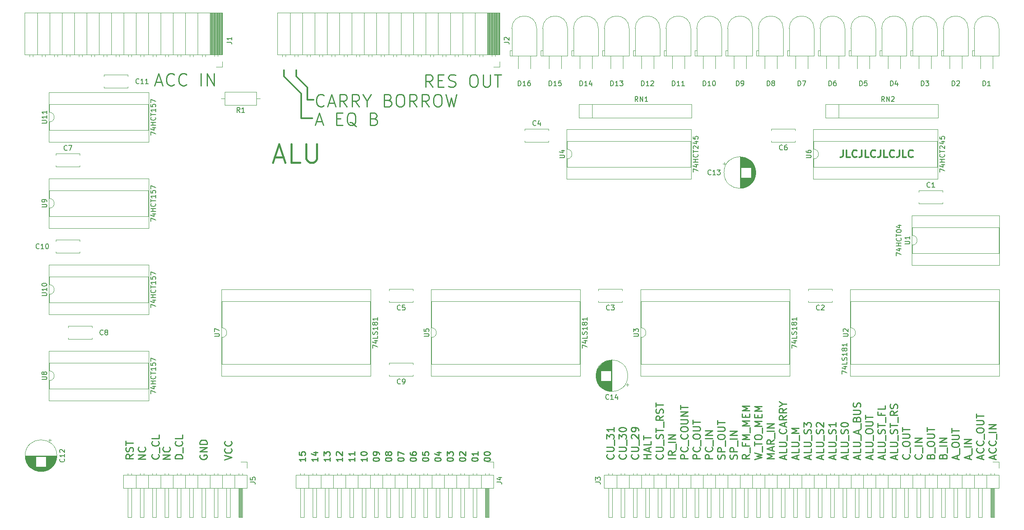
<source format=gbr>
G04 #@! TF.GenerationSoftware,KiCad,Pcbnew,(5.1.5)-3*
G04 #@! TF.CreationDate,2020-11-29T18:53:02-08:00*
G04 #@! TF.ProjectId,alu,616c752e-6b69-4636-9164-5f7063625858,rev?*
G04 #@! TF.SameCoordinates,Original*
G04 #@! TF.FileFunction,Legend,Top*
G04 #@! TF.FilePolarity,Positive*
%FSLAX46Y46*%
G04 Gerber Fmt 4.6, Leading zero omitted, Abs format (unit mm)*
G04 Created by KiCad (PCBNEW (5.1.5)-3) date 2020-11-29 18:53:02*
%MOMM*%
%LPD*%
G04 APERTURE LIST*
%ADD10C,0.300000*%
%ADD11C,0.381000*%
%ADD12C,0.254000*%
%ADD13C,0.120000*%
%ADD14C,0.150000*%
%ADD15C,0.177800*%
%ADD16C,0.250000*%
%ADD17C,0.228600*%
G04 APERTURE END LIST*
D10*
X240975428Y-91888571D02*
X240975428Y-92960000D01*
X240904000Y-93174285D01*
X240761142Y-93317142D01*
X240546857Y-93388571D01*
X240404000Y-93388571D01*
X242404000Y-93388571D02*
X241689714Y-93388571D01*
X241689714Y-91888571D01*
X243761142Y-93245714D02*
X243689714Y-93317142D01*
X243475428Y-93388571D01*
X243332571Y-93388571D01*
X243118285Y-93317142D01*
X242975428Y-93174285D01*
X242904000Y-93031428D01*
X242832571Y-92745714D01*
X242832571Y-92531428D01*
X242904000Y-92245714D01*
X242975428Y-92102857D01*
X243118285Y-91960000D01*
X243332571Y-91888571D01*
X243475428Y-91888571D01*
X243689714Y-91960000D01*
X243761142Y-92031428D01*
X244832571Y-91888571D02*
X244832571Y-92960000D01*
X244761142Y-93174285D01*
X244618285Y-93317142D01*
X244404000Y-93388571D01*
X244261142Y-93388571D01*
X246261142Y-93388571D02*
X245546857Y-93388571D01*
X245546857Y-91888571D01*
X247618285Y-93245714D02*
X247546857Y-93317142D01*
X247332571Y-93388571D01*
X247189714Y-93388571D01*
X246975428Y-93317142D01*
X246832571Y-93174285D01*
X246761142Y-93031428D01*
X246689714Y-92745714D01*
X246689714Y-92531428D01*
X246761142Y-92245714D01*
X246832571Y-92102857D01*
X246975428Y-91960000D01*
X247189714Y-91888571D01*
X247332571Y-91888571D01*
X247546857Y-91960000D01*
X247618285Y-92031428D01*
X248689714Y-91888571D02*
X248689714Y-92960000D01*
X248618285Y-93174285D01*
X248475428Y-93317142D01*
X248261142Y-93388571D01*
X248118285Y-93388571D01*
X250118285Y-93388571D02*
X249404000Y-93388571D01*
X249404000Y-91888571D01*
X251475428Y-93245714D02*
X251404000Y-93317142D01*
X251189714Y-93388571D01*
X251046857Y-93388571D01*
X250832571Y-93317142D01*
X250689714Y-93174285D01*
X250618285Y-93031428D01*
X250546857Y-92745714D01*
X250546857Y-92531428D01*
X250618285Y-92245714D01*
X250689714Y-92102857D01*
X250832571Y-91960000D01*
X251046857Y-91888571D01*
X251189714Y-91888571D01*
X251404000Y-91960000D01*
X251475428Y-92031428D01*
X252546857Y-91888571D02*
X252546857Y-92960000D01*
X252475428Y-93174285D01*
X252332571Y-93317142D01*
X252118285Y-93388571D01*
X251975428Y-93388571D01*
X253975428Y-93388571D02*
X253261142Y-93388571D01*
X253261142Y-91888571D01*
X255332571Y-93245714D02*
X255261142Y-93317142D01*
X255046857Y-93388571D01*
X254904000Y-93388571D01*
X254689714Y-93317142D01*
X254546857Y-93174285D01*
X254475428Y-93031428D01*
X254404000Y-92745714D01*
X254404000Y-92531428D01*
X254475428Y-92245714D01*
X254546857Y-92102857D01*
X254689714Y-91960000D01*
X254904000Y-91888571D01*
X255046857Y-91888571D01*
X255261142Y-91960000D01*
X255332571Y-92031428D01*
D11*
X123825000Y-93345000D02*
X125639285Y-93345000D01*
X123462142Y-94433571D02*
X124732142Y-90623571D01*
X126002142Y-94433571D01*
X129086428Y-94433571D02*
X127272142Y-94433571D01*
X127272142Y-90623571D01*
X130356428Y-90623571D02*
X130356428Y-93707857D01*
X130537857Y-94070714D01*
X130719285Y-94252142D01*
X131082142Y-94433571D01*
X131807857Y-94433571D01*
X132170714Y-94252142D01*
X132352142Y-94070714D01*
X132533571Y-93707857D01*
X132533571Y-90623571D01*
D10*
X130556000Y-81534000D02*
X130556000Y-78994000D01*
X129286000Y-85344000D02*
X129286000Y-80264000D01*
X125730000Y-76708000D02*
X125730000Y-75438000D01*
X129286000Y-80264000D02*
X125730000Y-76708000D01*
X131572000Y-85344000D02*
X129286000Y-85344000D01*
X128270000Y-76708000D02*
X128270000Y-75438000D01*
X130556000Y-78994000D02*
X128270000Y-76708000D01*
X131826000Y-81534000D02*
X130556000Y-81534000D01*
D12*
X133991047Y-82695142D02*
X133870095Y-82816095D01*
X133507238Y-82937047D01*
X133265333Y-82937047D01*
X132902476Y-82816095D01*
X132660571Y-82574190D01*
X132539619Y-82332285D01*
X132418666Y-81848476D01*
X132418666Y-81485619D01*
X132539619Y-81001809D01*
X132660571Y-80759904D01*
X132902476Y-80518000D01*
X133265333Y-80397047D01*
X133507238Y-80397047D01*
X133870095Y-80518000D01*
X133991047Y-80638952D01*
X134958666Y-82211333D02*
X136168190Y-82211333D01*
X134716761Y-82937047D02*
X135563428Y-80397047D01*
X136410095Y-82937047D01*
X138708190Y-82937047D02*
X137861523Y-81727523D01*
X137256761Y-82937047D02*
X137256761Y-80397047D01*
X138224380Y-80397047D01*
X138466285Y-80518000D01*
X138587238Y-80638952D01*
X138708190Y-80880857D01*
X138708190Y-81243714D01*
X138587238Y-81485619D01*
X138466285Y-81606571D01*
X138224380Y-81727523D01*
X137256761Y-81727523D01*
X141248190Y-82937047D02*
X140401523Y-81727523D01*
X139796761Y-82937047D02*
X139796761Y-80397047D01*
X140764380Y-80397047D01*
X141006285Y-80518000D01*
X141127238Y-80638952D01*
X141248190Y-80880857D01*
X141248190Y-81243714D01*
X141127238Y-81485619D01*
X141006285Y-81606571D01*
X140764380Y-81727523D01*
X139796761Y-81727523D01*
X142820571Y-81727523D02*
X142820571Y-82937047D01*
X141973904Y-80397047D02*
X142820571Y-81727523D01*
X143667238Y-80397047D01*
X147295809Y-81606571D02*
X147658666Y-81727523D01*
X147779619Y-81848476D01*
X147900571Y-82090380D01*
X147900571Y-82453238D01*
X147779619Y-82695142D01*
X147658666Y-82816095D01*
X147416761Y-82937047D01*
X146449142Y-82937047D01*
X146449142Y-80397047D01*
X147295809Y-80397047D01*
X147537714Y-80518000D01*
X147658666Y-80638952D01*
X147779619Y-80880857D01*
X147779619Y-81122761D01*
X147658666Y-81364666D01*
X147537714Y-81485619D01*
X147295809Y-81606571D01*
X146449142Y-81606571D01*
X149472952Y-80397047D02*
X149956761Y-80397047D01*
X150198666Y-80518000D01*
X150440571Y-80759904D01*
X150561523Y-81243714D01*
X150561523Y-82090380D01*
X150440571Y-82574190D01*
X150198666Y-82816095D01*
X149956761Y-82937047D01*
X149472952Y-82937047D01*
X149231047Y-82816095D01*
X148989142Y-82574190D01*
X148868190Y-82090380D01*
X148868190Y-81243714D01*
X148989142Y-80759904D01*
X149231047Y-80518000D01*
X149472952Y-80397047D01*
X153101523Y-82937047D02*
X152254857Y-81727523D01*
X151650095Y-82937047D02*
X151650095Y-80397047D01*
X152617714Y-80397047D01*
X152859619Y-80518000D01*
X152980571Y-80638952D01*
X153101523Y-80880857D01*
X153101523Y-81243714D01*
X152980571Y-81485619D01*
X152859619Y-81606571D01*
X152617714Y-81727523D01*
X151650095Y-81727523D01*
X155641523Y-82937047D02*
X154794857Y-81727523D01*
X154190095Y-82937047D02*
X154190095Y-80397047D01*
X155157714Y-80397047D01*
X155399619Y-80518000D01*
X155520571Y-80638952D01*
X155641523Y-80880857D01*
X155641523Y-81243714D01*
X155520571Y-81485619D01*
X155399619Y-81606571D01*
X155157714Y-81727523D01*
X154190095Y-81727523D01*
X157213904Y-80397047D02*
X157697714Y-80397047D01*
X157939619Y-80518000D01*
X158181523Y-80759904D01*
X158302476Y-81243714D01*
X158302476Y-82090380D01*
X158181523Y-82574190D01*
X157939619Y-82816095D01*
X157697714Y-82937047D01*
X157213904Y-82937047D01*
X156972000Y-82816095D01*
X156730095Y-82574190D01*
X156609142Y-82090380D01*
X156609142Y-81243714D01*
X156730095Y-80759904D01*
X156972000Y-80518000D01*
X157213904Y-80397047D01*
X159149142Y-80397047D02*
X159753904Y-82937047D01*
X160237714Y-81122761D01*
X160721523Y-82937047D01*
X161326285Y-80397047D01*
X132394476Y-86021333D02*
X133604000Y-86021333D01*
X132152571Y-86747047D02*
X132999238Y-84207047D01*
X133845904Y-86747047D01*
X136627809Y-85416571D02*
X137474476Y-85416571D01*
X137837333Y-86747047D02*
X136627809Y-86747047D01*
X136627809Y-84207047D01*
X137837333Y-84207047D01*
X140619238Y-86988952D02*
X140377333Y-86868000D01*
X140135428Y-86626095D01*
X139772571Y-86263238D01*
X139530666Y-86142285D01*
X139288761Y-86142285D01*
X139409714Y-86747047D02*
X139167809Y-86626095D01*
X138925904Y-86384190D01*
X138804952Y-85900380D01*
X138804952Y-85053714D01*
X138925904Y-84569904D01*
X139167809Y-84328000D01*
X139409714Y-84207047D01*
X139893523Y-84207047D01*
X140135428Y-84328000D01*
X140377333Y-84569904D01*
X140498285Y-85053714D01*
X140498285Y-85900380D01*
X140377333Y-86384190D01*
X140135428Y-86626095D01*
X139893523Y-86747047D01*
X139409714Y-86747047D01*
X144368761Y-85416571D02*
X144731619Y-85537523D01*
X144852571Y-85658476D01*
X144973523Y-85900380D01*
X144973523Y-86263238D01*
X144852571Y-86505142D01*
X144731619Y-86626095D01*
X144489714Y-86747047D01*
X143522095Y-86747047D01*
X143522095Y-84207047D01*
X144368761Y-84207047D01*
X144610666Y-84328000D01*
X144731619Y-84448952D01*
X144852571Y-84690857D01*
X144852571Y-84932761D01*
X144731619Y-85174666D01*
X144610666Y-85295619D01*
X144368761Y-85416571D01*
X143522095Y-85416571D01*
X156391428Y-78873047D02*
X155544761Y-77663523D01*
X154940000Y-78873047D02*
X154940000Y-76333047D01*
X155907619Y-76333047D01*
X156149523Y-76454000D01*
X156270476Y-76574952D01*
X156391428Y-76816857D01*
X156391428Y-77179714D01*
X156270476Y-77421619D01*
X156149523Y-77542571D01*
X155907619Y-77663523D01*
X154940000Y-77663523D01*
X157480000Y-77542571D02*
X158326666Y-77542571D01*
X158689523Y-78873047D02*
X157480000Y-78873047D01*
X157480000Y-76333047D01*
X158689523Y-76333047D01*
X159657142Y-78752095D02*
X160020000Y-78873047D01*
X160624761Y-78873047D01*
X160866666Y-78752095D01*
X160987619Y-78631142D01*
X161108571Y-78389238D01*
X161108571Y-78147333D01*
X160987619Y-77905428D01*
X160866666Y-77784476D01*
X160624761Y-77663523D01*
X160140952Y-77542571D01*
X159899047Y-77421619D01*
X159778095Y-77300666D01*
X159657142Y-77058761D01*
X159657142Y-76816857D01*
X159778095Y-76574952D01*
X159899047Y-76454000D01*
X160140952Y-76333047D01*
X160745714Y-76333047D01*
X161108571Y-76454000D01*
X164616190Y-76333047D02*
X165100000Y-76333047D01*
X165341904Y-76454000D01*
X165583809Y-76695904D01*
X165704761Y-77179714D01*
X165704761Y-78026380D01*
X165583809Y-78510190D01*
X165341904Y-78752095D01*
X165100000Y-78873047D01*
X164616190Y-78873047D01*
X164374285Y-78752095D01*
X164132380Y-78510190D01*
X164011428Y-78026380D01*
X164011428Y-77179714D01*
X164132380Y-76695904D01*
X164374285Y-76454000D01*
X164616190Y-76333047D01*
X166793333Y-76333047D02*
X166793333Y-78389238D01*
X166914285Y-78631142D01*
X167035238Y-78752095D01*
X167277142Y-78873047D01*
X167760952Y-78873047D01*
X168002857Y-78752095D01*
X168123809Y-78631142D01*
X168244761Y-78389238D01*
X168244761Y-76333047D01*
X169091428Y-76333047D02*
X170542857Y-76333047D01*
X169817142Y-78873047D02*
X169817142Y-76333047D01*
X99362380Y-77893333D02*
X100571904Y-77893333D01*
X99120476Y-78619047D02*
X99967142Y-76079047D01*
X100813809Y-78619047D01*
X103111904Y-78377142D02*
X102990952Y-78498095D01*
X102628095Y-78619047D01*
X102386190Y-78619047D01*
X102023333Y-78498095D01*
X101781428Y-78256190D01*
X101660476Y-78014285D01*
X101539523Y-77530476D01*
X101539523Y-77167619D01*
X101660476Y-76683809D01*
X101781428Y-76441904D01*
X102023333Y-76200000D01*
X102386190Y-76079047D01*
X102628095Y-76079047D01*
X102990952Y-76200000D01*
X103111904Y-76320952D01*
X105651904Y-78377142D02*
X105530952Y-78498095D01*
X105168095Y-78619047D01*
X104926190Y-78619047D01*
X104563333Y-78498095D01*
X104321428Y-78256190D01*
X104200476Y-78014285D01*
X104079523Y-77530476D01*
X104079523Y-77167619D01*
X104200476Y-76683809D01*
X104321428Y-76441904D01*
X104563333Y-76200000D01*
X104926190Y-76079047D01*
X105168095Y-76079047D01*
X105530952Y-76200000D01*
X105651904Y-76320952D01*
X108675714Y-78619047D02*
X108675714Y-76079047D01*
X109885238Y-78619047D02*
X109885238Y-76079047D01*
X111336666Y-78619047D01*
X111336666Y-76079047D01*
D13*
X196499241Y-140584000D02*
X196499241Y-139954000D01*
X196814241Y-140269000D02*
X196184241Y-140269000D01*
X190073000Y-138832000D02*
X190073000Y-138028000D01*
X190113000Y-139063000D02*
X190113000Y-137797000D01*
X190153000Y-139232000D02*
X190153000Y-137628000D01*
X190193000Y-139370000D02*
X190193000Y-137490000D01*
X190233000Y-139489000D02*
X190233000Y-137371000D01*
X190273000Y-139595000D02*
X190273000Y-137265000D01*
X190313000Y-139692000D02*
X190313000Y-137168000D01*
X190353000Y-139780000D02*
X190353000Y-137080000D01*
X190393000Y-139862000D02*
X190393000Y-136998000D01*
X190433000Y-139939000D02*
X190433000Y-136921000D01*
X190473000Y-140011000D02*
X190473000Y-136849000D01*
X190513000Y-140080000D02*
X190513000Y-136780000D01*
X190553000Y-140144000D02*
X190553000Y-136716000D01*
X190593000Y-140206000D02*
X190593000Y-136654000D01*
X190633000Y-140264000D02*
X190633000Y-136596000D01*
X190673000Y-140320000D02*
X190673000Y-136540000D01*
X190713000Y-140374000D02*
X190713000Y-136486000D01*
X190753000Y-140425000D02*
X190753000Y-136435000D01*
X190793000Y-140474000D02*
X190793000Y-136386000D01*
X190833000Y-140522000D02*
X190833000Y-136338000D01*
X190873000Y-140567000D02*
X190873000Y-136293000D01*
X190913000Y-140612000D02*
X190913000Y-136248000D01*
X190953000Y-140654000D02*
X190953000Y-136206000D01*
X190993000Y-140695000D02*
X190993000Y-136165000D01*
X191033000Y-137390000D02*
X191033000Y-136125000D01*
X191033000Y-140735000D02*
X191033000Y-139470000D01*
X191073000Y-137390000D02*
X191073000Y-136087000D01*
X191073000Y-140773000D02*
X191073000Y-139470000D01*
X191113000Y-137390000D02*
X191113000Y-136050000D01*
X191113000Y-140810000D02*
X191113000Y-139470000D01*
X191153000Y-137390000D02*
X191153000Y-136014000D01*
X191153000Y-140846000D02*
X191153000Y-139470000D01*
X191193000Y-137390000D02*
X191193000Y-135980000D01*
X191193000Y-140880000D02*
X191193000Y-139470000D01*
X191233000Y-137390000D02*
X191233000Y-135946000D01*
X191233000Y-140914000D02*
X191233000Y-139470000D01*
X191273000Y-137390000D02*
X191273000Y-135914000D01*
X191273000Y-140946000D02*
X191273000Y-139470000D01*
X191313000Y-137390000D02*
X191313000Y-135882000D01*
X191313000Y-140978000D02*
X191313000Y-139470000D01*
X191353000Y-137390000D02*
X191353000Y-135852000D01*
X191353000Y-141008000D02*
X191353000Y-139470000D01*
X191393000Y-137390000D02*
X191393000Y-135823000D01*
X191393000Y-141037000D02*
X191393000Y-139470000D01*
X191433000Y-137390000D02*
X191433000Y-135794000D01*
X191433000Y-141066000D02*
X191433000Y-139470000D01*
X191473000Y-137390000D02*
X191473000Y-135766000D01*
X191473000Y-141094000D02*
X191473000Y-139470000D01*
X191513000Y-137390000D02*
X191513000Y-135740000D01*
X191513000Y-141120000D02*
X191513000Y-139470000D01*
X191553000Y-137390000D02*
X191553000Y-135714000D01*
X191553000Y-141146000D02*
X191553000Y-139470000D01*
X191593000Y-137390000D02*
X191593000Y-135688000D01*
X191593000Y-141172000D02*
X191593000Y-139470000D01*
X191633000Y-137390000D02*
X191633000Y-135664000D01*
X191633000Y-141196000D02*
X191633000Y-139470000D01*
X191673000Y-137390000D02*
X191673000Y-135640000D01*
X191673000Y-141220000D02*
X191673000Y-139470000D01*
X191713000Y-137390000D02*
X191713000Y-135618000D01*
X191713000Y-141242000D02*
X191713000Y-139470000D01*
X191753000Y-137390000D02*
X191753000Y-135596000D01*
X191753000Y-141264000D02*
X191753000Y-139470000D01*
X191793000Y-137390000D02*
X191793000Y-135574000D01*
X191793000Y-141286000D02*
X191793000Y-139470000D01*
X191833000Y-137390000D02*
X191833000Y-135554000D01*
X191833000Y-141306000D02*
X191833000Y-139470000D01*
X191873000Y-137390000D02*
X191873000Y-135534000D01*
X191873000Y-141326000D02*
X191873000Y-139470000D01*
X191913000Y-137390000D02*
X191913000Y-135514000D01*
X191913000Y-141346000D02*
X191913000Y-139470000D01*
X191953000Y-137390000D02*
X191953000Y-135496000D01*
X191953000Y-141364000D02*
X191953000Y-139470000D01*
X191993000Y-137390000D02*
X191993000Y-135478000D01*
X191993000Y-141382000D02*
X191993000Y-139470000D01*
X192033000Y-137390000D02*
X192033000Y-135460000D01*
X192033000Y-141400000D02*
X192033000Y-139470000D01*
X192073000Y-137390000D02*
X192073000Y-135444000D01*
X192073000Y-141416000D02*
X192073000Y-139470000D01*
X192113000Y-137390000D02*
X192113000Y-135428000D01*
X192113000Y-141432000D02*
X192113000Y-139470000D01*
X192153000Y-137390000D02*
X192153000Y-135412000D01*
X192153000Y-141448000D02*
X192153000Y-139470000D01*
X192193000Y-137390000D02*
X192193000Y-135397000D01*
X192193000Y-141463000D02*
X192193000Y-139470000D01*
X192233000Y-137390000D02*
X192233000Y-135383000D01*
X192233000Y-141477000D02*
X192233000Y-139470000D01*
X192273000Y-137390000D02*
X192273000Y-135369000D01*
X192273000Y-141491000D02*
X192273000Y-139470000D01*
X192313000Y-137390000D02*
X192313000Y-135356000D01*
X192313000Y-141504000D02*
X192313000Y-139470000D01*
X192353000Y-137390000D02*
X192353000Y-135344000D01*
X192353000Y-141516000D02*
X192353000Y-139470000D01*
X192393000Y-137390000D02*
X192393000Y-135332000D01*
X192393000Y-141528000D02*
X192393000Y-139470000D01*
X192433000Y-137390000D02*
X192433000Y-135320000D01*
X192433000Y-141540000D02*
X192433000Y-139470000D01*
X192473000Y-137390000D02*
X192473000Y-135309000D01*
X192473000Y-141551000D02*
X192473000Y-139470000D01*
X192513000Y-137390000D02*
X192513000Y-135299000D01*
X192513000Y-141561000D02*
X192513000Y-139470000D01*
X192553000Y-137390000D02*
X192553000Y-135289000D01*
X192553000Y-141571000D02*
X192553000Y-139470000D01*
X192593000Y-137390000D02*
X192593000Y-135280000D01*
X192593000Y-141580000D02*
X192593000Y-139470000D01*
X192634000Y-137390000D02*
X192634000Y-135271000D01*
X192634000Y-141589000D02*
X192634000Y-139470000D01*
X192674000Y-137390000D02*
X192674000Y-135263000D01*
X192674000Y-141597000D02*
X192674000Y-139470000D01*
X192714000Y-137390000D02*
X192714000Y-135255000D01*
X192714000Y-141605000D02*
X192714000Y-139470000D01*
X192754000Y-137390000D02*
X192754000Y-135248000D01*
X192754000Y-141612000D02*
X192754000Y-139470000D01*
X192794000Y-137390000D02*
X192794000Y-135241000D01*
X192794000Y-141619000D02*
X192794000Y-139470000D01*
X192834000Y-137390000D02*
X192834000Y-135235000D01*
X192834000Y-141625000D02*
X192834000Y-139470000D01*
X192874000Y-137390000D02*
X192874000Y-135229000D01*
X192874000Y-141631000D02*
X192874000Y-139470000D01*
X192914000Y-137390000D02*
X192914000Y-135224000D01*
X192914000Y-141636000D02*
X192914000Y-139470000D01*
X192954000Y-137390000D02*
X192954000Y-135219000D01*
X192954000Y-141641000D02*
X192954000Y-139470000D01*
X192994000Y-137390000D02*
X192994000Y-135215000D01*
X192994000Y-141645000D02*
X192994000Y-139470000D01*
X193034000Y-137390000D02*
X193034000Y-135212000D01*
X193034000Y-141648000D02*
X193034000Y-139470000D01*
X193074000Y-137390000D02*
X193074000Y-135208000D01*
X193074000Y-141652000D02*
X193074000Y-139470000D01*
X193114000Y-141654000D02*
X193114000Y-135206000D01*
X193154000Y-141657000D02*
X193154000Y-135203000D01*
X193194000Y-141658000D02*
X193194000Y-135202000D01*
X193234000Y-141660000D02*
X193234000Y-135200000D01*
X193274000Y-141660000D02*
X193274000Y-135200000D01*
X193314000Y-141660000D02*
X193314000Y-135200000D01*
X196584000Y-138430000D02*
G75*
G03X196584000Y-138430000I-3270000J0D01*
G01*
X216504759Y-94366000D02*
X216504759Y-94996000D01*
X216189759Y-94681000D02*
X216819759Y-94681000D01*
X222931000Y-96118000D02*
X222931000Y-96922000D01*
X222891000Y-95887000D02*
X222891000Y-97153000D01*
X222851000Y-95718000D02*
X222851000Y-97322000D01*
X222811000Y-95580000D02*
X222811000Y-97460000D01*
X222771000Y-95461000D02*
X222771000Y-97579000D01*
X222731000Y-95355000D02*
X222731000Y-97685000D01*
X222691000Y-95258000D02*
X222691000Y-97782000D01*
X222651000Y-95170000D02*
X222651000Y-97870000D01*
X222611000Y-95088000D02*
X222611000Y-97952000D01*
X222571000Y-95011000D02*
X222571000Y-98029000D01*
X222531000Y-94939000D02*
X222531000Y-98101000D01*
X222491000Y-94870000D02*
X222491000Y-98170000D01*
X222451000Y-94806000D02*
X222451000Y-98234000D01*
X222411000Y-94744000D02*
X222411000Y-98296000D01*
X222371000Y-94686000D02*
X222371000Y-98354000D01*
X222331000Y-94630000D02*
X222331000Y-98410000D01*
X222291000Y-94576000D02*
X222291000Y-98464000D01*
X222251000Y-94525000D02*
X222251000Y-98515000D01*
X222211000Y-94476000D02*
X222211000Y-98564000D01*
X222171000Y-94428000D02*
X222171000Y-98612000D01*
X222131000Y-94383000D02*
X222131000Y-98657000D01*
X222091000Y-94338000D02*
X222091000Y-98702000D01*
X222051000Y-94296000D02*
X222051000Y-98744000D01*
X222011000Y-94255000D02*
X222011000Y-98785000D01*
X221971000Y-97560000D02*
X221971000Y-98825000D01*
X221971000Y-94215000D02*
X221971000Y-95480000D01*
X221931000Y-97560000D02*
X221931000Y-98863000D01*
X221931000Y-94177000D02*
X221931000Y-95480000D01*
X221891000Y-97560000D02*
X221891000Y-98900000D01*
X221891000Y-94140000D02*
X221891000Y-95480000D01*
X221851000Y-97560000D02*
X221851000Y-98936000D01*
X221851000Y-94104000D02*
X221851000Y-95480000D01*
X221811000Y-97560000D02*
X221811000Y-98970000D01*
X221811000Y-94070000D02*
X221811000Y-95480000D01*
X221771000Y-97560000D02*
X221771000Y-99004000D01*
X221771000Y-94036000D02*
X221771000Y-95480000D01*
X221731000Y-97560000D02*
X221731000Y-99036000D01*
X221731000Y-94004000D02*
X221731000Y-95480000D01*
X221691000Y-97560000D02*
X221691000Y-99068000D01*
X221691000Y-93972000D02*
X221691000Y-95480000D01*
X221651000Y-97560000D02*
X221651000Y-99098000D01*
X221651000Y-93942000D02*
X221651000Y-95480000D01*
X221611000Y-97560000D02*
X221611000Y-99127000D01*
X221611000Y-93913000D02*
X221611000Y-95480000D01*
X221571000Y-97560000D02*
X221571000Y-99156000D01*
X221571000Y-93884000D02*
X221571000Y-95480000D01*
X221531000Y-97560000D02*
X221531000Y-99184000D01*
X221531000Y-93856000D02*
X221531000Y-95480000D01*
X221491000Y-97560000D02*
X221491000Y-99210000D01*
X221491000Y-93830000D02*
X221491000Y-95480000D01*
X221451000Y-97560000D02*
X221451000Y-99236000D01*
X221451000Y-93804000D02*
X221451000Y-95480000D01*
X221411000Y-97560000D02*
X221411000Y-99262000D01*
X221411000Y-93778000D02*
X221411000Y-95480000D01*
X221371000Y-97560000D02*
X221371000Y-99286000D01*
X221371000Y-93754000D02*
X221371000Y-95480000D01*
X221331000Y-97560000D02*
X221331000Y-99310000D01*
X221331000Y-93730000D02*
X221331000Y-95480000D01*
X221291000Y-97560000D02*
X221291000Y-99332000D01*
X221291000Y-93708000D02*
X221291000Y-95480000D01*
X221251000Y-97560000D02*
X221251000Y-99354000D01*
X221251000Y-93686000D02*
X221251000Y-95480000D01*
X221211000Y-97560000D02*
X221211000Y-99376000D01*
X221211000Y-93664000D02*
X221211000Y-95480000D01*
X221171000Y-97560000D02*
X221171000Y-99396000D01*
X221171000Y-93644000D02*
X221171000Y-95480000D01*
X221131000Y-97560000D02*
X221131000Y-99416000D01*
X221131000Y-93624000D02*
X221131000Y-95480000D01*
X221091000Y-97560000D02*
X221091000Y-99436000D01*
X221091000Y-93604000D02*
X221091000Y-95480000D01*
X221051000Y-97560000D02*
X221051000Y-99454000D01*
X221051000Y-93586000D02*
X221051000Y-95480000D01*
X221011000Y-97560000D02*
X221011000Y-99472000D01*
X221011000Y-93568000D02*
X221011000Y-95480000D01*
X220971000Y-97560000D02*
X220971000Y-99490000D01*
X220971000Y-93550000D02*
X220971000Y-95480000D01*
X220931000Y-97560000D02*
X220931000Y-99506000D01*
X220931000Y-93534000D02*
X220931000Y-95480000D01*
X220891000Y-97560000D02*
X220891000Y-99522000D01*
X220891000Y-93518000D02*
X220891000Y-95480000D01*
X220851000Y-97560000D02*
X220851000Y-99538000D01*
X220851000Y-93502000D02*
X220851000Y-95480000D01*
X220811000Y-97560000D02*
X220811000Y-99553000D01*
X220811000Y-93487000D02*
X220811000Y-95480000D01*
X220771000Y-97560000D02*
X220771000Y-99567000D01*
X220771000Y-93473000D02*
X220771000Y-95480000D01*
X220731000Y-97560000D02*
X220731000Y-99581000D01*
X220731000Y-93459000D02*
X220731000Y-95480000D01*
X220691000Y-97560000D02*
X220691000Y-99594000D01*
X220691000Y-93446000D02*
X220691000Y-95480000D01*
X220651000Y-97560000D02*
X220651000Y-99606000D01*
X220651000Y-93434000D02*
X220651000Y-95480000D01*
X220611000Y-97560000D02*
X220611000Y-99618000D01*
X220611000Y-93422000D02*
X220611000Y-95480000D01*
X220571000Y-97560000D02*
X220571000Y-99630000D01*
X220571000Y-93410000D02*
X220571000Y-95480000D01*
X220531000Y-97560000D02*
X220531000Y-99641000D01*
X220531000Y-93399000D02*
X220531000Y-95480000D01*
X220491000Y-97560000D02*
X220491000Y-99651000D01*
X220491000Y-93389000D02*
X220491000Y-95480000D01*
X220451000Y-97560000D02*
X220451000Y-99661000D01*
X220451000Y-93379000D02*
X220451000Y-95480000D01*
X220411000Y-97560000D02*
X220411000Y-99670000D01*
X220411000Y-93370000D02*
X220411000Y-95480000D01*
X220370000Y-97560000D02*
X220370000Y-99679000D01*
X220370000Y-93361000D02*
X220370000Y-95480000D01*
X220330000Y-97560000D02*
X220330000Y-99687000D01*
X220330000Y-93353000D02*
X220330000Y-95480000D01*
X220290000Y-97560000D02*
X220290000Y-99695000D01*
X220290000Y-93345000D02*
X220290000Y-95480000D01*
X220250000Y-97560000D02*
X220250000Y-99702000D01*
X220250000Y-93338000D02*
X220250000Y-95480000D01*
X220210000Y-97560000D02*
X220210000Y-99709000D01*
X220210000Y-93331000D02*
X220210000Y-95480000D01*
X220170000Y-97560000D02*
X220170000Y-99715000D01*
X220170000Y-93325000D02*
X220170000Y-95480000D01*
X220130000Y-97560000D02*
X220130000Y-99721000D01*
X220130000Y-93319000D02*
X220130000Y-95480000D01*
X220090000Y-97560000D02*
X220090000Y-99726000D01*
X220090000Y-93314000D02*
X220090000Y-95480000D01*
X220050000Y-97560000D02*
X220050000Y-99731000D01*
X220050000Y-93309000D02*
X220050000Y-95480000D01*
X220010000Y-97560000D02*
X220010000Y-99735000D01*
X220010000Y-93305000D02*
X220010000Y-95480000D01*
X219970000Y-97560000D02*
X219970000Y-99738000D01*
X219970000Y-93302000D02*
X219970000Y-95480000D01*
X219930000Y-97560000D02*
X219930000Y-99742000D01*
X219930000Y-93298000D02*
X219930000Y-95480000D01*
X219890000Y-93296000D02*
X219890000Y-99744000D01*
X219850000Y-93293000D02*
X219850000Y-99747000D01*
X219810000Y-93292000D02*
X219810000Y-99748000D01*
X219770000Y-93290000D02*
X219770000Y-99750000D01*
X219730000Y-93290000D02*
X219730000Y-99750000D01*
X219690000Y-93290000D02*
X219690000Y-99750000D01*
X222960000Y-96520000D02*
G75*
G03X222960000Y-96520000I-3270000J0D01*
G01*
X118170000Y-158920000D02*
X92650000Y-158920000D01*
X92650000Y-158920000D02*
X92650000Y-161580000D01*
X92650000Y-161580000D02*
X118170000Y-161580000D01*
X118170000Y-161580000D02*
X118170000Y-158920000D01*
X117220000Y-161580000D02*
X117220000Y-167580000D01*
X117220000Y-167580000D02*
X116460000Y-167580000D01*
X116460000Y-167580000D02*
X116460000Y-161580000D01*
X117160000Y-161580000D02*
X117160000Y-167580000D01*
X117040000Y-161580000D02*
X117040000Y-167580000D01*
X116920000Y-161580000D02*
X116920000Y-167580000D01*
X116800000Y-161580000D02*
X116800000Y-167580000D01*
X116680000Y-161580000D02*
X116680000Y-167580000D01*
X116560000Y-161580000D02*
X116560000Y-167580000D01*
X117220000Y-158590000D02*
X117220000Y-158920000D01*
X116460000Y-158590000D02*
X116460000Y-158920000D01*
X115570000Y-158920000D02*
X115570000Y-161580000D01*
X114680000Y-161580000D02*
X114680000Y-167580000D01*
X114680000Y-167580000D02*
X113920000Y-167580000D01*
X113920000Y-167580000D02*
X113920000Y-161580000D01*
X114680000Y-158522929D02*
X114680000Y-158920000D01*
X113920000Y-158522929D02*
X113920000Y-158920000D01*
X113030000Y-158920000D02*
X113030000Y-161580000D01*
X112140000Y-161580000D02*
X112140000Y-167580000D01*
X112140000Y-167580000D02*
X111380000Y-167580000D01*
X111380000Y-167580000D02*
X111380000Y-161580000D01*
X112140000Y-158522929D02*
X112140000Y-158920000D01*
X111380000Y-158522929D02*
X111380000Y-158920000D01*
X110490000Y-158920000D02*
X110490000Y-161580000D01*
X109600000Y-161580000D02*
X109600000Y-167580000D01*
X109600000Y-167580000D02*
X108840000Y-167580000D01*
X108840000Y-167580000D02*
X108840000Y-161580000D01*
X109600000Y-158522929D02*
X109600000Y-158920000D01*
X108840000Y-158522929D02*
X108840000Y-158920000D01*
X107950000Y-158920000D02*
X107950000Y-161580000D01*
X107060000Y-161580000D02*
X107060000Y-167580000D01*
X107060000Y-167580000D02*
X106300000Y-167580000D01*
X106300000Y-167580000D02*
X106300000Y-161580000D01*
X107060000Y-158522929D02*
X107060000Y-158920000D01*
X106300000Y-158522929D02*
X106300000Y-158920000D01*
X105410000Y-158920000D02*
X105410000Y-161580000D01*
X104520000Y-161580000D02*
X104520000Y-167580000D01*
X104520000Y-167580000D02*
X103760000Y-167580000D01*
X103760000Y-167580000D02*
X103760000Y-161580000D01*
X104520000Y-158522929D02*
X104520000Y-158920000D01*
X103760000Y-158522929D02*
X103760000Y-158920000D01*
X102870000Y-158920000D02*
X102870000Y-161580000D01*
X101980000Y-161580000D02*
X101980000Y-167580000D01*
X101980000Y-167580000D02*
X101220000Y-167580000D01*
X101220000Y-167580000D02*
X101220000Y-161580000D01*
X101980000Y-158522929D02*
X101980000Y-158920000D01*
X101220000Y-158522929D02*
X101220000Y-158920000D01*
X100330000Y-158920000D02*
X100330000Y-161580000D01*
X99440000Y-161580000D02*
X99440000Y-167580000D01*
X99440000Y-167580000D02*
X98680000Y-167580000D01*
X98680000Y-167580000D02*
X98680000Y-161580000D01*
X99440000Y-158522929D02*
X99440000Y-158920000D01*
X98680000Y-158522929D02*
X98680000Y-158920000D01*
X97790000Y-158920000D02*
X97790000Y-161580000D01*
X96900000Y-161580000D02*
X96900000Y-167580000D01*
X96900000Y-167580000D02*
X96140000Y-167580000D01*
X96140000Y-167580000D02*
X96140000Y-161580000D01*
X96900000Y-158522929D02*
X96900000Y-158920000D01*
X96140000Y-158522929D02*
X96140000Y-158920000D01*
X95250000Y-158920000D02*
X95250000Y-161580000D01*
X94360000Y-161580000D02*
X94360000Y-167580000D01*
X94360000Y-167580000D02*
X93600000Y-167580000D01*
X93600000Y-167580000D02*
X93600000Y-161580000D01*
X94360000Y-158522929D02*
X94360000Y-158920000D01*
X93600000Y-158522929D02*
X93600000Y-158920000D01*
X116840000Y-156210000D02*
X118110000Y-156210000D01*
X118110000Y-156210000D02*
X118110000Y-157480000D01*
X168970000Y-158920000D02*
X128210000Y-158920000D01*
X128210000Y-158920000D02*
X128210000Y-161580000D01*
X128210000Y-161580000D02*
X168970000Y-161580000D01*
X168970000Y-161580000D02*
X168970000Y-158920000D01*
X168020000Y-161580000D02*
X168020000Y-167580000D01*
X168020000Y-167580000D02*
X167260000Y-167580000D01*
X167260000Y-167580000D02*
X167260000Y-161580000D01*
X167960000Y-161580000D02*
X167960000Y-167580000D01*
X167840000Y-161580000D02*
X167840000Y-167580000D01*
X167720000Y-161580000D02*
X167720000Y-167580000D01*
X167600000Y-161580000D02*
X167600000Y-167580000D01*
X167480000Y-161580000D02*
X167480000Y-167580000D01*
X167360000Y-161580000D02*
X167360000Y-167580000D01*
X168020000Y-158590000D02*
X168020000Y-158920000D01*
X167260000Y-158590000D02*
X167260000Y-158920000D01*
X166370000Y-158920000D02*
X166370000Y-161580000D01*
X165480000Y-161580000D02*
X165480000Y-167580000D01*
X165480000Y-167580000D02*
X164720000Y-167580000D01*
X164720000Y-167580000D02*
X164720000Y-161580000D01*
X165480000Y-158522929D02*
X165480000Y-158920000D01*
X164720000Y-158522929D02*
X164720000Y-158920000D01*
X163830000Y-158920000D02*
X163830000Y-161580000D01*
X162940000Y-161580000D02*
X162940000Y-167580000D01*
X162940000Y-167580000D02*
X162180000Y-167580000D01*
X162180000Y-167580000D02*
X162180000Y-161580000D01*
X162940000Y-158522929D02*
X162940000Y-158920000D01*
X162180000Y-158522929D02*
X162180000Y-158920000D01*
X161290000Y-158920000D02*
X161290000Y-161580000D01*
X160400000Y-161580000D02*
X160400000Y-167580000D01*
X160400000Y-167580000D02*
X159640000Y-167580000D01*
X159640000Y-167580000D02*
X159640000Y-161580000D01*
X160400000Y-158522929D02*
X160400000Y-158920000D01*
X159640000Y-158522929D02*
X159640000Y-158920000D01*
X158750000Y-158920000D02*
X158750000Y-161580000D01*
X157860000Y-161580000D02*
X157860000Y-167580000D01*
X157860000Y-167580000D02*
X157100000Y-167580000D01*
X157100000Y-167580000D02*
X157100000Y-161580000D01*
X157860000Y-158522929D02*
X157860000Y-158920000D01*
X157100000Y-158522929D02*
X157100000Y-158920000D01*
X156210000Y-158920000D02*
X156210000Y-161580000D01*
X155320000Y-161580000D02*
X155320000Y-167580000D01*
X155320000Y-167580000D02*
X154560000Y-167580000D01*
X154560000Y-167580000D02*
X154560000Y-161580000D01*
X155320000Y-158522929D02*
X155320000Y-158920000D01*
X154560000Y-158522929D02*
X154560000Y-158920000D01*
X153670000Y-158920000D02*
X153670000Y-161580000D01*
X152780000Y-161580000D02*
X152780000Y-167580000D01*
X152780000Y-167580000D02*
X152020000Y-167580000D01*
X152020000Y-167580000D02*
X152020000Y-161580000D01*
X152780000Y-158522929D02*
X152780000Y-158920000D01*
X152020000Y-158522929D02*
X152020000Y-158920000D01*
X151130000Y-158920000D02*
X151130000Y-161580000D01*
X150240000Y-161580000D02*
X150240000Y-167580000D01*
X150240000Y-167580000D02*
X149480000Y-167580000D01*
X149480000Y-167580000D02*
X149480000Y-161580000D01*
X150240000Y-158522929D02*
X150240000Y-158920000D01*
X149480000Y-158522929D02*
X149480000Y-158920000D01*
X148590000Y-158920000D02*
X148590000Y-161580000D01*
X147700000Y-161580000D02*
X147700000Y-167580000D01*
X147700000Y-167580000D02*
X146940000Y-167580000D01*
X146940000Y-167580000D02*
X146940000Y-161580000D01*
X147700000Y-158522929D02*
X147700000Y-158920000D01*
X146940000Y-158522929D02*
X146940000Y-158920000D01*
X146050000Y-158920000D02*
X146050000Y-161580000D01*
X145160000Y-161580000D02*
X145160000Y-167580000D01*
X145160000Y-167580000D02*
X144400000Y-167580000D01*
X144400000Y-167580000D02*
X144400000Y-161580000D01*
X145160000Y-158522929D02*
X145160000Y-158920000D01*
X144400000Y-158522929D02*
X144400000Y-158920000D01*
X143510000Y-158920000D02*
X143510000Y-161580000D01*
X142620000Y-161580000D02*
X142620000Y-167580000D01*
X142620000Y-167580000D02*
X141860000Y-167580000D01*
X141860000Y-167580000D02*
X141860000Y-161580000D01*
X142620000Y-158522929D02*
X142620000Y-158920000D01*
X141860000Y-158522929D02*
X141860000Y-158920000D01*
X140970000Y-158920000D02*
X140970000Y-161580000D01*
X140080000Y-161580000D02*
X140080000Y-167580000D01*
X140080000Y-167580000D02*
X139320000Y-167580000D01*
X139320000Y-167580000D02*
X139320000Y-161580000D01*
X140080000Y-158522929D02*
X140080000Y-158920000D01*
X139320000Y-158522929D02*
X139320000Y-158920000D01*
X138430000Y-158920000D02*
X138430000Y-161580000D01*
X137540000Y-161580000D02*
X137540000Y-167580000D01*
X137540000Y-167580000D02*
X136780000Y-167580000D01*
X136780000Y-167580000D02*
X136780000Y-161580000D01*
X137540000Y-158522929D02*
X137540000Y-158920000D01*
X136780000Y-158522929D02*
X136780000Y-158920000D01*
X135890000Y-158920000D02*
X135890000Y-161580000D01*
X135000000Y-161580000D02*
X135000000Y-167580000D01*
X135000000Y-167580000D02*
X134240000Y-167580000D01*
X134240000Y-167580000D02*
X134240000Y-161580000D01*
X135000000Y-158522929D02*
X135000000Y-158920000D01*
X134240000Y-158522929D02*
X134240000Y-158920000D01*
X133350000Y-158920000D02*
X133350000Y-161580000D01*
X132460000Y-161580000D02*
X132460000Y-167580000D01*
X132460000Y-167580000D02*
X131700000Y-167580000D01*
X131700000Y-167580000D02*
X131700000Y-161580000D01*
X132460000Y-158522929D02*
X132460000Y-158920000D01*
X131700000Y-158522929D02*
X131700000Y-158920000D01*
X130810000Y-158920000D02*
X130810000Y-161580000D01*
X129920000Y-161580000D02*
X129920000Y-167580000D01*
X129920000Y-167580000D02*
X129160000Y-167580000D01*
X129160000Y-167580000D02*
X129160000Y-161580000D01*
X129920000Y-158522929D02*
X129920000Y-158920000D01*
X129160000Y-158522929D02*
X129160000Y-158920000D01*
X167640000Y-156210000D02*
X168910000Y-156210000D01*
X168910000Y-156210000D02*
X168910000Y-157480000D01*
X273050000Y-156210000D02*
X273050000Y-157480000D01*
X271780000Y-156210000D02*
X273050000Y-156210000D01*
X192660000Y-158522929D02*
X192660000Y-158920000D01*
X193420000Y-158522929D02*
X193420000Y-158920000D01*
X192660000Y-167580000D02*
X192660000Y-161580000D01*
X193420000Y-167580000D02*
X192660000Y-167580000D01*
X193420000Y-161580000D02*
X193420000Y-167580000D01*
X194310000Y-158920000D02*
X194310000Y-161580000D01*
X195200000Y-158522929D02*
X195200000Y-158920000D01*
X195960000Y-158522929D02*
X195960000Y-158920000D01*
X195200000Y-167580000D02*
X195200000Y-161580000D01*
X195960000Y-167580000D02*
X195200000Y-167580000D01*
X195960000Y-161580000D02*
X195960000Y-167580000D01*
X196850000Y-158920000D02*
X196850000Y-161580000D01*
X197740000Y-158522929D02*
X197740000Y-158920000D01*
X198500000Y-158522929D02*
X198500000Y-158920000D01*
X197740000Y-167580000D02*
X197740000Y-161580000D01*
X198500000Y-167580000D02*
X197740000Y-167580000D01*
X198500000Y-161580000D02*
X198500000Y-167580000D01*
X199390000Y-158920000D02*
X199390000Y-161580000D01*
X200280000Y-158522929D02*
X200280000Y-158920000D01*
X201040000Y-158522929D02*
X201040000Y-158920000D01*
X200280000Y-167580000D02*
X200280000Y-161580000D01*
X201040000Y-167580000D02*
X200280000Y-167580000D01*
X201040000Y-161580000D02*
X201040000Y-167580000D01*
X201930000Y-158920000D02*
X201930000Y-161580000D01*
X202820000Y-158522929D02*
X202820000Y-158920000D01*
X203580000Y-158522929D02*
X203580000Y-158920000D01*
X202820000Y-167580000D02*
X202820000Y-161580000D01*
X203580000Y-167580000D02*
X202820000Y-167580000D01*
X203580000Y-161580000D02*
X203580000Y-167580000D01*
X204470000Y-158920000D02*
X204470000Y-161580000D01*
X205360000Y-158522929D02*
X205360000Y-158920000D01*
X206120000Y-158522929D02*
X206120000Y-158920000D01*
X205360000Y-167580000D02*
X205360000Y-161580000D01*
X206120000Y-167580000D02*
X205360000Y-167580000D01*
X206120000Y-161580000D02*
X206120000Y-167580000D01*
X207010000Y-158920000D02*
X207010000Y-161580000D01*
X207900000Y-158522929D02*
X207900000Y-158920000D01*
X208660000Y-158522929D02*
X208660000Y-158920000D01*
X207900000Y-167580000D02*
X207900000Y-161580000D01*
X208660000Y-167580000D02*
X207900000Y-167580000D01*
X208660000Y-161580000D02*
X208660000Y-167580000D01*
X209550000Y-158920000D02*
X209550000Y-161580000D01*
X210440000Y-158522929D02*
X210440000Y-158920000D01*
X211200000Y-158522929D02*
X211200000Y-158920000D01*
X210440000Y-167580000D02*
X210440000Y-161580000D01*
X211200000Y-167580000D02*
X210440000Y-167580000D01*
X211200000Y-161580000D02*
X211200000Y-167580000D01*
X212090000Y-158920000D02*
X212090000Y-161580000D01*
X212980000Y-158522929D02*
X212980000Y-158920000D01*
X213740000Y-158522929D02*
X213740000Y-158920000D01*
X212980000Y-167580000D02*
X212980000Y-161580000D01*
X213740000Y-167580000D02*
X212980000Y-167580000D01*
X213740000Y-161580000D02*
X213740000Y-167580000D01*
X214630000Y-158920000D02*
X214630000Y-161580000D01*
X215520000Y-158522929D02*
X215520000Y-158920000D01*
X216280000Y-158522929D02*
X216280000Y-158920000D01*
X215520000Y-167580000D02*
X215520000Y-161580000D01*
X216280000Y-167580000D02*
X215520000Y-167580000D01*
X216280000Y-161580000D02*
X216280000Y-167580000D01*
X217170000Y-158920000D02*
X217170000Y-161580000D01*
X218060000Y-158522929D02*
X218060000Y-158920000D01*
X218820000Y-158522929D02*
X218820000Y-158920000D01*
X218060000Y-167580000D02*
X218060000Y-161580000D01*
X218820000Y-167580000D02*
X218060000Y-167580000D01*
X218820000Y-161580000D02*
X218820000Y-167580000D01*
X219710000Y-158920000D02*
X219710000Y-161580000D01*
X220600000Y-158522929D02*
X220600000Y-158920000D01*
X221360000Y-158522929D02*
X221360000Y-158920000D01*
X220600000Y-167580000D02*
X220600000Y-161580000D01*
X221360000Y-167580000D02*
X220600000Y-167580000D01*
X221360000Y-161580000D02*
X221360000Y-167580000D01*
X222250000Y-158920000D02*
X222250000Y-161580000D01*
X223140000Y-158522929D02*
X223140000Y-158920000D01*
X223900000Y-158522929D02*
X223900000Y-158920000D01*
X223140000Y-167580000D02*
X223140000Y-161580000D01*
X223900000Y-167580000D02*
X223140000Y-167580000D01*
X223900000Y-161580000D02*
X223900000Y-167580000D01*
X224790000Y-158920000D02*
X224790000Y-161580000D01*
X225680000Y-158522929D02*
X225680000Y-158920000D01*
X226440000Y-158522929D02*
X226440000Y-158920000D01*
X225680000Y-167580000D02*
X225680000Y-161580000D01*
X226440000Y-167580000D02*
X225680000Y-167580000D01*
X226440000Y-161580000D02*
X226440000Y-167580000D01*
X227330000Y-158920000D02*
X227330000Y-161580000D01*
X228220000Y-158522929D02*
X228220000Y-158920000D01*
X228980000Y-158522929D02*
X228980000Y-158920000D01*
X228220000Y-167580000D02*
X228220000Y-161580000D01*
X228980000Y-167580000D02*
X228220000Y-167580000D01*
X228980000Y-161580000D02*
X228980000Y-167580000D01*
X229870000Y-158920000D02*
X229870000Y-161580000D01*
X230760000Y-158522929D02*
X230760000Y-158920000D01*
X231520000Y-158522929D02*
X231520000Y-158920000D01*
X230760000Y-167580000D02*
X230760000Y-161580000D01*
X231520000Y-167580000D02*
X230760000Y-167580000D01*
X231520000Y-161580000D02*
X231520000Y-167580000D01*
X232410000Y-158920000D02*
X232410000Y-161580000D01*
X233300000Y-158522929D02*
X233300000Y-158920000D01*
X234060000Y-158522929D02*
X234060000Y-158920000D01*
X233300000Y-167580000D02*
X233300000Y-161580000D01*
X234060000Y-167580000D02*
X233300000Y-167580000D01*
X234060000Y-161580000D02*
X234060000Y-167580000D01*
X234950000Y-158920000D02*
X234950000Y-161580000D01*
X235840000Y-158522929D02*
X235840000Y-158920000D01*
X236600000Y-158522929D02*
X236600000Y-158920000D01*
X235840000Y-167580000D02*
X235840000Y-161580000D01*
X236600000Y-167580000D02*
X235840000Y-167580000D01*
X236600000Y-161580000D02*
X236600000Y-167580000D01*
X237490000Y-158920000D02*
X237490000Y-161580000D01*
X238380000Y-158522929D02*
X238380000Y-158920000D01*
X239140000Y-158522929D02*
X239140000Y-158920000D01*
X238380000Y-167580000D02*
X238380000Y-161580000D01*
X239140000Y-167580000D02*
X238380000Y-167580000D01*
X239140000Y-161580000D02*
X239140000Y-167580000D01*
X240030000Y-158920000D02*
X240030000Y-161580000D01*
X240920000Y-158522929D02*
X240920000Y-158920000D01*
X241680000Y-158522929D02*
X241680000Y-158920000D01*
X240920000Y-167580000D02*
X240920000Y-161580000D01*
X241680000Y-167580000D02*
X240920000Y-167580000D01*
X241680000Y-161580000D02*
X241680000Y-167580000D01*
X242570000Y-158920000D02*
X242570000Y-161580000D01*
X243460000Y-158522929D02*
X243460000Y-158920000D01*
X244220000Y-158522929D02*
X244220000Y-158920000D01*
X243460000Y-167580000D02*
X243460000Y-161580000D01*
X244220000Y-167580000D02*
X243460000Y-167580000D01*
X244220000Y-161580000D02*
X244220000Y-167580000D01*
X245110000Y-158920000D02*
X245110000Y-161580000D01*
X246000000Y-158522929D02*
X246000000Y-158920000D01*
X246760000Y-158522929D02*
X246760000Y-158920000D01*
X246000000Y-167580000D02*
X246000000Y-161580000D01*
X246760000Y-167580000D02*
X246000000Y-167580000D01*
X246760000Y-161580000D02*
X246760000Y-167580000D01*
X247650000Y-158920000D02*
X247650000Y-161580000D01*
X248540000Y-158522929D02*
X248540000Y-158920000D01*
X249300000Y-158522929D02*
X249300000Y-158920000D01*
X248540000Y-167580000D02*
X248540000Y-161580000D01*
X249300000Y-167580000D02*
X248540000Y-167580000D01*
X249300000Y-161580000D02*
X249300000Y-167580000D01*
X250190000Y-158920000D02*
X250190000Y-161580000D01*
X251080000Y-158522929D02*
X251080000Y-158920000D01*
X251840000Y-158522929D02*
X251840000Y-158920000D01*
X251080000Y-167580000D02*
X251080000Y-161580000D01*
X251840000Y-167580000D02*
X251080000Y-167580000D01*
X251840000Y-161580000D02*
X251840000Y-167580000D01*
X252730000Y-158920000D02*
X252730000Y-161580000D01*
X253620000Y-158522929D02*
X253620000Y-158920000D01*
X254380000Y-158522929D02*
X254380000Y-158920000D01*
X253620000Y-167580000D02*
X253620000Y-161580000D01*
X254380000Y-167580000D02*
X253620000Y-167580000D01*
X254380000Y-161580000D02*
X254380000Y-167580000D01*
X255270000Y-158920000D02*
X255270000Y-161580000D01*
X256160000Y-158522929D02*
X256160000Y-158920000D01*
X256920000Y-158522929D02*
X256920000Y-158920000D01*
X256160000Y-167580000D02*
X256160000Y-161580000D01*
X256920000Y-167580000D02*
X256160000Y-167580000D01*
X256920000Y-161580000D02*
X256920000Y-167580000D01*
X257810000Y-158920000D02*
X257810000Y-161580000D01*
X258700000Y-158522929D02*
X258700000Y-158920000D01*
X259460000Y-158522929D02*
X259460000Y-158920000D01*
X258700000Y-167580000D02*
X258700000Y-161580000D01*
X259460000Y-167580000D02*
X258700000Y-167580000D01*
X259460000Y-161580000D02*
X259460000Y-167580000D01*
X260350000Y-158920000D02*
X260350000Y-161580000D01*
X261240000Y-158522929D02*
X261240000Y-158920000D01*
X262000000Y-158522929D02*
X262000000Y-158920000D01*
X261240000Y-167580000D02*
X261240000Y-161580000D01*
X262000000Y-167580000D02*
X261240000Y-167580000D01*
X262000000Y-161580000D02*
X262000000Y-167580000D01*
X262890000Y-158920000D02*
X262890000Y-161580000D01*
X263780000Y-158522929D02*
X263780000Y-158920000D01*
X264540000Y-158522929D02*
X264540000Y-158920000D01*
X263780000Y-167580000D02*
X263780000Y-161580000D01*
X264540000Y-167580000D02*
X263780000Y-167580000D01*
X264540000Y-161580000D02*
X264540000Y-167580000D01*
X265430000Y-158920000D02*
X265430000Y-161580000D01*
X266320000Y-158522929D02*
X266320000Y-158920000D01*
X267080000Y-158522929D02*
X267080000Y-158920000D01*
X266320000Y-167580000D02*
X266320000Y-161580000D01*
X267080000Y-167580000D02*
X266320000Y-167580000D01*
X267080000Y-161580000D02*
X267080000Y-167580000D01*
X267970000Y-158920000D02*
X267970000Y-161580000D01*
X268860000Y-158522929D02*
X268860000Y-158920000D01*
X269620000Y-158522929D02*
X269620000Y-158920000D01*
X268860000Y-167580000D02*
X268860000Y-161580000D01*
X269620000Y-167580000D02*
X268860000Y-167580000D01*
X269620000Y-161580000D02*
X269620000Y-167580000D01*
X270510000Y-158920000D02*
X270510000Y-161580000D01*
X271400000Y-158590000D02*
X271400000Y-158920000D01*
X272160000Y-158590000D02*
X272160000Y-158920000D01*
X271500000Y-161580000D02*
X271500000Y-167580000D01*
X271620000Y-161580000D02*
X271620000Y-167580000D01*
X271740000Y-161580000D02*
X271740000Y-167580000D01*
X271860000Y-161580000D02*
X271860000Y-167580000D01*
X271980000Y-161580000D02*
X271980000Y-167580000D01*
X272100000Y-161580000D02*
X272100000Y-167580000D01*
X271400000Y-167580000D02*
X271400000Y-161580000D01*
X272160000Y-167580000D02*
X271400000Y-167580000D01*
X272160000Y-161580000D02*
X272160000Y-167580000D01*
X273110000Y-161580000D02*
X273110000Y-158920000D01*
X191710000Y-161580000D02*
X273110000Y-161580000D01*
X191710000Y-158920000D02*
X191710000Y-161580000D01*
X273110000Y-158920000D02*
X191710000Y-158920000D01*
X77846000Y-151734759D02*
X77216000Y-151734759D01*
X77531000Y-151419759D02*
X77531000Y-152049759D01*
X76094000Y-158161000D02*
X75290000Y-158161000D01*
X76325000Y-158121000D02*
X75059000Y-158121000D01*
X76494000Y-158081000D02*
X74890000Y-158081000D01*
X76632000Y-158041000D02*
X74752000Y-158041000D01*
X76751000Y-158001000D02*
X74633000Y-158001000D01*
X76857000Y-157961000D02*
X74527000Y-157961000D01*
X76954000Y-157921000D02*
X74430000Y-157921000D01*
X77042000Y-157881000D02*
X74342000Y-157881000D01*
X77124000Y-157841000D02*
X74260000Y-157841000D01*
X77201000Y-157801000D02*
X74183000Y-157801000D01*
X77273000Y-157761000D02*
X74111000Y-157761000D01*
X77342000Y-157721000D02*
X74042000Y-157721000D01*
X77406000Y-157681000D02*
X73978000Y-157681000D01*
X77468000Y-157641000D02*
X73916000Y-157641000D01*
X77526000Y-157601000D02*
X73858000Y-157601000D01*
X77582000Y-157561000D02*
X73802000Y-157561000D01*
X77636000Y-157521000D02*
X73748000Y-157521000D01*
X77687000Y-157481000D02*
X73697000Y-157481000D01*
X77736000Y-157441000D02*
X73648000Y-157441000D01*
X77784000Y-157401000D02*
X73600000Y-157401000D01*
X77829000Y-157361000D02*
X73555000Y-157361000D01*
X77874000Y-157321000D02*
X73510000Y-157321000D01*
X77916000Y-157281000D02*
X73468000Y-157281000D01*
X77957000Y-157241000D02*
X73427000Y-157241000D01*
X74652000Y-157201000D02*
X73387000Y-157201000D01*
X77997000Y-157201000D02*
X76732000Y-157201000D01*
X74652000Y-157161000D02*
X73349000Y-157161000D01*
X78035000Y-157161000D02*
X76732000Y-157161000D01*
X74652000Y-157121000D02*
X73312000Y-157121000D01*
X78072000Y-157121000D02*
X76732000Y-157121000D01*
X74652000Y-157081000D02*
X73276000Y-157081000D01*
X78108000Y-157081000D02*
X76732000Y-157081000D01*
X74652000Y-157041000D02*
X73242000Y-157041000D01*
X78142000Y-157041000D02*
X76732000Y-157041000D01*
X74652000Y-157001000D02*
X73208000Y-157001000D01*
X78176000Y-157001000D02*
X76732000Y-157001000D01*
X74652000Y-156961000D02*
X73176000Y-156961000D01*
X78208000Y-156961000D02*
X76732000Y-156961000D01*
X74652000Y-156921000D02*
X73144000Y-156921000D01*
X78240000Y-156921000D02*
X76732000Y-156921000D01*
X74652000Y-156881000D02*
X73114000Y-156881000D01*
X78270000Y-156881000D02*
X76732000Y-156881000D01*
X74652000Y-156841000D02*
X73085000Y-156841000D01*
X78299000Y-156841000D02*
X76732000Y-156841000D01*
X74652000Y-156801000D02*
X73056000Y-156801000D01*
X78328000Y-156801000D02*
X76732000Y-156801000D01*
X74652000Y-156761000D02*
X73028000Y-156761000D01*
X78356000Y-156761000D02*
X76732000Y-156761000D01*
X74652000Y-156721000D02*
X73002000Y-156721000D01*
X78382000Y-156721000D02*
X76732000Y-156721000D01*
X74652000Y-156681000D02*
X72976000Y-156681000D01*
X78408000Y-156681000D02*
X76732000Y-156681000D01*
X74652000Y-156641000D02*
X72950000Y-156641000D01*
X78434000Y-156641000D02*
X76732000Y-156641000D01*
X74652000Y-156601000D02*
X72926000Y-156601000D01*
X78458000Y-156601000D02*
X76732000Y-156601000D01*
X74652000Y-156561000D02*
X72902000Y-156561000D01*
X78482000Y-156561000D02*
X76732000Y-156561000D01*
X74652000Y-156521000D02*
X72880000Y-156521000D01*
X78504000Y-156521000D02*
X76732000Y-156521000D01*
X74652000Y-156481000D02*
X72858000Y-156481000D01*
X78526000Y-156481000D02*
X76732000Y-156481000D01*
X74652000Y-156441000D02*
X72836000Y-156441000D01*
X78548000Y-156441000D02*
X76732000Y-156441000D01*
X74652000Y-156401000D02*
X72816000Y-156401000D01*
X78568000Y-156401000D02*
X76732000Y-156401000D01*
X74652000Y-156361000D02*
X72796000Y-156361000D01*
X78588000Y-156361000D02*
X76732000Y-156361000D01*
X74652000Y-156321000D02*
X72776000Y-156321000D01*
X78608000Y-156321000D02*
X76732000Y-156321000D01*
X74652000Y-156281000D02*
X72758000Y-156281000D01*
X78626000Y-156281000D02*
X76732000Y-156281000D01*
X74652000Y-156241000D02*
X72740000Y-156241000D01*
X78644000Y-156241000D02*
X76732000Y-156241000D01*
X74652000Y-156201000D02*
X72722000Y-156201000D01*
X78662000Y-156201000D02*
X76732000Y-156201000D01*
X74652000Y-156161000D02*
X72706000Y-156161000D01*
X78678000Y-156161000D02*
X76732000Y-156161000D01*
X74652000Y-156121000D02*
X72690000Y-156121000D01*
X78694000Y-156121000D02*
X76732000Y-156121000D01*
X74652000Y-156081000D02*
X72674000Y-156081000D01*
X78710000Y-156081000D02*
X76732000Y-156081000D01*
X74652000Y-156041000D02*
X72659000Y-156041000D01*
X78725000Y-156041000D02*
X76732000Y-156041000D01*
X74652000Y-156001000D02*
X72645000Y-156001000D01*
X78739000Y-156001000D02*
X76732000Y-156001000D01*
X74652000Y-155961000D02*
X72631000Y-155961000D01*
X78753000Y-155961000D02*
X76732000Y-155961000D01*
X74652000Y-155921000D02*
X72618000Y-155921000D01*
X78766000Y-155921000D02*
X76732000Y-155921000D01*
X74652000Y-155881000D02*
X72606000Y-155881000D01*
X78778000Y-155881000D02*
X76732000Y-155881000D01*
X74652000Y-155841000D02*
X72594000Y-155841000D01*
X78790000Y-155841000D02*
X76732000Y-155841000D01*
X74652000Y-155801000D02*
X72582000Y-155801000D01*
X78802000Y-155801000D02*
X76732000Y-155801000D01*
X74652000Y-155761000D02*
X72571000Y-155761000D01*
X78813000Y-155761000D02*
X76732000Y-155761000D01*
X74652000Y-155721000D02*
X72561000Y-155721000D01*
X78823000Y-155721000D02*
X76732000Y-155721000D01*
X74652000Y-155681000D02*
X72551000Y-155681000D01*
X78833000Y-155681000D02*
X76732000Y-155681000D01*
X74652000Y-155641000D02*
X72542000Y-155641000D01*
X78842000Y-155641000D02*
X76732000Y-155641000D01*
X74652000Y-155600000D02*
X72533000Y-155600000D01*
X78851000Y-155600000D02*
X76732000Y-155600000D01*
X74652000Y-155560000D02*
X72525000Y-155560000D01*
X78859000Y-155560000D02*
X76732000Y-155560000D01*
X74652000Y-155520000D02*
X72517000Y-155520000D01*
X78867000Y-155520000D02*
X76732000Y-155520000D01*
X74652000Y-155480000D02*
X72510000Y-155480000D01*
X78874000Y-155480000D02*
X76732000Y-155480000D01*
X74652000Y-155440000D02*
X72503000Y-155440000D01*
X78881000Y-155440000D02*
X76732000Y-155440000D01*
X74652000Y-155400000D02*
X72497000Y-155400000D01*
X78887000Y-155400000D02*
X76732000Y-155400000D01*
X74652000Y-155360000D02*
X72491000Y-155360000D01*
X78893000Y-155360000D02*
X76732000Y-155360000D01*
X74652000Y-155320000D02*
X72486000Y-155320000D01*
X78898000Y-155320000D02*
X76732000Y-155320000D01*
X74652000Y-155280000D02*
X72481000Y-155280000D01*
X78903000Y-155280000D02*
X76732000Y-155280000D01*
X74652000Y-155240000D02*
X72477000Y-155240000D01*
X78907000Y-155240000D02*
X76732000Y-155240000D01*
X74652000Y-155200000D02*
X72474000Y-155200000D01*
X78910000Y-155200000D02*
X76732000Y-155200000D01*
X74652000Y-155160000D02*
X72470000Y-155160000D01*
X78914000Y-155160000D02*
X76732000Y-155160000D01*
X78916000Y-155120000D02*
X72468000Y-155120000D01*
X78919000Y-155080000D02*
X72465000Y-155080000D01*
X78920000Y-155040000D02*
X72464000Y-155040000D01*
X78922000Y-155000000D02*
X72462000Y-155000000D01*
X78922000Y-154960000D02*
X72462000Y-154960000D01*
X78922000Y-154920000D02*
X72462000Y-154920000D01*
X78962000Y-154920000D02*
G75*
G03X78962000Y-154920000I-3270000J0D01*
G01*
X112910000Y-120590000D02*
X112910000Y-138490000D01*
X143630000Y-120590000D02*
X112910000Y-120590000D01*
X143630000Y-138490000D02*
X143630000Y-120590000D01*
X112910000Y-138490000D02*
X143630000Y-138490000D01*
X112970000Y-123080000D02*
X112970000Y-128540000D01*
X143570000Y-123080000D02*
X112970000Y-123080000D01*
X143570000Y-136000000D02*
X143570000Y-123080000D01*
X112970000Y-136000000D02*
X143570000Y-136000000D01*
X112970000Y-130540000D02*
X112970000Y-136000000D01*
X112970000Y-128540000D02*
G75*
G02X112970000Y-130540000I0J-1000000D01*
G01*
X173990000Y-75120000D02*
X173990000Y-75120000D01*
X173990000Y-72450000D02*
X173990000Y-75120000D01*
X173990000Y-72450000D02*
X173990000Y-72450000D01*
X173990000Y-75120000D02*
X173990000Y-72450000D01*
X176530000Y-75120000D02*
X176530000Y-75120000D01*
X176530000Y-72450000D02*
X176530000Y-75120000D01*
X176530000Y-72450000D02*
X176530000Y-72450000D01*
X176530000Y-75120000D02*
X176530000Y-72450000D01*
X172700000Y-72450000D02*
X172300000Y-72450000D01*
X172700000Y-71330000D02*
X172700000Y-72450000D01*
X172300000Y-71330000D02*
X172700000Y-71330000D01*
X172300000Y-72450000D02*
X172300000Y-71330000D01*
X177820000Y-72450000D02*
X172700000Y-72450000D01*
X172700000Y-72450000D02*
X172700000Y-66802000D01*
X177820000Y-72450000D02*
X177820000Y-66802000D01*
X172700000Y-66802000D02*
G75*
G02X177820000Y-66802000I2560000J0D01*
G01*
X180340000Y-75120000D02*
X180340000Y-75120000D01*
X180340000Y-72450000D02*
X180340000Y-75120000D01*
X180340000Y-72450000D02*
X180340000Y-72450000D01*
X180340000Y-75120000D02*
X180340000Y-72450000D01*
X182880000Y-75120000D02*
X182880000Y-75120000D01*
X182880000Y-72450000D02*
X182880000Y-75120000D01*
X182880000Y-72450000D02*
X182880000Y-72450000D01*
X182880000Y-75120000D02*
X182880000Y-72450000D01*
X179050000Y-72450000D02*
X178650000Y-72450000D01*
X179050000Y-71330000D02*
X179050000Y-72450000D01*
X178650000Y-71330000D02*
X179050000Y-71330000D01*
X178650000Y-72450000D02*
X178650000Y-71330000D01*
X184170000Y-72450000D02*
X179050000Y-72450000D01*
X179050000Y-72450000D02*
X179050000Y-66802000D01*
X184170000Y-72450000D02*
X184170000Y-66802000D01*
X179050000Y-66802000D02*
G75*
G02X184170000Y-66802000I2560000J0D01*
G01*
X186690000Y-75120000D02*
X186690000Y-75120000D01*
X186690000Y-72450000D02*
X186690000Y-75120000D01*
X186690000Y-72450000D02*
X186690000Y-72450000D01*
X186690000Y-75120000D02*
X186690000Y-72450000D01*
X189230000Y-75120000D02*
X189230000Y-75120000D01*
X189230000Y-72450000D02*
X189230000Y-75120000D01*
X189230000Y-72450000D02*
X189230000Y-72450000D01*
X189230000Y-75120000D02*
X189230000Y-72450000D01*
X185400000Y-72450000D02*
X185000000Y-72450000D01*
X185400000Y-71330000D02*
X185400000Y-72450000D01*
X185000000Y-71330000D02*
X185400000Y-71330000D01*
X185000000Y-72450000D02*
X185000000Y-71330000D01*
X190520000Y-72450000D02*
X185400000Y-72450000D01*
X185400000Y-72450000D02*
X185400000Y-66802000D01*
X190520000Y-72450000D02*
X190520000Y-66802000D01*
X185400000Y-66802000D02*
G75*
G02X190520000Y-66802000I2560000J0D01*
G01*
X193040000Y-75120000D02*
X193040000Y-75120000D01*
X193040000Y-72450000D02*
X193040000Y-75120000D01*
X193040000Y-72450000D02*
X193040000Y-72450000D01*
X193040000Y-75120000D02*
X193040000Y-72450000D01*
X195580000Y-75120000D02*
X195580000Y-75120000D01*
X195580000Y-72450000D02*
X195580000Y-75120000D01*
X195580000Y-72450000D02*
X195580000Y-72450000D01*
X195580000Y-75120000D02*
X195580000Y-72450000D01*
X191750000Y-72450000D02*
X191350000Y-72450000D01*
X191750000Y-71330000D02*
X191750000Y-72450000D01*
X191350000Y-71330000D02*
X191750000Y-71330000D01*
X191350000Y-72450000D02*
X191350000Y-71330000D01*
X196870000Y-72450000D02*
X191750000Y-72450000D01*
X191750000Y-72450000D02*
X191750000Y-66802000D01*
X196870000Y-72450000D02*
X196870000Y-66802000D01*
X191750000Y-66802000D02*
G75*
G02X196870000Y-66802000I2560000J0D01*
G01*
X199390000Y-75120000D02*
X199390000Y-75120000D01*
X199390000Y-72450000D02*
X199390000Y-75120000D01*
X199390000Y-72450000D02*
X199390000Y-72450000D01*
X199390000Y-75120000D02*
X199390000Y-72450000D01*
X201930000Y-75120000D02*
X201930000Y-75120000D01*
X201930000Y-72450000D02*
X201930000Y-75120000D01*
X201930000Y-72450000D02*
X201930000Y-72450000D01*
X201930000Y-75120000D02*
X201930000Y-72450000D01*
X198100000Y-72450000D02*
X197700000Y-72450000D01*
X198100000Y-71330000D02*
X198100000Y-72450000D01*
X197700000Y-71330000D02*
X198100000Y-71330000D01*
X197700000Y-72450000D02*
X197700000Y-71330000D01*
X203220000Y-72450000D02*
X198100000Y-72450000D01*
X198100000Y-72450000D02*
X198100000Y-66802000D01*
X203220000Y-72450000D02*
X203220000Y-66802000D01*
X198100000Y-66802000D02*
G75*
G02X203220000Y-66802000I2560000J0D01*
G01*
X205740000Y-75120000D02*
X205740000Y-75120000D01*
X205740000Y-72450000D02*
X205740000Y-75120000D01*
X205740000Y-72450000D02*
X205740000Y-72450000D01*
X205740000Y-75120000D02*
X205740000Y-72450000D01*
X208280000Y-75120000D02*
X208280000Y-75120000D01*
X208280000Y-72450000D02*
X208280000Y-75120000D01*
X208280000Y-72450000D02*
X208280000Y-72450000D01*
X208280000Y-75120000D02*
X208280000Y-72450000D01*
X204450000Y-72450000D02*
X204050000Y-72450000D01*
X204450000Y-71330000D02*
X204450000Y-72450000D01*
X204050000Y-71330000D02*
X204450000Y-71330000D01*
X204050000Y-72450000D02*
X204050000Y-71330000D01*
X209570000Y-72450000D02*
X204450000Y-72450000D01*
X204450000Y-72450000D02*
X204450000Y-66802000D01*
X209570000Y-72450000D02*
X209570000Y-66802000D01*
X204450000Y-66802000D02*
G75*
G02X209570000Y-66802000I2560000J0D01*
G01*
X212090000Y-75120000D02*
X212090000Y-75120000D01*
X212090000Y-72450000D02*
X212090000Y-75120000D01*
X212090000Y-72450000D02*
X212090000Y-72450000D01*
X212090000Y-75120000D02*
X212090000Y-72450000D01*
X214630000Y-75120000D02*
X214630000Y-75120000D01*
X214630000Y-72450000D02*
X214630000Y-75120000D01*
X214630000Y-72450000D02*
X214630000Y-72450000D01*
X214630000Y-75120000D02*
X214630000Y-72450000D01*
X210800000Y-72450000D02*
X210400000Y-72450000D01*
X210800000Y-71330000D02*
X210800000Y-72450000D01*
X210400000Y-71330000D02*
X210800000Y-71330000D01*
X210400000Y-72450000D02*
X210400000Y-71330000D01*
X215920000Y-72450000D02*
X210800000Y-72450000D01*
X210800000Y-72450000D02*
X210800000Y-66802000D01*
X215920000Y-72450000D02*
X215920000Y-66802000D01*
X210800000Y-66802000D02*
G75*
G02X215920000Y-66802000I2560000J0D01*
G01*
X218440000Y-75120000D02*
X218440000Y-75120000D01*
X218440000Y-72450000D02*
X218440000Y-75120000D01*
X218440000Y-72450000D02*
X218440000Y-72450000D01*
X218440000Y-75120000D02*
X218440000Y-72450000D01*
X220980000Y-75120000D02*
X220980000Y-75120000D01*
X220980000Y-72450000D02*
X220980000Y-75120000D01*
X220980000Y-72450000D02*
X220980000Y-72450000D01*
X220980000Y-75120000D02*
X220980000Y-72450000D01*
X217150000Y-72450000D02*
X216750000Y-72450000D01*
X217150000Y-71330000D02*
X217150000Y-72450000D01*
X216750000Y-71330000D02*
X217150000Y-71330000D01*
X216750000Y-72450000D02*
X216750000Y-71330000D01*
X222270000Y-72450000D02*
X217150000Y-72450000D01*
X217150000Y-72450000D02*
X217150000Y-66802000D01*
X222270000Y-72450000D02*
X222270000Y-66802000D01*
X217150000Y-66802000D02*
G75*
G02X222270000Y-66802000I2560000J0D01*
G01*
X224790000Y-75120000D02*
X224790000Y-75120000D01*
X224790000Y-72450000D02*
X224790000Y-75120000D01*
X224790000Y-72450000D02*
X224790000Y-72450000D01*
X224790000Y-75120000D02*
X224790000Y-72450000D01*
X227330000Y-75120000D02*
X227330000Y-75120000D01*
X227330000Y-72450000D02*
X227330000Y-75120000D01*
X227330000Y-72450000D02*
X227330000Y-72450000D01*
X227330000Y-75120000D02*
X227330000Y-72450000D01*
X223500000Y-72450000D02*
X223100000Y-72450000D01*
X223500000Y-71330000D02*
X223500000Y-72450000D01*
X223100000Y-71330000D02*
X223500000Y-71330000D01*
X223100000Y-72450000D02*
X223100000Y-71330000D01*
X228620000Y-72450000D02*
X223500000Y-72450000D01*
X223500000Y-72450000D02*
X223500000Y-66802000D01*
X228620000Y-72450000D02*
X228620000Y-66802000D01*
X223500000Y-66802000D02*
G75*
G02X228620000Y-66802000I2560000J0D01*
G01*
X231140000Y-75120000D02*
X231140000Y-75120000D01*
X231140000Y-72450000D02*
X231140000Y-75120000D01*
X231140000Y-72450000D02*
X231140000Y-72450000D01*
X231140000Y-75120000D02*
X231140000Y-72450000D01*
X233680000Y-75120000D02*
X233680000Y-75120000D01*
X233680000Y-72450000D02*
X233680000Y-75120000D01*
X233680000Y-72450000D02*
X233680000Y-72450000D01*
X233680000Y-75120000D02*
X233680000Y-72450000D01*
X229850000Y-72450000D02*
X229450000Y-72450000D01*
X229850000Y-71330000D02*
X229850000Y-72450000D01*
X229450000Y-71330000D02*
X229850000Y-71330000D01*
X229450000Y-72450000D02*
X229450000Y-71330000D01*
X234970000Y-72450000D02*
X229850000Y-72450000D01*
X229850000Y-72450000D02*
X229850000Y-66802000D01*
X234970000Y-72450000D02*
X234970000Y-66802000D01*
X229850000Y-66802000D02*
G75*
G02X234970000Y-66802000I2560000J0D01*
G01*
X237490000Y-75120000D02*
X237490000Y-75120000D01*
X237490000Y-72450000D02*
X237490000Y-75120000D01*
X237490000Y-72450000D02*
X237490000Y-72450000D01*
X237490000Y-75120000D02*
X237490000Y-72450000D01*
X240030000Y-75120000D02*
X240030000Y-75120000D01*
X240030000Y-72450000D02*
X240030000Y-75120000D01*
X240030000Y-72450000D02*
X240030000Y-72450000D01*
X240030000Y-75120000D02*
X240030000Y-72450000D01*
X236200000Y-72450000D02*
X235800000Y-72450000D01*
X236200000Y-71330000D02*
X236200000Y-72450000D01*
X235800000Y-71330000D02*
X236200000Y-71330000D01*
X235800000Y-72450000D02*
X235800000Y-71330000D01*
X241320000Y-72450000D02*
X236200000Y-72450000D01*
X236200000Y-72450000D02*
X236200000Y-66802000D01*
X241320000Y-72450000D02*
X241320000Y-66802000D01*
X236200000Y-66802000D02*
G75*
G02X241320000Y-66802000I2560000J0D01*
G01*
X243840000Y-75120000D02*
X243840000Y-75120000D01*
X243840000Y-72450000D02*
X243840000Y-75120000D01*
X243840000Y-72450000D02*
X243840000Y-72450000D01*
X243840000Y-75120000D02*
X243840000Y-72450000D01*
X246380000Y-75120000D02*
X246380000Y-75120000D01*
X246380000Y-72450000D02*
X246380000Y-75120000D01*
X246380000Y-72450000D02*
X246380000Y-72450000D01*
X246380000Y-75120000D02*
X246380000Y-72450000D01*
X242550000Y-72450000D02*
X242150000Y-72450000D01*
X242550000Y-71330000D02*
X242550000Y-72450000D01*
X242150000Y-71330000D02*
X242550000Y-71330000D01*
X242150000Y-72450000D02*
X242150000Y-71330000D01*
X247670000Y-72450000D02*
X242550000Y-72450000D01*
X242550000Y-72450000D02*
X242550000Y-66802000D01*
X247670000Y-72450000D02*
X247670000Y-66802000D01*
X242550000Y-66802000D02*
G75*
G02X247670000Y-66802000I2560000J0D01*
G01*
X250190000Y-75120000D02*
X250190000Y-75120000D01*
X250190000Y-72450000D02*
X250190000Y-75120000D01*
X250190000Y-72450000D02*
X250190000Y-72450000D01*
X250190000Y-75120000D02*
X250190000Y-72450000D01*
X252730000Y-75120000D02*
X252730000Y-75120000D01*
X252730000Y-72450000D02*
X252730000Y-75120000D01*
X252730000Y-72450000D02*
X252730000Y-72450000D01*
X252730000Y-75120000D02*
X252730000Y-72450000D01*
X248900000Y-72450000D02*
X248500000Y-72450000D01*
X248900000Y-71330000D02*
X248900000Y-72450000D01*
X248500000Y-71330000D02*
X248900000Y-71330000D01*
X248500000Y-72450000D02*
X248500000Y-71330000D01*
X254020000Y-72450000D02*
X248900000Y-72450000D01*
X248900000Y-72450000D02*
X248900000Y-66802000D01*
X254020000Y-72450000D02*
X254020000Y-66802000D01*
X248900000Y-66802000D02*
G75*
G02X254020000Y-66802000I2560000J0D01*
G01*
X256540000Y-75120000D02*
X256540000Y-75120000D01*
X256540000Y-72450000D02*
X256540000Y-75120000D01*
X256540000Y-72450000D02*
X256540000Y-72450000D01*
X256540000Y-75120000D02*
X256540000Y-72450000D01*
X259080000Y-75120000D02*
X259080000Y-75120000D01*
X259080000Y-72450000D02*
X259080000Y-75120000D01*
X259080000Y-72450000D02*
X259080000Y-72450000D01*
X259080000Y-75120000D02*
X259080000Y-72450000D01*
X255250000Y-72450000D02*
X254850000Y-72450000D01*
X255250000Y-71330000D02*
X255250000Y-72450000D01*
X254850000Y-71330000D02*
X255250000Y-71330000D01*
X254850000Y-72450000D02*
X254850000Y-71330000D01*
X260370000Y-72450000D02*
X255250000Y-72450000D01*
X255250000Y-72450000D02*
X255250000Y-66802000D01*
X260370000Y-72450000D02*
X260370000Y-66802000D01*
X255250000Y-66802000D02*
G75*
G02X260370000Y-66802000I2560000J0D01*
G01*
X262890000Y-75120000D02*
X262890000Y-75120000D01*
X262890000Y-72450000D02*
X262890000Y-75120000D01*
X262890000Y-72450000D02*
X262890000Y-72450000D01*
X262890000Y-75120000D02*
X262890000Y-72450000D01*
X265430000Y-75120000D02*
X265430000Y-75120000D01*
X265430000Y-72450000D02*
X265430000Y-75120000D01*
X265430000Y-72450000D02*
X265430000Y-72450000D01*
X265430000Y-75120000D02*
X265430000Y-72450000D01*
X261600000Y-72450000D02*
X261200000Y-72450000D01*
X261600000Y-71330000D02*
X261600000Y-72450000D01*
X261200000Y-71330000D02*
X261600000Y-71330000D01*
X261200000Y-72450000D02*
X261200000Y-71330000D01*
X266720000Y-72450000D02*
X261600000Y-72450000D01*
X261600000Y-72450000D02*
X261600000Y-66802000D01*
X266720000Y-72450000D02*
X266720000Y-66802000D01*
X261600000Y-66802000D02*
G75*
G02X266720000Y-66802000I2560000J0D01*
G01*
X269240000Y-75120000D02*
X269240000Y-75120000D01*
X269240000Y-72450000D02*
X269240000Y-75120000D01*
X269240000Y-72450000D02*
X269240000Y-72450000D01*
X269240000Y-75120000D02*
X269240000Y-72450000D01*
X271780000Y-75120000D02*
X271780000Y-75120000D01*
X271780000Y-72450000D02*
X271780000Y-75120000D01*
X271780000Y-72450000D02*
X271780000Y-72450000D01*
X271780000Y-75120000D02*
X271780000Y-72450000D01*
X267950000Y-72450000D02*
X267550000Y-72450000D01*
X267950000Y-71330000D02*
X267950000Y-72450000D01*
X267550000Y-71330000D02*
X267950000Y-71330000D01*
X267550000Y-72450000D02*
X267550000Y-71330000D01*
X273070000Y-72450000D02*
X267950000Y-72450000D01*
X267950000Y-72450000D02*
X267950000Y-66802000D01*
X273070000Y-72450000D02*
X273070000Y-66802000D01*
X267950000Y-66802000D02*
G75*
G02X273070000Y-66802000I2560000J0D01*
G01*
X77350000Y-79950000D02*
X77350000Y-90230000D01*
X97910000Y-79950000D02*
X77350000Y-79950000D01*
X97910000Y-90230000D02*
X97910000Y-79950000D01*
X77350000Y-90230000D02*
X97910000Y-90230000D01*
X77410000Y-82440000D02*
X77410000Y-84090000D01*
X97850000Y-82440000D02*
X77410000Y-82440000D01*
X97850000Y-87740000D02*
X97850000Y-82440000D01*
X77410000Y-87740000D02*
X97850000Y-87740000D01*
X77410000Y-86090000D02*
X77410000Y-87740000D01*
X77410000Y-84090000D02*
G75*
G02X77410000Y-86090000I0J-1000000D01*
G01*
X77350000Y-115510000D02*
X77350000Y-125790000D01*
X97910000Y-115510000D02*
X77350000Y-115510000D01*
X97910000Y-125790000D02*
X97910000Y-115510000D01*
X77350000Y-125790000D02*
X97910000Y-125790000D01*
X77410000Y-118000000D02*
X77410000Y-119650000D01*
X97850000Y-118000000D02*
X77410000Y-118000000D01*
X97850000Y-123300000D02*
X97850000Y-118000000D01*
X77410000Y-123300000D02*
X97850000Y-123300000D01*
X77410000Y-121650000D02*
X77410000Y-123300000D01*
X77410000Y-119650000D02*
G75*
G02X77410000Y-121650000I0J-1000000D01*
G01*
X77350000Y-97730000D02*
X77350000Y-108010000D01*
X97910000Y-97730000D02*
X77350000Y-97730000D01*
X97910000Y-108010000D02*
X97910000Y-97730000D01*
X77350000Y-108010000D02*
X97910000Y-108010000D01*
X77410000Y-100220000D02*
X77410000Y-101870000D01*
X97850000Y-100220000D02*
X77410000Y-100220000D01*
X97850000Y-105520000D02*
X97850000Y-100220000D01*
X77410000Y-105520000D02*
X97850000Y-105520000D01*
X77410000Y-103870000D02*
X77410000Y-105520000D01*
X77410000Y-101870000D02*
G75*
G02X77410000Y-103870000I0J-1000000D01*
G01*
X77350000Y-133290000D02*
X77350000Y-143570000D01*
X97910000Y-133290000D02*
X77350000Y-133290000D01*
X97910000Y-143570000D02*
X97910000Y-133290000D01*
X77350000Y-143570000D02*
X97910000Y-143570000D01*
X77410000Y-135780000D02*
X77410000Y-137430000D01*
X97850000Y-135780000D02*
X77410000Y-135780000D01*
X97850000Y-141080000D02*
X97850000Y-135780000D01*
X77410000Y-141080000D02*
X97850000Y-141080000D01*
X77410000Y-139430000D02*
X77410000Y-141080000D01*
X77410000Y-137430000D02*
G75*
G02X77410000Y-139430000I0J-1000000D01*
G01*
X156090000Y-120590000D02*
X156090000Y-138490000D01*
X186810000Y-120590000D02*
X156090000Y-120590000D01*
X186810000Y-138490000D02*
X186810000Y-120590000D01*
X156090000Y-138490000D02*
X186810000Y-138490000D01*
X156150000Y-123080000D02*
X156150000Y-128540000D01*
X186750000Y-123080000D02*
X156150000Y-123080000D01*
X186750000Y-136000000D02*
X186750000Y-123080000D01*
X156150000Y-136000000D02*
X186750000Y-136000000D01*
X156150000Y-130540000D02*
X156150000Y-136000000D01*
X156150000Y-128540000D02*
G75*
G02X156150000Y-130540000I0J-1000000D01*
G01*
X199270000Y-120590000D02*
X199270000Y-138490000D01*
X229990000Y-120590000D02*
X199270000Y-120590000D01*
X229990000Y-138490000D02*
X229990000Y-120590000D01*
X199270000Y-138490000D02*
X229990000Y-138490000D01*
X199330000Y-123080000D02*
X199330000Y-128540000D01*
X229930000Y-123080000D02*
X199330000Y-123080000D01*
X229930000Y-136000000D02*
X229930000Y-123080000D01*
X199330000Y-136000000D02*
X229930000Y-136000000D01*
X199330000Y-130540000D02*
X199330000Y-136000000D01*
X199330000Y-128540000D02*
G75*
G02X199330000Y-130540000I0J-1000000D01*
G01*
X242450000Y-120590000D02*
X242450000Y-138490000D01*
X273170000Y-120590000D02*
X242450000Y-120590000D01*
X273170000Y-138490000D02*
X273170000Y-120590000D01*
X242450000Y-138490000D02*
X273170000Y-138490000D01*
X242510000Y-123080000D02*
X242510000Y-128540000D01*
X273110000Y-123080000D02*
X242510000Y-123080000D01*
X273110000Y-136000000D02*
X273110000Y-123080000D01*
X242510000Y-136000000D02*
X273110000Y-136000000D01*
X242510000Y-130540000D02*
X242510000Y-136000000D01*
X242510000Y-128540000D02*
G75*
G02X242510000Y-130540000I0J-1000000D01*
G01*
X240030000Y-82420000D02*
X240030000Y-85220000D01*
X260520000Y-82420000D02*
X237320000Y-82420000D01*
X260520000Y-85220000D02*
X260520000Y-82420000D01*
X237320000Y-85220000D02*
X260520000Y-85220000D01*
X237320000Y-82420000D02*
X237320000Y-85220000D01*
X189230000Y-82420000D02*
X189230000Y-85220000D01*
X209720000Y-82420000D02*
X186520000Y-82420000D01*
X209720000Y-85220000D02*
X209720000Y-82420000D01*
X186520000Y-85220000D02*
X209720000Y-85220000D01*
X186520000Y-82420000D02*
X186520000Y-85220000D01*
X112800000Y-81280000D02*
X113570000Y-81280000D01*
X120880000Y-81280000D02*
X120110000Y-81280000D01*
X113570000Y-82650000D02*
X120110000Y-82650000D01*
X113570000Y-79910000D02*
X113570000Y-82650000D01*
X120110000Y-79910000D02*
X113570000Y-79910000D01*
X120110000Y-82650000D02*
X120110000Y-79910000D01*
X170240000Y-73660000D02*
X170240000Y-74770000D01*
X170240000Y-74770000D02*
X168910000Y-74770000D01*
X170240000Y-63570000D02*
X124400000Y-63570000D01*
X124400000Y-63570000D02*
X124400000Y-72200000D01*
X170240000Y-72200000D02*
X124400000Y-72200000D01*
X170240000Y-63570000D02*
X170240000Y-72200000D01*
X127000000Y-63570000D02*
X127000000Y-72200000D01*
X129540000Y-63570000D02*
X129540000Y-72200000D01*
X132080000Y-63570000D02*
X132080000Y-72200000D01*
X134620000Y-63570000D02*
X134620000Y-72200000D01*
X137160000Y-63570000D02*
X137160000Y-72200000D01*
X139700000Y-63570000D02*
X139700000Y-72200000D01*
X142240000Y-63570000D02*
X142240000Y-72200000D01*
X144780000Y-63570000D02*
X144780000Y-72200000D01*
X147320000Y-63570000D02*
X147320000Y-72200000D01*
X149860000Y-63570000D02*
X149860000Y-72200000D01*
X152400000Y-63570000D02*
X152400000Y-72200000D01*
X154940000Y-63570000D02*
X154940000Y-72200000D01*
X157480000Y-63570000D02*
X157480000Y-72200000D01*
X160020000Y-63570000D02*
X160020000Y-72200000D01*
X162560000Y-63570000D02*
X162560000Y-72200000D01*
X165100000Y-63570000D02*
X165100000Y-72200000D01*
X167640000Y-63570000D02*
X167640000Y-72200000D01*
X125370000Y-72200000D02*
X125370000Y-72610000D01*
X126090000Y-72200000D02*
X126090000Y-72610000D01*
X127910000Y-72200000D02*
X127910000Y-72610000D01*
X128630000Y-72200000D02*
X128630000Y-72610000D01*
X130450000Y-72200000D02*
X130450000Y-72610000D01*
X131170000Y-72200000D02*
X131170000Y-72610000D01*
X132990000Y-72200000D02*
X132990000Y-72610000D01*
X133710000Y-72200000D02*
X133710000Y-72610000D01*
X135530000Y-72200000D02*
X135530000Y-72610000D01*
X136250000Y-72200000D02*
X136250000Y-72610000D01*
X138070000Y-72200000D02*
X138070000Y-72610000D01*
X138790000Y-72200000D02*
X138790000Y-72610000D01*
X140610000Y-72200000D02*
X140610000Y-72610000D01*
X141330000Y-72200000D02*
X141330000Y-72610000D01*
X143150000Y-72200000D02*
X143150000Y-72610000D01*
X143870000Y-72200000D02*
X143870000Y-72610000D01*
X145690000Y-72200000D02*
X145690000Y-72610000D01*
X146410000Y-72200000D02*
X146410000Y-72610000D01*
X148230000Y-72200000D02*
X148230000Y-72610000D01*
X148950000Y-72200000D02*
X148950000Y-72610000D01*
X150770000Y-72200000D02*
X150770000Y-72610000D01*
X151490000Y-72200000D02*
X151490000Y-72610000D01*
X153310000Y-72200000D02*
X153310000Y-72610000D01*
X154030000Y-72200000D02*
X154030000Y-72610000D01*
X155850000Y-72200000D02*
X155850000Y-72610000D01*
X156570000Y-72200000D02*
X156570000Y-72610000D01*
X158390000Y-72200000D02*
X158390000Y-72610000D01*
X159110000Y-72200000D02*
X159110000Y-72610000D01*
X160930000Y-72200000D02*
X160930000Y-72610000D01*
X161650000Y-72200000D02*
X161650000Y-72610000D01*
X163470000Y-72200000D02*
X163470000Y-72610000D01*
X164190000Y-72200000D02*
X164190000Y-72610000D01*
X166010000Y-72200000D02*
X166010000Y-72610000D01*
X166730000Y-72200000D02*
X166730000Y-72610000D01*
X168550000Y-72200000D02*
X168550000Y-72550000D01*
X169270000Y-72200000D02*
X169270000Y-72550000D01*
X167758100Y-63570000D02*
X167758100Y-72200000D01*
X167876195Y-63570000D02*
X167876195Y-72200000D01*
X167994290Y-63570000D02*
X167994290Y-72200000D01*
X168112385Y-63570000D02*
X168112385Y-72200000D01*
X168230480Y-63570000D02*
X168230480Y-72200000D01*
X168348575Y-63570000D02*
X168348575Y-72200000D01*
X168466670Y-63570000D02*
X168466670Y-72200000D01*
X168584765Y-63570000D02*
X168584765Y-72200000D01*
X168702860Y-63570000D02*
X168702860Y-72200000D01*
X168820955Y-63570000D02*
X168820955Y-72200000D01*
X168939050Y-63570000D02*
X168939050Y-72200000D01*
X169057145Y-63570000D02*
X169057145Y-72200000D01*
X169175240Y-63570000D02*
X169175240Y-72200000D01*
X169293335Y-63570000D02*
X169293335Y-72200000D01*
X169411430Y-63570000D02*
X169411430Y-72200000D01*
X169529525Y-63570000D02*
X169529525Y-72200000D01*
X169647620Y-63570000D02*
X169647620Y-72200000D01*
X169765715Y-63570000D02*
X169765715Y-72200000D01*
X169883810Y-63570000D02*
X169883810Y-72200000D01*
X170001905Y-63570000D02*
X170001905Y-72200000D01*
X170120000Y-63570000D02*
X170120000Y-72200000D01*
X93616000Y-78779000D02*
X93616000Y-79094000D01*
X93616000Y-76354000D02*
X93616000Y-76669000D01*
X88676000Y-78779000D02*
X88676000Y-79094000D01*
X88676000Y-76354000D02*
X88676000Y-76669000D01*
X88676000Y-79094000D02*
X93616000Y-79094000D01*
X88676000Y-76354000D02*
X93616000Y-76354000D01*
X83710000Y-112815000D02*
X83710000Y-113130000D01*
X83710000Y-110390000D02*
X83710000Y-110705000D01*
X78770000Y-112815000D02*
X78770000Y-113130000D01*
X78770000Y-110390000D02*
X78770000Y-110705000D01*
X78770000Y-113130000D02*
X83710000Y-113130000D01*
X78770000Y-110390000D02*
X83710000Y-110390000D01*
X147430000Y-136105000D02*
X147430000Y-135790000D01*
X147430000Y-138530000D02*
X147430000Y-138215000D01*
X152370000Y-136105000D02*
X152370000Y-135790000D01*
X152370000Y-138530000D02*
X152370000Y-138215000D01*
X152370000Y-135790000D02*
X147430000Y-135790000D01*
X152370000Y-138530000D02*
X147430000Y-138530000D01*
X86250000Y-130595000D02*
X86250000Y-130910000D01*
X86250000Y-128170000D02*
X86250000Y-128485000D01*
X81310000Y-130595000D02*
X81310000Y-130910000D01*
X81310000Y-128170000D02*
X81310000Y-128485000D01*
X81310000Y-130910000D02*
X86250000Y-130910000D01*
X81310000Y-128170000D02*
X86250000Y-128170000D01*
X83710000Y-95035000D02*
X83710000Y-95350000D01*
X83710000Y-92610000D02*
X83710000Y-92925000D01*
X78770000Y-95035000D02*
X78770000Y-95350000D01*
X78770000Y-92610000D02*
X78770000Y-92925000D01*
X78770000Y-95350000D02*
X83710000Y-95350000D01*
X78770000Y-92610000D02*
X83710000Y-92610000D01*
X226170000Y-87845000D02*
X226170000Y-87530000D01*
X226170000Y-90270000D02*
X226170000Y-89955000D01*
X231110000Y-87845000D02*
X231110000Y-87530000D01*
X231110000Y-90270000D02*
X231110000Y-89955000D01*
X231110000Y-87530000D02*
X226170000Y-87530000D01*
X231110000Y-90270000D02*
X226170000Y-90270000D01*
X147430000Y-120865000D02*
X147430000Y-120550000D01*
X147430000Y-123290000D02*
X147430000Y-122975000D01*
X152370000Y-120865000D02*
X152370000Y-120550000D01*
X152370000Y-123290000D02*
X152370000Y-122975000D01*
X152370000Y-120550000D02*
X147430000Y-120550000D01*
X152370000Y-123290000D02*
X147430000Y-123290000D01*
X175370000Y-87845000D02*
X175370000Y-87530000D01*
X175370000Y-90270000D02*
X175370000Y-89955000D01*
X180310000Y-87845000D02*
X180310000Y-87530000D01*
X180310000Y-90270000D02*
X180310000Y-89955000D01*
X180310000Y-87530000D02*
X175370000Y-87530000D01*
X180310000Y-90270000D02*
X175370000Y-90270000D01*
X190530000Y-120865000D02*
X190530000Y-120550000D01*
X190530000Y-123290000D02*
X190530000Y-122975000D01*
X195470000Y-120865000D02*
X195470000Y-120550000D01*
X195470000Y-123290000D02*
X195470000Y-122975000D01*
X195470000Y-120550000D02*
X190530000Y-120550000D01*
X195470000Y-123290000D02*
X190530000Y-123290000D01*
X233790000Y-120865000D02*
X233790000Y-120550000D01*
X233790000Y-123290000D02*
X233790000Y-122975000D01*
X238730000Y-120865000D02*
X238730000Y-120550000D01*
X238730000Y-123290000D02*
X238730000Y-122975000D01*
X238730000Y-120550000D02*
X233790000Y-120550000D01*
X238730000Y-123290000D02*
X233790000Y-123290000D01*
X261510000Y-102655000D02*
X261510000Y-102970000D01*
X261510000Y-100230000D02*
X261510000Y-100545000D01*
X256570000Y-102655000D02*
X256570000Y-102970000D01*
X256570000Y-100230000D02*
X256570000Y-100545000D01*
X256570000Y-102970000D02*
X261510000Y-102970000D01*
X256570000Y-100230000D02*
X261510000Y-100230000D01*
X234830000Y-87570000D02*
X234830000Y-97850000D01*
X260470000Y-87570000D02*
X234830000Y-87570000D01*
X260470000Y-97850000D02*
X260470000Y-87570000D01*
X234830000Y-97850000D02*
X260470000Y-97850000D01*
X234890000Y-90060000D02*
X234890000Y-91710000D01*
X260410000Y-90060000D02*
X234890000Y-90060000D01*
X260410000Y-95360000D02*
X260410000Y-90060000D01*
X234890000Y-95360000D02*
X260410000Y-95360000D01*
X234890000Y-93710000D02*
X234890000Y-95360000D01*
X234890000Y-91710000D02*
G75*
G02X234890000Y-93710000I0J-1000000D01*
G01*
X184030000Y-87570000D02*
X184030000Y-97850000D01*
X209670000Y-87570000D02*
X184030000Y-87570000D01*
X209670000Y-97850000D02*
X209670000Y-87570000D01*
X184030000Y-97850000D02*
X209670000Y-97850000D01*
X184090000Y-90060000D02*
X184090000Y-91710000D01*
X209610000Y-90060000D02*
X184090000Y-90060000D01*
X209610000Y-95360000D02*
X209610000Y-90060000D01*
X184090000Y-95360000D02*
X209610000Y-95360000D01*
X184090000Y-93710000D02*
X184090000Y-95360000D01*
X184090000Y-91710000D02*
G75*
G02X184090000Y-93710000I0J-1000000D01*
G01*
X255150000Y-105350000D02*
X255150000Y-115630000D01*
X273170000Y-105350000D02*
X255150000Y-105350000D01*
X273170000Y-115630000D02*
X273170000Y-105350000D01*
X255150000Y-115630000D02*
X273170000Y-115630000D01*
X255210000Y-107840000D02*
X255210000Y-109490000D01*
X273110000Y-107840000D02*
X255210000Y-107840000D01*
X273110000Y-113140000D02*
X273110000Y-107840000D01*
X255210000Y-113140000D02*
X273110000Y-113140000D01*
X255210000Y-111490000D02*
X255210000Y-113140000D01*
X255210000Y-109490000D02*
G75*
G02X255210000Y-111490000I0J-1000000D01*
G01*
X113090000Y-73660000D02*
X113090000Y-74770000D01*
X113090000Y-74770000D02*
X111760000Y-74770000D01*
X113090000Y-63570000D02*
X72330000Y-63570000D01*
X72330000Y-63570000D02*
X72330000Y-72200000D01*
X113090000Y-72200000D02*
X72330000Y-72200000D01*
X113090000Y-63570000D02*
X113090000Y-72200000D01*
X74930000Y-63570000D02*
X74930000Y-72200000D01*
X77470000Y-63570000D02*
X77470000Y-72200000D01*
X80010000Y-63570000D02*
X80010000Y-72200000D01*
X82550000Y-63570000D02*
X82550000Y-72200000D01*
X85090000Y-63570000D02*
X85090000Y-72200000D01*
X87630000Y-63570000D02*
X87630000Y-72200000D01*
X90170000Y-63570000D02*
X90170000Y-72200000D01*
X92710000Y-63570000D02*
X92710000Y-72200000D01*
X95250000Y-63570000D02*
X95250000Y-72200000D01*
X97790000Y-63570000D02*
X97790000Y-72200000D01*
X100330000Y-63570000D02*
X100330000Y-72200000D01*
X102870000Y-63570000D02*
X102870000Y-72200000D01*
X105410000Y-63570000D02*
X105410000Y-72200000D01*
X107950000Y-63570000D02*
X107950000Y-72200000D01*
X110490000Y-63570000D02*
X110490000Y-72200000D01*
X73300000Y-72200000D02*
X73300000Y-72610000D01*
X74020000Y-72200000D02*
X74020000Y-72610000D01*
X75840000Y-72200000D02*
X75840000Y-72610000D01*
X76560000Y-72200000D02*
X76560000Y-72610000D01*
X78380000Y-72200000D02*
X78380000Y-72610000D01*
X79100000Y-72200000D02*
X79100000Y-72610000D01*
X80920000Y-72200000D02*
X80920000Y-72610000D01*
X81640000Y-72200000D02*
X81640000Y-72610000D01*
X83460000Y-72200000D02*
X83460000Y-72610000D01*
X84180000Y-72200000D02*
X84180000Y-72610000D01*
X86000000Y-72200000D02*
X86000000Y-72610000D01*
X86720000Y-72200000D02*
X86720000Y-72610000D01*
X88540000Y-72200000D02*
X88540000Y-72610000D01*
X89260000Y-72200000D02*
X89260000Y-72610000D01*
X91080000Y-72200000D02*
X91080000Y-72610000D01*
X91800000Y-72200000D02*
X91800000Y-72610000D01*
X93620000Y-72200000D02*
X93620000Y-72610000D01*
X94340000Y-72200000D02*
X94340000Y-72610000D01*
X96160000Y-72200000D02*
X96160000Y-72610000D01*
X96880000Y-72200000D02*
X96880000Y-72610000D01*
X98700000Y-72200000D02*
X98700000Y-72610000D01*
X99420000Y-72200000D02*
X99420000Y-72610000D01*
X101240000Y-72200000D02*
X101240000Y-72610000D01*
X101960000Y-72200000D02*
X101960000Y-72610000D01*
X103780000Y-72200000D02*
X103780000Y-72610000D01*
X104500000Y-72200000D02*
X104500000Y-72610000D01*
X106320000Y-72200000D02*
X106320000Y-72610000D01*
X107040000Y-72200000D02*
X107040000Y-72610000D01*
X108860000Y-72200000D02*
X108860000Y-72610000D01*
X109580000Y-72200000D02*
X109580000Y-72610000D01*
X111400000Y-72200000D02*
X111400000Y-72550000D01*
X112120000Y-72200000D02*
X112120000Y-72550000D01*
X110608100Y-63570000D02*
X110608100Y-72200000D01*
X110726195Y-63570000D02*
X110726195Y-72200000D01*
X110844290Y-63570000D02*
X110844290Y-72200000D01*
X110962385Y-63570000D02*
X110962385Y-72200000D01*
X111080480Y-63570000D02*
X111080480Y-72200000D01*
X111198575Y-63570000D02*
X111198575Y-72200000D01*
X111316670Y-63570000D02*
X111316670Y-72200000D01*
X111434765Y-63570000D02*
X111434765Y-72200000D01*
X111552860Y-63570000D02*
X111552860Y-72200000D01*
X111670955Y-63570000D02*
X111670955Y-72200000D01*
X111789050Y-63570000D02*
X111789050Y-72200000D01*
X111907145Y-63570000D02*
X111907145Y-72200000D01*
X112025240Y-63570000D02*
X112025240Y-72200000D01*
X112143335Y-63570000D02*
X112143335Y-72200000D01*
X112261430Y-63570000D02*
X112261430Y-72200000D01*
X112379525Y-63570000D02*
X112379525Y-72200000D01*
X112497620Y-63570000D02*
X112497620Y-72200000D01*
X112615715Y-63570000D02*
X112615715Y-72200000D01*
X112733810Y-63570000D02*
X112733810Y-72200000D01*
X112851905Y-63570000D02*
X112851905Y-72200000D01*
X112970000Y-63570000D02*
X112970000Y-72200000D01*
D14*
X192671142Y-143187142D02*
X192623523Y-143234761D01*
X192480666Y-143282380D01*
X192385428Y-143282380D01*
X192242571Y-143234761D01*
X192147333Y-143139523D01*
X192099714Y-143044285D01*
X192052095Y-142853809D01*
X192052095Y-142710952D01*
X192099714Y-142520476D01*
X192147333Y-142425238D01*
X192242571Y-142330000D01*
X192385428Y-142282380D01*
X192480666Y-142282380D01*
X192623523Y-142330000D01*
X192671142Y-142377619D01*
X193623523Y-143282380D02*
X193052095Y-143282380D01*
X193337809Y-143282380D02*
X193337809Y-142282380D01*
X193242571Y-142425238D01*
X193147333Y-142520476D01*
X193052095Y-142568095D01*
X194480666Y-142615714D02*
X194480666Y-143282380D01*
X194242571Y-142234761D02*
X194004476Y-142949047D01*
X194623523Y-142949047D01*
X213733142Y-96877142D02*
X213685523Y-96924761D01*
X213542666Y-96972380D01*
X213447428Y-96972380D01*
X213304571Y-96924761D01*
X213209333Y-96829523D01*
X213161714Y-96734285D01*
X213114095Y-96543809D01*
X213114095Y-96400952D01*
X213161714Y-96210476D01*
X213209333Y-96115238D01*
X213304571Y-96020000D01*
X213447428Y-95972380D01*
X213542666Y-95972380D01*
X213685523Y-96020000D01*
X213733142Y-96067619D01*
X214685523Y-96972380D02*
X214114095Y-96972380D01*
X214399809Y-96972380D02*
X214399809Y-95972380D01*
X214304571Y-96115238D01*
X214209333Y-96210476D01*
X214114095Y-96258095D01*
X215018857Y-95972380D02*
X215637904Y-95972380D01*
X215304571Y-96353333D01*
X215447428Y-96353333D01*
X215542666Y-96400952D01*
X215590285Y-96448571D01*
X215637904Y-96543809D01*
X215637904Y-96781904D01*
X215590285Y-96877142D01*
X215542666Y-96924761D01*
X215447428Y-96972380D01*
X215161714Y-96972380D01*
X215066476Y-96924761D01*
X215018857Y-96877142D01*
D15*
X118823619Y-160358666D02*
X119549333Y-160358666D01*
X119694476Y-160407047D01*
X119791238Y-160503809D01*
X119839619Y-160648952D01*
X119839619Y-160745714D01*
X118823619Y-159391047D02*
X118823619Y-159874857D01*
X119307428Y-159923238D01*
X119259047Y-159874857D01*
X119210666Y-159778095D01*
X119210666Y-159536190D01*
X119259047Y-159439428D01*
X119307428Y-159391047D01*
X119404190Y-159342666D01*
X119646095Y-159342666D01*
X119742857Y-159391047D01*
X119791238Y-159439428D01*
X119839619Y-159536190D01*
X119839619Y-159778095D01*
X119791238Y-159874857D01*
X119742857Y-159923238D01*
D16*
X113478571Y-155797000D02*
X114978571Y-155297000D01*
X113478571Y-154797000D01*
X114835714Y-153439857D02*
X114907142Y-153511285D01*
X114978571Y-153725571D01*
X114978571Y-153868428D01*
X114907142Y-154082714D01*
X114764285Y-154225571D01*
X114621428Y-154297000D01*
X114335714Y-154368428D01*
X114121428Y-154368428D01*
X113835714Y-154297000D01*
X113692857Y-154225571D01*
X113550000Y-154082714D01*
X113478571Y-153868428D01*
X113478571Y-153725571D01*
X113550000Y-153511285D01*
X113621428Y-153439857D01*
X114835714Y-151939857D02*
X114907142Y-152011285D01*
X114978571Y-152225571D01*
X114978571Y-152368428D01*
X114907142Y-152582714D01*
X114764285Y-152725571D01*
X114621428Y-152797000D01*
X114335714Y-152868428D01*
X114121428Y-152868428D01*
X113835714Y-152797000D01*
X113692857Y-152725571D01*
X113550000Y-152582714D01*
X113478571Y-152368428D01*
X113478571Y-152225571D01*
X113550000Y-152011285D01*
X113621428Y-151939857D01*
X113478571Y-155797000D02*
X114978571Y-155297000D01*
X113478571Y-154797000D01*
X114835714Y-153439857D02*
X114907142Y-153511285D01*
X114978571Y-153725571D01*
X114978571Y-153868428D01*
X114907142Y-154082714D01*
X114764285Y-154225571D01*
X114621428Y-154297000D01*
X114335714Y-154368428D01*
X114121428Y-154368428D01*
X113835714Y-154297000D01*
X113692857Y-154225571D01*
X113550000Y-154082714D01*
X113478571Y-153868428D01*
X113478571Y-153725571D01*
X113550000Y-153511285D01*
X113621428Y-153439857D01*
X114835714Y-151939857D02*
X114907142Y-152011285D01*
X114978571Y-152225571D01*
X114978571Y-152368428D01*
X114907142Y-152582714D01*
X114764285Y-152725571D01*
X114621428Y-152797000D01*
X114335714Y-152868428D01*
X114121428Y-152868428D01*
X113835714Y-152797000D01*
X113692857Y-152725571D01*
X113550000Y-152582714D01*
X113478571Y-152368428D01*
X113478571Y-152225571D01*
X113550000Y-152011285D01*
X113621428Y-151939857D01*
X108470000Y-154812857D02*
X108398571Y-154955714D01*
X108398571Y-155170000D01*
X108470000Y-155384285D01*
X108612857Y-155527142D01*
X108755714Y-155598571D01*
X109041428Y-155670000D01*
X109255714Y-155670000D01*
X109541428Y-155598571D01*
X109684285Y-155527142D01*
X109827142Y-155384285D01*
X109898571Y-155170000D01*
X109898571Y-155027142D01*
X109827142Y-154812857D01*
X109755714Y-154741428D01*
X109255714Y-154741428D01*
X109255714Y-155027142D01*
X109898571Y-154098571D02*
X108398571Y-154098571D01*
X109898571Y-153241428D01*
X108398571Y-153241428D01*
X109898571Y-152527142D02*
X108398571Y-152527142D01*
X108398571Y-152170000D01*
X108470000Y-151955714D01*
X108612857Y-151812857D01*
X108755714Y-151741428D01*
X109041428Y-151670000D01*
X109255714Y-151670000D01*
X109541428Y-151741428D01*
X109684285Y-151812857D01*
X109827142Y-151955714D01*
X109898571Y-152170000D01*
X109898571Y-152527142D01*
X108470000Y-154812857D02*
X108398571Y-154955714D01*
X108398571Y-155170000D01*
X108470000Y-155384285D01*
X108612857Y-155527142D01*
X108755714Y-155598571D01*
X109041428Y-155670000D01*
X109255714Y-155670000D01*
X109541428Y-155598571D01*
X109684285Y-155527142D01*
X109827142Y-155384285D01*
X109898571Y-155170000D01*
X109898571Y-155027142D01*
X109827142Y-154812857D01*
X109755714Y-154741428D01*
X109255714Y-154741428D01*
X109255714Y-155027142D01*
X109898571Y-154098571D02*
X108398571Y-154098571D01*
X109898571Y-153241428D01*
X108398571Y-153241428D01*
X109898571Y-152527142D02*
X108398571Y-152527142D01*
X108398571Y-152170000D01*
X108470000Y-151955714D01*
X108612857Y-151812857D01*
X108755714Y-151741428D01*
X109041428Y-151670000D01*
X109255714Y-151670000D01*
X109541428Y-151741428D01*
X109684285Y-151812857D01*
X109827142Y-151955714D01*
X109898571Y-152170000D01*
X109898571Y-152527142D01*
X97198571Y-155610571D02*
X95698571Y-155610571D01*
X97198571Y-154753428D01*
X95698571Y-154753428D01*
X97055714Y-153182000D02*
X97127142Y-153253428D01*
X97198571Y-153467714D01*
X97198571Y-153610571D01*
X97127142Y-153824857D01*
X96984285Y-153967714D01*
X96841428Y-154039142D01*
X96555714Y-154110571D01*
X96341428Y-154110571D01*
X96055714Y-154039142D01*
X95912857Y-153967714D01*
X95770000Y-153824857D01*
X95698571Y-153610571D01*
X95698571Y-153467714D01*
X95770000Y-153253428D01*
X95841428Y-153182000D01*
X102278571Y-155610571D02*
X100778571Y-155610571D01*
X102278571Y-154753428D01*
X100778571Y-154753428D01*
X102135714Y-153182000D02*
X102207142Y-153253428D01*
X102278571Y-153467714D01*
X102278571Y-153610571D01*
X102207142Y-153824857D01*
X102064285Y-153967714D01*
X101921428Y-154039142D01*
X101635714Y-154110571D01*
X101421428Y-154110571D01*
X101135714Y-154039142D01*
X100992857Y-153967714D01*
X100850000Y-153824857D01*
X100778571Y-153610571D01*
X100778571Y-153467714D01*
X100850000Y-153253428D01*
X100921428Y-153182000D01*
X97198571Y-155610571D02*
X95698571Y-155610571D01*
X97198571Y-154753428D01*
X95698571Y-154753428D01*
X97055714Y-153182000D02*
X97127142Y-153253428D01*
X97198571Y-153467714D01*
X97198571Y-153610571D01*
X97127142Y-153824857D01*
X96984285Y-153967714D01*
X96841428Y-154039142D01*
X96555714Y-154110571D01*
X96341428Y-154110571D01*
X96055714Y-154039142D01*
X95912857Y-153967714D01*
X95770000Y-153824857D01*
X95698571Y-153610571D01*
X95698571Y-153467714D01*
X95770000Y-153253428D01*
X95841428Y-153182000D01*
X104818571Y-155483428D02*
X103318571Y-155483428D01*
X103318571Y-155126285D01*
X103390000Y-154912000D01*
X103532857Y-154769142D01*
X103675714Y-154697714D01*
X103961428Y-154626285D01*
X104175714Y-154626285D01*
X104461428Y-154697714D01*
X104604285Y-154769142D01*
X104747142Y-154912000D01*
X104818571Y-155126285D01*
X104818571Y-155483428D01*
X104961428Y-154340571D02*
X104961428Y-153197714D01*
X104675714Y-151983428D02*
X104747142Y-152054857D01*
X104818571Y-152269142D01*
X104818571Y-152412000D01*
X104747142Y-152626285D01*
X104604285Y-152769142D01*
X104461428Y-152840571D01*
X104175714Y-152912000D01*
X103961428Y-152912000D01*
X103675714Y-152840571D01*
X103532857Y-152769142D01*
X103390000Y-152626285D01*
X103318571Y-152412000D01*
X103318571Y-152269142D01*
X103390000Y-152054857D01*
X103461428Y-151983428D01*
X104818571Y-150626285D02*
X104818571Y-151340571D01*
X103318571Y-151340571D01*
X99849714Y-154626285D02*
X99921142Y-154697714D01*
X99992571Y-154912000D01*
X99992571Y-155054857D01*
X99921142Y-155269142D01*
X99778285Y-155412000D01*
X99635428Y-155483428D01*
X99349714Y-155554857D01*
X99135428Y-155554857D01*
X98849714Y-155483428D01*
X98706857Y-155412000D01*
X98564000Y-155269142D01*
X98492571Y-155054857D01*
X98492571Y-154912000D01*
X98564000Y-154697714D01*
X98635428Y-154626285D01*
X100135428Y-154340571D02*
X100135428Y-153197714D01*
X99849714Y-151983428D02*
X99921142Y-152054857D01*
X99992571Y-152269142D01*
X99992571Y-152412000D01*
X99921142Y-152626285D01*
X99778285Y-152769142D01*
X99635428Y-152840571D01*
X99349714Y-152912000D01*
X99135428Y-152912000D01*
X98849714Y-152840571D01*
X98706857Y-152769142D01*
X98564000Y-152626285D01*
X98492571Y-152412000D01*
X98492571Y-152269142D01*
X98564000Y-152054857D01*
X98635428Y-151983428D01*
X99992571Y-150626285D02*
X99992571Y-151340571D01*
X98492571Y-151340571D01*
X94658571Y-154618428D02*
X93944285Y-155118428D01*
X94658571Y-155475571D02*
X93158571Y-155475571D01*
X93158571Y-154904142D01*
X93230000Y-154761285D01*
X93301428Y-154689857D01*
X93444285Y-154618428D01*
X93658571Y-154618428D01*
X93801428Y-154689857D01*
X93872857Y-154761285D01*
X93944285Y-154904142D01*
X93944285Y-155475571D01*
X94587142Y-154047000D02*
X94658571Y-153832714D01*
X94658571Y-153475571D01*
X94587142Y-153332714D01*
X94515714Y-153261285D01*
X94372857Y-153189857D01*
X94230000Y-153189857D01*
X94087142Y-153261285D01*
X94015714Y-153332714D01*
X93944285Y-153475571D01*
X93872857Y-153761285D01*
X93801428Y-153904142D01*
X93730000Y-153975571D01*
X93587142Y-154047000D01*
X93444285Y-154047000D01*
X93301428Y-153975571D01*
X93230000Y-153904142D01*
X93158571Y-153761285D01*
X93158571Y-153404142D01*
X93230000Y-153189857D01*
X93158571Y-152761285D02*
X93158571Y-151904142D01*
X94658571Y-152332714D02*
X93158571Y-152332714D01*
D15*
X169623619Y-160358666D02*
X170349333Y-160358666D01*
X170494476Y-160407047D01*
X170591238Y-160503809D01*
X170639619Y-160648952D01*
X170639619Y-160745714D01*
X169962285Y-159439428D02*
X170639619Y-159439428D01*
X169575238Y-159681333D02*
X170300952Y-159923238D01*
X170300952Y-159294285D01*
D17*
X166944523Y-155732238D02*
X166944523Y-155611285D01*
X167005000Y-155490333D01*
X167065476Y-155429857D01*
X167186428Y-155369380D01*
X167428333Y-155308904D01*
X167730714Y-155308904D01*
X167972619Y-155369380D01*
X168093571Y-155429857D01*
X168154047Y-155490333D01*
X168214523Y-155611285D01*
X168214523Y-155732238D01*
X168154047Y-155853190D01*
X168093571Y-155913666D01*
X167972619Y-155974142D01*
X167730714Y-156034619D01*
X167428333Y-156034619D01*
X167186428Y-155974142D01*
X167065476Y-155913666D01*
X167005000Y-155853190D01*
X166944523Y-155732238D01*
X166944523Y-154522714D02*
X166944523Y-154401761D01*
X167005000Y-154280809D01*
X167065476Y-154220333D01*
X167186428Y-154159857D01*
X167428333Y-154099380D01*
X167730714Y-154099380D01*
X167972619Y-154159857D01*
X168093571Y-154220333D01*
X168154047Y-154280809D01*
X168214523Y-154401761D01*
X168214523Y-154522714D01*
X168154047Y-154643666D01*
X168093571Y-154704142D01*
X167972619Y-154764619D01*
X167730714Y-154825095D01*
X167428333Y-154825095D01*
X167186428Y-154764619D01*
X167065476Y-154704142D01*
X167005000Y-154643666D01*
X166944523Y-154522714D01*
X164404523Y-155732238D02*
X164404523Y-155611285D01*
X164465000Y-155490333D01*
X164525476Y-155429857D01*
X164646428Y-155369380D01*
X164888333Y-155308904D01*
X165190714Y-155308904D01*
X165432619Y-155369380D01*
X165553571Y-155429857D01*
X165614047Y-155490333D01*
X165674523Y-155611285D01*
X165674523Y-155732238D01*
X165614047Y-155853190D01*
X165553571Y-155913666D01*
X165432619Y-155974142D01*
X165190714Y-156034619D01*
X164888333Y-156034619D01*
X164646428Y-155974142D01*
X164525476Y-155913666D01*
X164465000Y-155853190D01*
X164404523Y-155732238D01*
X165674523Y-154099380D02*
X165674523Y-154825095D01*
X165674523Y-154462238D02*
X164404523Y-154462238D01*
X164585952Y-154583190D01*
X164706904Y-154704142D01*
X164767380Y-154825095D01*
X161864523Y-155732238D02*
X161864523Y-155611285D01*
X161925000Y-155490333D01*
X161985476Y-155429857D01*
X162106428Y-155369380D01*
X162348333Y-155308904D01*
X162650714Y-155308904D01*
X162892619Y-155369380D01*
X163013571Y-155429857D01*
X163074047Y-155490333D01*
X163134523Y-155611285D01*
X163134523Y-155732238D01*
X163074047Y-155853190D01*
X163013571Y-155913666D01*
X162892619Y-155974142D01*
X162650714Y-156034619D01*
X162348333Y-156034619D01*
X162106428Y-155974142D01*
X161985476Y-155913666D01*
X161925000Y-155853190D01*
X161864523Y-155732238D01*
X161985476Y-154825095D02*
X161925000Y-154764619D01*
X161864523Y-154643666D01*
X161864523Y-154341285D01*
X161925000Y-154220333D01*
X161985476Y-154159857D01*
X162106428Y-154099380D01*
X162227380Y-154099380D01*
X162408809Y-154159857D01*
X163134523Y-154885571D01*
X163134523Y-154099380D01*
X159324523Y-155732238D02*
X159324523Y-155611285D01*
X159385000Y-155490333D01*
X159445476Y-155429857D01*
X159566428Y-155369380D01*
X159808333Y-155308904D01*
X160110714Y-155308904D01*
X160352619Y-155369380D01*
X160473571Y-155429857D01*
X160534047Y-155490333D01*
X160594523Y-155611285D01*
X160594523Y-155732238D01*
X160534047Y-155853190D01*
X160473571Y-155913666D01*
X160352619Y-155974142D01*
X160110714Y-156034619D01*
X159808333Y-156034619D01*
X159566428Y-155974142D01*
X159445476Y-155913666D01*
X159385000Y-155853190D01*
X159324523Y-155732238D01*
X159324523Y-154885571D02*
X159324523Y-154099380D01*
X159808333Y-154522714D01*
X159808333Y-154341285D01*
X159868809Y-154220333D01*
X159929285Y-154159857D01*
X160050238Y-154099380D01*
X160352619Y-154099380D01*
X160473571Y-154159857D01*
X160534047Y-154220333D01*
X160594523Y-154341285D01*
X160594523Y-154704142D01*
X160534047Y-154825095D01*
X160473571Y-154885571D01*
X156784523Y-155732238D02*
X156784523Y-155611285D01*
X156845000Y-155490333D01*
X156905476Y-155429857D01*
X157026428Y-155369380D01*
X157268333Y-155308904D01*
X157570714Y-155308904D01*
X157812619Y-155369380D01*
X157933571Y-155429857D01*
X157994047Y-155490333D01*
X158054523Y-155611285D01*
X158054523Y-155732238D01*
X157994047Y-155853190D01*
X157933571Y-155913666D01*
X157812619Y-155974142D01*
X157570714Y-156034619D01*
X157268333Y-156034619D01*
X157026428Y-155974142D01*
X156905476Y-155913666D01*
X156845000Y-155853190D01*
X156784523Y-155732238D01*
X157207857Y-154220333D02*
X158054523Y-154220333D01*
X156724047Y-154522714D02*
X157631190Y-154825095D01*
X157631190Y-154038904D01*
X154244523Y-155732238D02*
X154244523Y-155611285D01*
X154305000Y-155490333D01*
X154365476Y-155429857D01*
X154486428Y-155369380D01*
X154728333Y-155308904D01*
X155030714Y-155308904D01*
X155272619Y-155369380D01*
X155393571Y-155429857D01*
X155454047Y-155490333D01*
X155514523Y-155611285D01*
X155514523Y-155732238D01*
X155454047Y-155853190D01*
X155393571Y-155913666D01*
X155272619Y-155974142D01*
X155030714Y-156034619D01*
X154728333Y-156034619D01*
X154486428Y-155974142D01*
X154365476Y-155913666D01*
X154305000Y-155853190D01*
X154244523Y-155732238D01*
X154244523Y-154159857D02*
X154244523Y-154764619D01*
X154849285Y-154825095D01*
X154788809Y-154764619D01*
X154728333Y-154643666D01*
X154728333Y-154341285D01*
X154788809Y-154220333D01*
X154849285Y-154159857D01*
X154970238Y-154099380D01*
X155272619Y-154099380D01*
X155393571Y-154159857D01*
X155454047Y-154220333D01*
X155514523Y-154341285D01*
X155514523Y-154643666D01*
X155454047Y-154764619D01*
X155393571Y-154825095D01*
X151704523Y-155732238D02*
X151704523Y-155611285D01*
X151765000Y-155490333D01*
X151825476Y-155429857D01*
X151946428Y-155369380D01*
X152188333Y-155308904D01*
X152490714Y-155308904D01*
X152732619Y-155369380D01*
X152853571Y-155429857D01*
X152914047Y-155490333D01*
X152974523Y-155611285D01*
X152974523Y-155732238D01*
X152914047Y-155853190D01*
X152853571Y-155913666D01*
X152732619Y-155974142D01*
X152490714Y-156034619D01*
X152188333Y-156034619D01*
X151946428Y-155974142D01*
X151825476Y-155913666D01*
X151765000Y-155853190D01*
X151704523Y-155732238D01*
X151704523Y-154220333D02*
X151704523Y-154462238D01*
X151765000Y-154583190D01*
X151825476Y-154643666D01*
X152006904Y-154764619D01*
X152248809Y-154825095D01*
X152732619Y-154825095D01*
X152853571Y-154764619D01*
X152914047Y-154704142D01*
X152974523Y-154583190D01*
X152974523Y-154341285D01*
X152914047Y-154220333D01*
X152853571Y-154159857D01*
X152732619Y-154099380D01*
X152430238Y-154099380D01*
X152309285Y-154159857D01*
X152248809Y-154220333D01*
X152188333Y-154341285D01*
X152188333Y-154583190D01*
X152248809Y-154704142D01*
X152309285Y-154764619D01*
X152430238Y-154825095D01*
X149164523Y-155732238D02*
X149164523Y-155611285D01*
X149225000Y-155490333D01*
X149285476Y-155429857D01*
X149406428Y-155369380D01*
X149648333Y-155308904D01*
X149950714Y-155308904D01*
X150192619Y-155369380D01*
X150313571Y-155429857D01*
X150374047Y-155490333D01*
X150434523Y-155611285D01*
X150434523Y-155732238D01*
X150374047Y-155853190D01*
X150313571Y-155913666D01*
X150192619Y-155974142D01*
X149950714Y-156034619D01*
X149648333Y-156034619D01*
X149406428Y-155974142D01*
X149285476Y-155913666D01*
X149225000Y-155853190D01*
X149164523Y-155732238D01*
X149164523Y-154885571D02*
X149164523Y-154038904D01*
X150434523Y-154583190D01*
X146624523Y-155732238D02*
X146624523Y-155611285D01*
X146685000Y-155490333D01*
X146745476Y-155429857D01*
X146866428Y-155369380D01*
X147108333Y-155308904D01*
X147410714Y-155308904D01*
X147652619Y-155369380D01*
X147773571Y-155429857D01*
X147834047Y-155490333D01*
X147894523Y-155611285D01*
X147894523Y-155732238D01*
X147834047Y-155853190D01*
X147773571Y-155913666D01*
X147652619Y-155974142D01*
X147410714Y-156034619D01*
X147108333Y-156034619D01*
X146866428Y-155974142D01*
X146745476Y-155913666D01*
X146685000Y-155853190D01*
X146624523Y-155732238D01*
X147168809Y-154583190D02*
X147108333Y-154704142D01*
X147047857Y-154764619D01*
X146926904Y-154825095D01*
X146866428Y-154825095D01*
X146745476Y-154764619D01*
X146685000Y-154704142D01*
X146624523Y-154583190D01*
X146624523Y-154341285D01*
X146685000Y-154220333D01*
X146745476Y-154159857D01*
X146866428Y-154099380D01*
X146926904Y-154099380D01*
X147047857Y-154159857D01*
X147108333Y-154220333D01*
X147168809Y-154341285D01*
X147168809Y-154583190D01*
X147229285Y-154704142D01*
X147289761Y-154764619D01*
X147410714Y-154825095D01*
X147652619Y-154825095D01*
X147773571Y-154764619D01*
X147834047Y-154704142D01*
X147894523Y-154583190D01*
X147894523Y-154341285D01*
X147834047Y-154220333D01*
X147773571Y-154159857D01*
X147652619Y-154099380D01*
X147410714Y-154099380D01*
X147289761Y-154159857D01*
X147229285Y-154220333D01*
X147168809Y-154341285D01*
X144084523Y-155732238D02*
X144084523Y-155611285D01*
X144145000Y-155490333D01*
X144205476Y-155429857D01*
X144326428Y-155369380D01*
X144568333Y-155308904D01*
X144870714Y-155308904D01*
X145112619Y-155369380D01*
X145233571Y-155429857D01*
X145294047Y-155490333D01*
X145354523Y-155611285D01*
X145354523Y-155732238D01*
X145294047Y-155853190D01*
X145233571Y-155913666D01*
X145112619Y-155974142D01*
X144870714Y-156034619D01*
X144568333Y-156034619D01*
X144326428Y-155974142D01*
X144205476Y-155913666D01*
X144145000Y-155853190D01*
X144084523Y-155732238D01*
X145354523Y-154704142D02*
X145354523Y-154462238D01*
X145294047Y-154341285D01*
X145233571Y-154280809D01*
X145052142Y-154159857D01*
X144810238Y-154099380D01*
X144326428Y-154099380D01*
X144205476Y-154159857D01*
X144145000Y-154220333D01*
X144084523Y-154341285D01*
X144084523Y-154583190D01*
X144145000Y-154704142D01*
X144205476Y-154764619D01*
X144326428Y-154825095D01*
X144628809Y-154825095D01*
X144749761Y-154764619D01*
X144810238Y-154704142D01*
X144870714Y-154583190D01*
X144870714Y-154341285D01*
X144810238Y-154220333D01*
X144749761Y-154159857D01*
X144628809Y-154099380D01*
X142814523Y-155308904D02*
X142814523Y-156034619D01*
X142814523Y-155671761D02*
X141544523Y-155671761D01*
X141725952Y-155792714D01*
X141846904Y-155913666D01*
X141907380Y-156034619D01*
X141544523Y-154522714D02*
X141544523Y-154401761D01*
X141605000Y-154280809D01*
X141665476Y-154220333D01*
X141786428Y-154159857D01*
X142028333Y-154099380D01*
X142330714Y-154099380D01*
X142572619Y-154159857D01*
X142693571Y-154220333D01*
X142754047Y-154280809D01*
X142814523Y-154401761D01*
X142814523Y-154522714D01*
X142754047Y-154643666D01*
X142693571Y-154704142D01*
X142572619Y-154764619D01*
X142330714Y-154825095D01*
X142028333Y-154825095D01*
X141786428Y-154764619D01*
X141665476Y-154704142D01*
X141605000Y-154643666D01*
X141544523Y-154522714D01*
X140274523Y-155308904D02*
X140274523Y-156034619D01*
X140274523Y-155671761D02*
X139004523Y-155671761D01*
X139185952Y-155792714D01*
X139306904Y-155913666D01*
X139367380Y-156034619D01*
X140274523Y-154099380D02*
X140274523Y-154825095D01*
X140274523Y-154462238D02*
X139004523Y-154462238D01*
X139185952Y-154583190D01*
X139306904Y-154704142D01*
X139367380Y-154825095D01*
X137734523Y-155308904D02*
X137734523Y-156034619D01*
X137734523Y-155671761D02*
X136464523Y-155671761D01*
X136645952Y-155792714D01*
X136766904Y-155913666D01*
X136827380Y-156034619D01*
X136585476Y-154825095D02*
X136525000Y-154764619D01*
X136464523Y-154643666D01*
X136464523Y-154341285D01*
X136525000Y-154220333D01*
X136585476Y-154159857D01*
X136706428Y-154099380D01*
X136827380Y-154099380D01*
X137008809Y-154159857D01*
X137734523Y-154885571D01*
X137734523Y-154099380D01*
X135194523Y-155308904D02*
X135194523Y-156034619D01*
X135194523Y-155671761D02*
X133924523Y-155671761D01*
X134105952Y-155792714D01*
X134226904Y-155913666D01*
X134287380Y-156034619D01*
X133924523Y-154885571D02*
X133924523Y-154099380D01*
X134408333Y-154522714D01*
X134408333Y-154341285D01*
X134468809Y-154220333D01*
X134529285Y-154159857D01*
X134650238Y-154099380D01*
X134952619Y-154099380D01*
X135073571Y-154159857D01*
X135134047Y-154220333D01*
X135194523Y-154341285D01*
X135194523Y-154704142D01*
X135134047Y-154825095D01*
X135073571Y-154885571D01*
X132654523Y-155308904D02*
X132654523Y-156034619D01*
X132654523Y-155671761D02*
X131384523Y-155671761D01*
X131565952Y-155792714D01*
X131686904Y-155913666D01*
X131747380Y-156034619D01*
X131807857Y-154220333D02*
X132654523Y-154220333D01*
X131324047Y-154522714D02*
X132231190Y-154825095D01*
X132231190Y-154038904D01*
X130114523Y-155308904D02*
X130114523Y-156034619D01*
X130114523Y-155671761D02*
X128844523Y-155671761D01*
X129025952Y-155792714D01*
X129146904Y-155913666D01*
X129207380Y-156034619D01*
X128844523Y-154159857D02*
X128844523Y-154764619D01*
X129449285Y-154825095D01*
X129388809Y-154764619D01*
X129328333Y-154643666D01*
X129328333Y-154341285D01*
X129388809Y-154220333D01*
X129449285Y-154159857D01*
X129570238Y-154099380D01*
X129872619Y-154099380D01*
X129993571Y-154159857D01*
X130054047Y-154220333D01*
X130114523Y-154341285D01*
X130114523Y-154643666D01*
X130054047Y-154764619D01*
X129993571Y-154825095D01*
D15*
X189943619Y-160358666D02*
X190669333Y-160358666D01*
X190814476Y-160407047D01*
X190911238Y-160503809D01*
X190959619Y-160648952D01*
X190959619Y-160745714D01*
X189943619Y-159971619D02*
X189943619Y-159342666D01*
X190330666Y-159681333D01*
X190330666Y-159536190D01*
X190379047Y-159439428D01*
X190427428Y-159391047D01*
X190524190Y-159342666D01*
X190766095Y-159342666D01*
X190862857Y-159391047D01*
X190911238Y-159439428D01*
X190959619Y-159536190D01*
X190959619Y-159826476D01*
X190911238Y-159923238D01*
X190862857Y-159971619D01*
D16*
X193575714Y-154645713D02*
X193647142Y-154717142D01*
X193718571Y-154931427D01*
X193718571Y-155074285D01*
X193647142Y-155288570D01*
X193504285Y-155431427D01*
X193361428Y-155502856D01*
X193075714Y-155574285D01*
X192861428Y-155574285D01*
X192575714Y-155502856D01*
X192432857Y-155431427D01*
X192290000Y-155288570D01*
X192218571Y-155074285D01*
X192218571Y-154931427D01*
X192290000Y-154717142D01*
X192361428Y-154645713D01*
X192218571Y-154002856D02*
X193432857Y-154002856D01*
X193575714Y-153931427D01*
X193647142Y-153859999D01*
X193718571Y-153717142D01*
X193718571Y-153431427D01*
X193647142Y-153288570D01*
X193575714Y-153217142D01*
X193432857Y-153145713D01*
X192218571Y-153145713D01*
X193861428Y-152788570D02*
X193861428Y-151645713D01*
X192218571Y-151431427D02*
X192218571Y-150502856D01*
X192790000Y-151002856D01*
X192790000Y-150788570D01*
X192861428Y-150645713D01*
X192932857Y-150574285D01*
X193075714Y-150502856D01*
X193432857Y-150502856D01*
X193575714Y-150574285D01*
X193647142Y-150645713D01*
X193718571Y-150788570D01*
X193718571Y-151217142D01*
X193647142Y-151359999D01*
X193575714Y-151431427D01*
X193718571Y-149074285D02*
X193718571Y-149931427D01*
X193718571Y-149502856D02*
X192218571Y-149502856D01*
X192432857Y-149645713D01*
X192575714Y-149788570D01*
X192647142Y-149931427D01*
X196115714Y-154645713D02*
X196187142Y-154717142D01*
X196258571Y-154931427D01*
X196258571Y-155074285D01*
X196187142Y-155288570D01*
X196044285Y-155431427D01*
X195901428Y-155502856D01*
X195615714Y-155574285D01*
X195401428Y-155574285D01*
X195115714Y-155502856D01*
X194972857Y-155431427D01*
X194830000Y-155288570D01*
X194758571Y-155074285D01*
X194758571Y-154931427D01*
X194830000Y-154717142D01*
X194901428Y-154645713D01*
X194758571Y-154002856D02*
X195972857Y-154002856D01*
X196115714Y-153931427D01*
X196187142Y-153859999D01*
X196258571Y-153717142D01*
X196258571Y-153431427D01*
X196187142Y-153288570D01*
X196115714Y-153217142D01*
X195972857Y-153145713D01*
X194758571Y-153145713D01*
X196401428Y-152788570D02*
X196401428Y-151645713D01*
X194758571Y-151431427D02*
X194758571Y-150502856D01*
X195330000Y-151002856D01*
X195330000Y-150788570D01*
X195401428Y-150645713D01*
X195472857Y-150574285D01*
X195615714Y-150502856D01*
X195972857Y-150502856D01*
X196115714Y-150574285D01*
X196187142Y-150645713D01*
X196258571Y-150788570D01*
X196258571Y-151217142D01*
X196187142Y-151359999D01*
X196115714Y-151431427D01*
X194758571Y-149574285D02*
X194758571Y-149431427D01*
X194830000Y-149288570D01*
X194901428Y-149217142D01*
X195044285Y-149145713D01*
X195330000Y-149074285D01*
X195687142Y-149074285D01*
X195972857Y-149145713D01*
X196115714Y-149217142D01*
X196187142Y-149288570D01*
X196258571Y-149431427D01*
X196258571Y-149574285D01*
X196187142Y-149717142D01*
X196115714Y-149788570D01*
X195972857Y-149859999D01*
X195687142Y-149931427D01*
X195330000Y-149931427D01*
X195044285Y-149859999D01*
X194901428Y-149788570D01*
X194830000Y-149717142D01*
X194758571Y-149574285D01*
X198655714Y-154645713D02*
X198727142Y-154717142D01*
X198798571Y-154931427D01*
X198798571Y-155074285D01*
X198727142Y-155288570D01*
X198584285Y-155431427D01*
X198441428Y-155502856D01*
X198155714Y-155574285D01*
X197941428Y-155574285D01*
X197655714Y-155502856D01*
X197512857Y-155431427D01*
X197370000Y-155288570D01*
X197298571Y-155074285D01*
X197298571Y-154931427D01*
X197370000Y-154717142D01*
X197441428Y-154645713D01*
X197298571Y-154002856D02*
X198512857Y-154002856D01*
X198655714Y-153931427D01*
X198727142Y-153859999D01*
X198798571Y-153717142D01*
X198798571Y-153431427D01*
X198727142Y-153288570D01*
X198655714Y-153217142D01*
X198512857Y-153145713D01*
X197298571Y-153145713D01*
X198941428Y-152788570D02*
X198941428Y-151645713D01*
X197441428Y-151359999D02*
X197370000Y-151288570D01*
X197298571Y-151145713D01*
X197298571Y-150788570D01*
X197370000Y-150645713D01*
X197441428Y-150574285D01*
X197584285Y-150502856D01*
X197727142Y-150502856D01*
X197941428Y-150574285D01*
X198798571Y-151431427D01*
X198798571Y-150502856D01*
X198798571Y-149788570D02*
X198798571Y-149502856D01*
X198727142Y-149359999D01*
X198655714Y-149288570D01*
X198441428Y-149145713D01*
X198155714Y-149074285D01*
X197584285Y-149074285D01*
X197441428Y-149145713D01*
X197370000Y-149217142D01*
X197298571Y-149359999D01*
X197298571Y-149645713D01*
X197370000Y-149788570D01*
X197441428Y-149859999D01*
X197584285Y-149931427D01*
X197941428Y-149931427D01*
X198084285Y-149859999D01*
X198155714Y-149788570D01*
X198227142Y-149645713D01*
X198227142Y-149359999D01*
X198155714Y-149217142D01*
X198084285Y-149145713D01*
X197941428Y-149074285D01*
X201338571Y-155502857D02*
X199838571Y-155502857D01*
X200552857Y-155502857D02*
X200552857Y-154645714D01*
X201338571Y-154645714D02*
X199838571Y-154645714D01*
X200910000Y-154002857D02*
X200910000Y-153288571D01*
X201338571Y-154145714D02*
X199838571Y-153645714D01*
X201338571Y-153145714D01*
X201338571Y-151931428D02*
X201338571Y-152645714D01*
X199838571Y-152645714D01*
X199838571Y-151645714D02*
X199838571Y-150788571D01*
X201338571Y-151217142D02*
X199838571Y-151217142D01*
X203735714Y-154645714D02*
X203807142Y-154717142D01*
X203878571Y-154931428D01*
X203878571Y-155074285D01*
X203807142Y-155288571D01*
X203664285Y-155431428D01*
X203521428Y-155502857D01*
X203235714Y-155574285D01*
X203021428Y-155574285D01*
X202735714Y-155502857D01*
X202592857Y-155431428D01*
X202450000Y-155288571D01*
X202378571Y-155074285D01*
X202378571Y-154931428D01*
X202450000Y-154717142D01*
X202521428Y-154645714D01*
X202378571Y-154002857D02*
X203592857Y-154002857D01*
X203735714Y-153931428D01*
X203807142Y-153860000D01*
X203878571Y-153717142D01*
X203878571Y-153431428D01*
X203807142Y-153288571D01*
X203735714Y-153217142D01*
X203592857Y-153145714D01*
X202378571Y-153145714D01*
X204021428Y-152788571D02*
X204021428Y-151645714D01*
X203807142Y-151360000D02*
X203878571Y-151145714D01*
X203878571Y-150788571D01*
X203807142Y-150645714D01*
X203735714Y-150574285D01*
X203592857Y-150502857D01*
X203450000Y-150502857D01*
X203307142Y-150574285D01*
X203235714Y-150645714D01*
X203164285Y-150788571D01*
X203092857Y-151074285D01*
X203021428Y-151217142D01*
X202950000Y-151288571D01*
X202807142Y-151360000D01*
X202664285Y-151360000D01*
X202521428Y-151288571D01*
X202450000Y-151217142D01*
X202378571Y-151074285D01*
X202378571Y-150717142D01*
X202450000Y-150502857D01*
X202378571Y-150074285D02*
X202378571Y-149217142D01*
X203878571Y-149645714D02*
X202378571Y-149645714D01*
X204021428Y-149074285D02*
X204021428Y-147931428D01*
X203878571Y-146717142D02*
X203164285Y-147217142D01*
X203878571Y-147574285D02*
X202378571Y-147574285D01*
X202378571Y-147002857D01*
X202450000Y-146860000D01*
X202521428Y-146788571D01*
X202664285Y-146717142D01*
X202878571Y-146717142D01*
X203021428Y-146788571D01*
X203092857Y-146860000D01*
X203164285Y-147002857D01*
X203164285Y-147574285D01*
X203807142Y-146145714D02*
X203878571Y-145931428D01*
X203878571Y-145574285D01*
X203807142Y-145431428D01*
X203735714Y-145360000D01*
X203592857Y-145288571D01*
X203450000Y-145288571D01*
X203307142Y-145360000D01*
X203235714Y-145431428D01*
X203164285Y-145574285D01*
X203092857Y-145860000D01*
X203021428Y-146002857D01*
X202950000Y-146074285D01*
X202807142Y-146145714D01*
X202664285Y-146145714D01*
X202521428Y-146074285D01*
X202450000Y-146002857D01*
X202378571Y-145860000D01*
X202378571Y-145502857D01*
X202450000Y-145288571D01*
X202378571Y-144860000D02*
X202378571Y-144002857D01*
X203878571Y-144431428D02*
X202378571Y-144431428D01*
X206418571Y-155502856D02*
X204918571Y-155502856D01*
X206418571Y-153931428D02*
X205704285Y-154431428D01*
X206418571Y-154788571D02*
X204918571Y-154788571D01*
X204918571Y-154217142D01*
X204990000Y-154074285D01*
X205061428Y-154002856D01*
X205204285Y-153931428D01*
X205418571Y-153931428D01*
X205561428Y-154002856D01*
X205632857Y-154074285D01*
X205704285Y-154217142D01*
X205704285Y-154788571D01*
X206561428Y-153645713D02*
X206561428Y-152502856D01*
X206418571Y-152145713D02*
X204918571Y-152145713D01*
X206418571Y-151431428D02*
X204918571Y-151431428D01*
X206418571Y-150574285D01*
X204918571Y-150574285D01*
X208958571Y-155502857D02*
X207458571Y-155502857D01*
X207458571Y-154931428D01*
X207530000Y-154788571D01*
X207601428Y-154717142D01*
X207744285Y-154645714D01*
X207958571Y-154645714D01*
X208101428Y-154717142D01*
X208172857Y-154788571D01*
X208244285Y-154931428D01*
X208244285Y-155502857D01*
X208815714Y-153145714D02*
X208887142Y-153217142D01*
X208958571Y-153431428D01*
X208958571Y-153574285D01*
X208887142Y-153788571D01*
X208744285Y-153931428D01*
X208601428Y-154002857D01*
X208315714Y-154074285D01*
X208101428Y-154074285D01*
X207815714Y-154002857D01*
X207672857Y-153931428D01*
X207530000Y-153788571D01*
X207458571Y-153574285D01*
X207458571Y-153431428D01*
X207530000Y-153217142D01*
X207601428Y-153145714D01*
X209101428Y-152860000D02*
X209101428Y-151717142D01*
X208815714Y-150502857D02*
X208887142Y-150574285D01*
X208958571Y-150788571D01*
X208958571Y-150931428D01*
X208887142Y-151145714D01*
X208744285Y-151288571D01*
X208601428Y-151360000D01*
X208315714Y-151431428D01*
X208101428Y-151431428D01*
X207815714Y-151360000D01*
X207672857Y-151288571D01*
X207530000Y-151145714D01*
X207458571Y-150931428D01*
X207458571Y-150788571D01*
X207530000Y-150574285D01*
X207601428Y-150502857D01*
X207458571Y-149574285D02*
X207458571Y-149288571D01*
X207530000Y-149145714D01*
X207672857Y-149002857D01*
X207958571Y-148931428D01*
X208458571Y-148931428D01*
X208744285Y-149002857D01*
X208887142Y-149145714D01*
X208958571Y-149288571D01*
X208958571Y-149574285D01*
X208887142Y-149717142D01*
X208744285Y-149860000D01*
X208458571Y-149931428D01*
X207958571Y-149931428D01*
X207672857Y-149860000D01*
X207530000Y-149717142D01*
X207458571Y-149574285D01*
X207458571Y-148288571D02*
X208672857Y-148288571D01*
X208815714Y-148217142D01*
X208887142Y-148145714D01*
X208958571Y-148002857D01*
X208958571Y-147717142D01*
X208887142Y-147574285D01*
X208815714Y-147502857D01*
X208672857Y-147431428D01*
X207458571Y-147431428D01*
X208958571Y-146717142D02*
X207458571Y-146717142D01*
X208958571Y-145860000D01*
X207458571Y-145860000D01*
X207458571Y-145360000D02*
X207458571Y-144502857D01*
X208958571Y-144931428D02*
X207458571Y-144931428D01*
X211498571Y-155502856D02*
X209998571Y-155502856D01*
X209998571Y-154931428D01*
X210070000Y-154788571D01*
X210141428Y-154717142D01*
X210284285Y-154645714D01*
X210498571Y-154645714D01*
X210641428Y-154717142D01*
X210712857Y-154788571D01*
X210784285Y-154931428D01*
X210784285Y-155502856D01*
X211355714Y-153145714D02*
X211427142Y-153217142D01*
X211498571Y-153431428D01*
X211498571Y-153574285D01*
X211427142Y-153788571D01*
X211284285Y-153931428D01*
X211141428Y-154002856D01*
X210855714Y-154074285D01*
X210641428Y-154074285D01*
X210355714Y-154002856D01*
X210212857Y-153931428D01*
X210070000Y-153788571D01*
X209998571Y-153574285D01*
X209998571Y-153431428D01*
X210070000Y-153217142D01*
X210141428Y-153145714D01*
X211641428Y-152859999D02*
X211641428Y-151717142D01*
X209998571Y-151074285D02*
X209998571Y-150788571D01*
X210070000Y-150645714D01*
X210212857Y-150502856D01*
X210498571Y-150431428D01*
X210998571Y-150431428D01*
X211284285Y-150502856D01*
X211427142Y-150645714D01*
X211498571Y-150788571D01*
X211498571Y-151074285D01*
X211427142Y-151217142D01*
X211284285Y-151359999D01*
X210998571Y-151431428D01*
X210498571Y-151431428D01*
X210212857Y-151359999D01*
X210070000Y-151217142D01*
X209998571Y-151074285D01*
X209998571Y-149788571D02*
X211212857Y-149788571D01*
X211355714Y-149717142D01*
X211427142Y-149645714D01*
X211498571Y-149502856D01*
X211498571Y-149217142D01*
X211427142Y-149074285D01*
X211355714Y-149002856D01*
X211212857Y-148931428D01*
X209998571Y-148931428D01*
X209998571Y-148431428D02*
X209998571Y-147574285D01*
X211498571Y-148002856D02*
X209998571Y-148002856D01*
X214038571Y-155502856D02*
X212538571Y-155502856D01*
X212538571Y-154931428D01*
X212610000Y-154788571D01*
X212681428Y-154717142D01*
X212824285Y-154645714D01*
X213038571Y-154645714D01*
X213181428Y-154717142D01*
X213252857Y-154788571D01*
X213324285Y-154931428D01*
X213324285Y-155502856D01*
X213895714Y-153145714D02*
X213967142Y-153217142D01*
X214038571Y-153431428D01*
X214038571Y-153574285D01*
X213967142Y-153788571D01*
X213824285Y-153931428D01*
X213681428Y-154002856D01*
X213395714Y-154074285D01*
X213181428Y-154074285D01*
X212895714Y-154002856D01*
X212752857Y-153931428D01*
X212610000Y-153788571D01*
X212538571Y-153574285D01*
X212538571Y-153431428D01*
X212610000Y-153217142D01*
X212681428Y-153145714D01*
X214181428Y-152859999D02*
X214181428Y-151717142D01*
X214038571Y-151359999D02*
X212538571Y-151359999D01*
X214038571Y-150645714D02*
X212538571Y-150645714D01*
X214038571Y-149788571D01*
X212538571Y-149788571D01*
X216507142Y-155574285D02*
X216578571Y-155359999D01*
X216578571Y-155002856D01*
X216507142Y-154859999D01*
X216435714Y-154788570D01*
X216292857Y-154717142D01*
X216150000Y-154717142D01*
X216007142Y-154788570D01*
X215935714Y-154859999D01*
X215864285Y-155002856D01*
X215792857Y-155288570D01*
X215721428Y-155431428D01*
X215650000Y-155502856D01*
X215507142Y-155574285D01*
X215364285Y-155574285D01*
X215221428Y-155502856D01*
X215150000Y-155431428D01*
X215078571Y-155288570D01*
X215078571Y-154931428D01*
X215150000Y-154717142D01*
X216578571Y-154074285D02*
X215078571Y-154074285D01*
X215078571Y-153502856D01*
X215150000Y-153359999D01*
X215221428Y-153288570D01*
X215364285Y-153217142D01*
X215578571Y-153217142D01*
X215721428Y-153288570D01*
X215792857Y-153359999D01*
X215864285Y-153502856D01*
X215864285Y-154074285D01*
X216721428Y-152931428D02*
X216721428Y-151788570D01*
X215078571Y-151145713D02*
X215078571Y-150859999D01*
X215150000Y-150717142D01*
X215292857Y-150574285D01*
X215578571Y-150502856D01*
X216078571Y-150502856D01*
X216364285Y-150574285D01*
X216507142Y-150717142D01*
X216578571Y-150859999D01*
X216578571Y-151145713D01*
X216507142Y-151288570D01*
X216364285Y-151431428D01*
X216078571Y-151502856D01*
X215578571Y-151502856D01*
X215292857Y-151431428D01*
X215150000Y-151288570D01*
X215078571Y-151145713D01*
X215078571Y-149859999D02*
X216292857Y-149859999D01*
X216435714Y-149788570D01*
X216507142Y-149717142D01*
X216578571Y-149574285D01*
X216578571Y-149288570D01*
X216507142Y-149145713D01*
X216435714Y-149074285D01*
X216292857Y-149002856D01*
X215078571Y-149002856D01*
X215078571Y-148502856D02*
X215078571Y-147645713D01*
X216578571Y-148074285D02*
X215078571Y-148074285D01*
X219047142Y-155574285D02*
X219118571Y-155359999D01*
X219118571Y-155002856D01*
X219047142Y-154859999D01*
X218975714Y-154788570D01*
X218832857Y-154717142D01*
X218690000Y-154717142D01*
X218547142Y-154788570D01*
X218475714Y-154859999D01*
X218404285Y-155002856D01*
X218332857Y-155288570D01*
X218261428Y-155431428D01*
X218190000Y-155502856D01*
X218047142Y-155574285D01*
X217904285Y-155574285D01*
X217761428Y-155502856D01*
X217690000Y-155431428D01*
X217618571Y-155288570D01*
X217618571Y-154931428D01*
X217690000Y-154717142D01*
X219118571Y-154074285D02*
X217618571Y-154074285D01*
X217618571Y-153502856D01*
X217690000Y-153359999D01*
X217761428Y-153288570D01*
X217904285Y-153217142D01*
X218118571Y-153217142D01*
X218261428Y-153288570D01*
X218332857Y-153359999D01*
X218404285Y-153502856D01*
X218404285Y-154074285D01*
X219261428Y-152931428D02*
X219261428Y-151788570D01*
X219118571Y-151431428D02*
X217618571Y-151431428D01*
X219118571Y-150717142D02*
X217618571Y-150717142D01*
X219118571Y-149859999D01*
X217618571Y-149859999D01*
X221658571Y-154645713D02*
X220944285Y-155145713D01*
X221658571Y-155502856D02*
X220158571Y-155502856D01*
X220158571Y-154931427D01*
X220230000Y-154788570D01*
X220301428Y-154717142D01*
X220444285Y-154645713D01*
X220658571Y-154645713D01*
X220801428Y-154717142D01*
X220872857Y-154788570D01*
X220944285Y-154931427D01*
X220944285Y-155502856D01*
X221801428Y-154359999D02*
X221801428Y-153217142D01*
X220872857Y-152359999D02*
X220872857Y-152859999D01*
X221658571Y-152859999D02*
X220158571Y-152859999D01*
X220158571Y-152145713D01*
X221658571Y-151574285D02*
X220158571Y-151574285D01*
X221230000Y-151074285D01*
X220158571Y-150574285D01*
X221658571Y-150574285D01*
X221801428Y-150217142D02*
X221801428Y-149074285D01*
X221658571Y-148717142D02*
X220158571Y-148717142D01*
X221230000Y-148217142D01*
X220158571Y-147717142D01*
X221658571Y-147717142D01*
X220872857Y-147002856D02*
X220872857Y-146502856D01*
X221658571Y-146288570D02*
X221658571Y-147002856D01*
X220158571Y-147002856D01*
X220158571Y-146288570D01*
X221658571Y-145645713D02*
X220158571Y-145645713D01*
X221230000Y-145145713D01*
X220158571Y-144645713D01*
X221658571Y-144645713D01*
X222698571Y-155645714D02*
X224198571Y-155288571D01*
X223127142Y-155002857D01*
X224198571Y-154717142D01*
X222698571Y-154360000D01*
X224341428Y-154145714D02*
X224341428Y-153002857D01*
X222698571Y-152860000D02*
X222698571Y-152002857D01*
X224198571Y-152431428D02*
X222698571Y-152431428D01*
X222698571Y-151217142D02*
X222698571Y-150931428D01*
X222770000Y-150788571D01*
X222912857Y-150645714D01*
X223198571Y-150574285D01*
X223698571Y-150574285D01*
X223984285Y-150645714D01*
X224127142Y-150788571D01*
X224198571Y-150931428D01*
X224198571Y-151217142D01*
X224127142Y-151360000D01*
X223984285Y-151502857D01*
X223698571Y-151574285D01*
X223198571Y-151574285D01*
X222912857Y-151502857D01*
X222770000Y-151360000D01*
X222698571Y-151217142D01*
X224341428Y-150288571D02*
X224341428Y-149145714D01*
X224198571Y-148788571D02*
X222698571Y-148788571D01*
X223770000Y-148288571D01*
X222698571Y-147788571D01*
X224198571Y-147788571D01*
X223412857Y-147074285D02*
X223412857Y-146574285D01*
X224198571Y-146360000D02*
X224198571Y-147074285D01*
X222698571Y-147074285D01*
X222698571Y-146360000D01*
X224198571Y-145717142D02*
X222698571Y-145717142D01*
X223770000Y-145217142D01*
X222698571Y-144717142D01*
X224198571Y-144717142D01*
X226738571Y-155502856D02*
X225238571Y-155502856D01*
X226310000Y-155002856D01*
X225238571Y-154502856D01*
X226738571Y-154502856D01*
X226310000Y-153859999D02*
X226310000Y-153145714D01*
X226738571Y-154002856D02*
X225238571Y-153502856D01*
X226738571Y-153002856D01*
X226738571Y-151645714D02*
X226024285Y-152145714D01*
X226738571Y-152502856D02*
X225238571Y-152502856D01*
X225238571Y-151931428D01*
X225310000Y-151788571D01*
X225381428Y-151717142D01*
X225524285Y-151645714D01*
X225738571Y-151645714D01*
X225881428Y-151717142D01*
X225952857Y-151788571D01*
X226024285Y-151931428D01*
X226024285Y-152502856D01*
X226881428Y-151359999D02*
X226881428Y-150217142D01*
X226738571Y-149859999D02*
X225238571Y-149859999D01*
X226738571Y-149145714D02*
X225238571Y-149145714D01*
X226738571Y-148288571D01*
X225238571Y-148288571D01*
X228850000Y-155574285D02*
X228850000Y-154860000D01*
X229278571Y-155717143D02*
X227778571Y-155217143D01*
X229278571Y-154717143D01*
X229278571Y-153502857D02*
X229278571Y-154217143D01*
X227778571Y-154217143D01*
X227778571Y-153002857D02*
X228992857Y-153002857D01*
X229135714Y-152931428D01*
X229207142Y-152860000D01*
X229278571Y-152717143D01*
X229278571Y-152431428D01*
X229207142Y-152288571D01*
X229135714Y-152217143D01*
X228992857Y-152145714D01*
X227778571Y-152145714D01*
X229421428Y-151788571D02*
X229421428Y-150645714D01*
X229135714Y-149431428D02*
X229207142Y-149502857D01*
X229278571Y-149717143D01*
X229278571Y-149860000D01*
X229207142Y-150074285D01*
X229064285Y-150217143D01*
X228921428Y-150288571D01*
X228635714Y-150360000D01*
X228421428Y-150360000D01*
X228135714Y-150288571D01*
X227992857Y-150217143D01*
X227850000Y-150074285D01*
X227778571Y-149860000D01*
X227778571Y-149717143D01*
X227850000Y-149502857D01*
X227921428Y-149431428D01*
X228850000Y-148860000D02*
X228850000Y-148145714D01*
X229278571Y-149002857D02*
X227778571Y-148502857D01*
X229278571Y-148002857D01*
X229278571Y-146645714D02*
X228564285Y-147145714D01*
X229278571Y-147502857D02*
X227778571Y-147502857D01*
X227778571Y-146931428D01*
X227850000Y-146788571D01*
X227921428Y-146717143D01*
X228064285Y-146645714D01*
X228278571Y-146645714D01*
X228421428Y-146717143D01*
X228492857Y-146788571D01*
X228564285Y-146931428D01*
X228564285Y-147502857D01*
X229278571Y-145145714D02*
X228564285Y-145645714D01*
X229278571Y-146002857D02*
X227778571Y-146002857D01*
X227778571Y-145431428D01*
X227850000Y-145288571D01*
X227921428Y-145217143D01*
X228064285Y-145145714D01*
X228278571Y-145145714D01*
X228421428Y-145217143D01*
X228492857Y-145288571D01*
X228564285Y-145431428D01*
X228564285Y-146002857D01*
X228564285Y-144217143D02*
X229278571Y-144217143D01*
X227778571Y-144717143D02*
X228564285Y-144217143D01*
X227778571Y-143717143D01*
X231390000Y-155574285D02*
X231390000Y-154859999D01*
X231818571Y-155717142D02*
X230318571Y-155217142D01*
X231818571Y-154717142D01*
X231818571Y-153502856D02*
X231818571Y-154217142D01*
X230318571Y-154217142D01*
X230318571Y-153002856D02*
X231532857Y-153002856D01*
X231675714Y-152931428D01*
X231747142Y-152859999D01*
X231818571Y-152717142D01*
X231818571Y-152431428D01*
X231747142Y-152288571D01*
X231675714Y-152217142D01*
X231532857Y-152145714D01*
X230318571Y-152145714D01*
X231961428Y-151788571D02*
X231961428Y-150645714D01*
X231818571Y-150288571D02*
X230318571Y-150288571D01*
X231390000Y-149788571D01*
X230318571Y-149288571D01*
X231818571Y-149288571D01*
X233930000Y-155574285D02*
X233930000Y-154859999D01*
X234358571Y-155717142D02*
X232858571Y-155217142D01*
X234358571Y-154717142D01*
X234358571Y-153502856D02*
X234358571Y-154217142D01*
X232858571Y-154217142D01*
X232858571Y-153002856D02*
X234072857Y-153002856D01*
X234215714Y-152931427D01*
X234287142Y-152859999D01*
X234358571Y-152717142D01*
X234358571Y-152431427D01*
X234287142Y-152288570D01*
X234215714Y-152217142D01*
X234072857Y-152145713D01*
X232858571Y-152145713D01*
X234501428Y-151788570D02*
X234501428Y-150645713D01*
X234287142Y-150359999D02*
X234358571Y-150145713D01*
X234358571Y-149788570D01*
X234287142Y-149645713D01*
X234215714Y-149574285D01*
X234072857Y-149502856D01*
X233930000Y-149502856D01*
X233787142Y-149574285D01*
X233715714Y-149645713D01*
X233644285Y-149788570D01*
X233572857Y-150074285D01*
X233501428Y-150217142D01*
X233430000Y-150288570D01*
X233287142Y-150359999D01*
X233144285Y-150359999D01*
X233001428Y-150288570D01*
X232930000Y-150217142D01*
X232858571Y-150074285D01*
X232858571Y-149717142D01*
X232930000Y-149502856D01*
X232858571Y-149002856D02*
X232858571Y-148074285D01*
X233430000Y-148574285D01*
X233430000Y-148359999D01*
X233501428Y-148217142D01*
X233572857Y-148145713D01*
X233715714Y-148074285D01*
X234072857Y-148074285D01*
X234215714Y-148145713D01*
X234287142Y-148217142D01*
X234358571Y-148359999D01*
X234358571Y-148788570D01*
X234287142Y-148931427D01*
X234215714Y-149002856D01*
X236470000Y-155574285D02*
X236470000Y-154859999D01*
X236898571Y-155717142D02*
X235398571Y-155217142D01*
X236898571Y-154717142D01*
X236898571Y-153502856D02*
X236898571Y-154217142D01*
X235398571Y-154217142D01*
X235398571Y-153002856D02*
X236612857Y-153002856D01*
X236755714Y-152931427D01*
X236827142Y-152859999D01*
X236898571Y-152717142D01*
X236898571Y-152431427D01*
X236827142Y-152288570D01*
X236755714Y-152217142D01*
X236612857Y-152145713D01*
X235398571Y-152145713D01*
X237041428Y-151788570D02*
X237041428Y-150645713D01*
X236827142Y-150359999D02*
X236898571Y-150145713D01*
X236898571Y-149788570D01*
X236827142Y-149645713D01*
X236755714Y-149574285D01*
X236612857Y-149502856D01*
X236470000Y-149502856D01*
X236327142Y-149574285D01*
X236255714Y-149645713D01*
X236184285Y-149788570D01*
X236112857Y-150074285D01*
X236041428Y-150217142D01*
X235970000Y-150288570D01*
X235827142Y-150359999D01*
X235684285Y-150359999D01*
X235541428Y-150288570D01*
X235470000Y-150217142D01*
X235398571Y-150074285D01*
X235398571Y-149717142D01*
X235470000Y-149502856D01*
X235541428Y-148931427D02*
X235470000Y-148859999D01*
X235398571Y-148717142D01*
X235398571Y-148359999D01*
X235470000Y-148217142D01*
X235541428Y-148145713D01*
X235684285Y-148074285D01*
X235827142Y-148074285D01*
X236041428Y-148145713D01*
X236898571Y-149002856D01*
X236898571Y-148074285D01*
X239010000Y-155574285D02*
X239010000Y-154859999D01*
X239438571Y-155717142D02*
X237938571Y-155217142D01*
X239438571Y-154717142D01*
X239438571Y-153502856D02*
X239438571Y-154217142D01*
X237938571Y-154217142D01*
X237938571Y-153002856D02*
X239152857Y-153002856D01*
X239295714Y-152931427D01*
X239367142Y-152859999D01*
X239438571Y-152717142D01*
X239438571Y-152431427D01*
X239367142Y-152288570D01*
X239295714Y-152217142D01*
X239152857Y-152145713D01*
X237938571Y-152145713D01*
X239581428Y-151788570D02*
X239581428Y-150645713D01*
X239367142Y-150359999D02*
X239438571Y-150145713D01*
X239438571Y-149788570D01*
X239367142Y-149645713D01*
X239295714Y-149574285D01*
X239152857Y-149502856D01*
X239010000Y-149502856D01*
X238867142Y-149574285D01*
X238795714Y-149645713D01*
X238724285Y-149788570D01*
X238652857Y-150074285D01*
X238581428Y-150217142D01*
X238510000Y-150288570D01*
X238367142Y-150359999D01*
X238224285Y-150359999D01*
X238081428Y-150288570D01*
X238010000Y-150217142D01*
X237938571Y-150074285D01*
X237938571Y-149717142D01*
X238010000Y-149502856D01*
X239438571Y-148074285D02*
X239438571Y-148931427D01*
X239438571Y-148502856D02*
X237938571Y-148502856D01*
X238152857Y-148645713D01*
X238295714Y-148788570D01*
X238367142Y-148931427D01*
X241550000Y-155574285D02*
X241550000Y-154859999D01*
X241978571Y-155717142D02*
X240478571Y-155217142D01*
X241978571Y-154717142D01*
X241978571Y-153502856D02*
X241978571Y-154217142D01*
X240478571Y-154217142D01*
X240478571Y-153002856D02*
X241692857Y-153002856D01*
X241835714Y-152931427D01*
X241907142Y-152859999D01*
X241978571Y-152717142D01*
X241978571Y-152431427D01*
X241907142Y-152288570D01*
X241835714Y-152217142D01*
X241692857Y-152145713D01*
X240478571Y-152145713D01*
X242121428Y-151788570D02*
X242121428Y-150645713D01*
X241907142Y-150359999D02*
X241978571Y-150145713D01*
X241978571Y-149788570D01*
X241907142Y-149645713D01*
X241835714Y-149574285D01*
X241692857Y-149502856D01*
X241550000Y-149502856D01*
X241407142Y-149574285D01*
X241335714Y-149645713D01*
X241264285Y-149788570D01*
X241192857Y-150074285D01*
X241121428Y-150217142D01*
X241050000Y-150288570D01*
X240907142Y-150359999D01*
X240764285Y-150359999D01*
X240621428Y-150288570D01*
X240550000Y-150217142D01*
X240478571Y-150074285D01*
X240478571Y-149717142D01*
X240550000Y-149502856D01*
X240478571Y-148574285D02*
X240478571Y-148431427D01*
X240550000Y-148288570D01*
X240621428Y-148217142D01*
X240764285Y-148145713D01*
X241050000Y-148074285D01*
X241407142Y-148074285D01*
X241692857Y-148145713D01*
X241835714Y-148217142D01*
X241907142Y-148288570D01*
X241978571Y-148431427D01*
X241978571Y-148574285D01*
X241907142Y-148717142D01*
X241835714Y-148788570D01*
X241692857Y-148859999D01*
X241407142Y-148931427D01*
X241050000Y-148931427D01*
X240764285Y-148859999D01*
X240621428Y-148788570D01*
X240550000Y-148717142D01*
X240478571Y-148574285D01*
X244090000Y-155574285D02*
X244090000Y-154859999D01*
X244518571Y-155717142D02*
X243018571Y-155217142D01*
X244518571Y-154717142D01*
X244518571Y-153502856D02*
X244518571Y-154217142D01*
X243018571Y-154217142D01*
X243018571Y-153002856D02*
X244232857Y-153002856D01*
X244375714Y-152931428D01*
X244447142Y-152859999D01*
X244518571Y-152717142D01*
X244518571Y-152431428D01*
X244447142Y-152288571D01*
X244375714Y-152217142D01*
X244232857Y-152145713D01*
X243018571Y-152145713D01*
X244661428Y-151788571D02*
X244661428Y-150645713D01*
X244090000Y-150359999D02*
X244090000Y-149645713D01*
X244518571Y-150502856D02*
X243018571Y-150002856D01*
X244518571Y-149502856D01*
X244661428Y-149359999D02*
X244661428Y-148217142D01*
X243732857Y-147359999D02*
X243804285Y-147145713D01*
X243875714Y-147074285D01*
X244018571Y-147002856D01*
X244232857Y-147002856D01*
X244375714Y-147074285D01*
X244447142Y-147145713D01*
X244518571Y-147288571D01*
X244518571Y-147859999D01*
X243018571Y-147859999D01*
X243018571Y-147359999D01*
X243090000Y-147217142D01*
X243161428Y-147145713D01*
X243304285Y-147074285D01*
X243447142Y-147074285D01*
X243590000Y-147145713D01*
X243661428Y-147217142D01*
X243732857Y-147359999D01*
X243732857Y-147859999D01*
X243018571Y-146359999D02*
X244232857Y-146359999D01*
X244375714Y-146288571D01*
X244447142Y-146217142D01*
X244518571Y-146074285D01*
X244518571Y-145788571D01*
X244447142Y-145645713D01*
X244375714Y-145574285D01*
X244232857Y-145502856D01*
X243018571Y-145502856D01*
X244447142Y-144859999D02*
X244518571Y-144645713D01*
X244518571Y-144288571D01*
X244447142Y-144145713D01*
X244375714Y-144074285D01*
X244232857Y-144002856D01*
X244090000Y-144002856D01*
X243947142Y-144074285D01*
X243875714Y-144145713D01*
X243804285Y-144288571D01*
X243732857Y-144574285D01*
X243661428Y-144717142D01*
X243590000Y-144788571D01*
X243447142Y-144859999D01*
X243304285Y-144859999D01*
X243161428Y-144788571D01*
X243090000Y-144717142D01*
X243018571Y-144574285D01*
X243018571Y-144217142D01*
X243090000Y-144002856D01*
X246630000Y-155574285D02*
X246630000Y-154860000D01*
X247058571Y-155717142D02*
X245558571Y-155217142D01*
X247058571Y-154717142D01*
X247058571Y-153502857D02*
X247058571Y-154217142D01*
X245558571Y-154217142D01*
X245558571Y-153002857D02*
X246772857Y-153002857D01*
X246915714Y-152931428D01*
X246987142Y-152860000D01*
X247058571Y-152717142D01*
X247058571Y-152431428D01*
X246987142Y-152288571D01*
X246915714Y-152217142D01*
X246772857Y-152145714D01*
X245558571Y-152145714D01*
X247201428Y-151788571D02*
X247201428Y-150645714D01*
X245558571Y-150002857D02*
X245558571Y-149717142D01*
X245630000Y-149574285D01*
X245772857Y-149431428D01*
X246058571Y-149360000D01*
X246558571Y-149360000D01*
X246844285Y-149431428D01*
X246987142Y-149574285D01*
X247058571Y-149717142D01*
X247058571Y-150002857D01*
X246987142Y-150145714D01*
X246844285Y-150288571D01*
X246558571Y-150360000D01*
X246058571Y-150360000D01*
X245772857Y-150288571D01*
X245630000Y-150145714D01*
X245558571Y-150002857D01*
X245558571Y-148717142D02*
X246772857Y-148717142D01*
X246915714Y-148645714D01*
X246987142Y-148574285D01*
X247058571Y-148431428D01*
X247058571Y-148145714D01*
X246987142Y-148002857D01*
X246915714Y-147931428D01*
X246772857Y-147860000D01*
X245558571Y-147860000D01*
X245558571Y-147360000D02*
X245558571Y-146502857D01*
X247058571Y-146931428D02*
X245558571Y-146931428D01*
X249170000Y-155574285D02*
X249170000Y-154859999D01*
X249598571Y-155717142D02*
X248098571Y-155217142D01*
X249598571Y-154717142D01*
X249598571Y-153502856D02*
X249598571Y-154217142D01*
X248098571Y-154217142D01*
X248098571Y-153002856D02*
X249312857Y-153002856D01*
X249455714Y-152931428D01*
X249527142Y-152859999D01*
X249598571Y-152717142D01*
X249598571Y-152431428D01*
X249527142Y-152288571D01*
X249455714Y-152217142D01*
X249312857Y-152145714D01*
X248098571Y-152145714D01*
X249741428Y-151788571D02*
X249741428Y-150645714D01*
X249527142Y-150359999D02*
X249598571Y-150145714D01*
X249598571Y-149788571D01*
X249527142Y-149645714D01*
X249455714Y-149574285D01*
X249312857Y-149502856D01*
X249170000Y-149502856D01*
X249027142Y-149574285D01*
X248955714Y-149645714D01*
X248884285Y-149788571D01*
X248812857Y-150074285D01*
X248741428Y-150217142D01*
X248670000Y-150288571D01*
X248527142Y-150359999D01*
X248384285Y-150359999D01*
X248241428Y-150288571D01*
X248170000Y-150217142D01*
X248098571Y-150074285D01*
X248098571Y-149717142D01*
X248170000Y-149502856D01*
X248098571Y-149074285D02*
X248098571Y-148217142D01*
X249598571Y-148645714D02*
X248098571Y-148645714D01*
X249741428Y-148074285D02*
X249741428Y-146931428D01*
X248812857Y-146074285D02*
X248812857Y-146574285D01*
X249598571Y-146574285D02*
X248098571Y-146574285D01*
X248098571Y-145859999D01*
X249598571Y-144574285D02*
X249598571Y-145288571D01*
X248098571Y-145288571D01*
X251710000Y-155574285D02*
X251710000Y-154859999D01*
X252138571Y-155717142D02*
X250638571Y-155217142D01*
X252138571Y-154717142D01*
X252138571Y-153502856D02*
X252138571Y-154217142D01*
X250638571Y-154217142D01*
X250638571Y-153002856D02*
X251852857Y-153002856D01*
X251995714Y-152931428D01*
X252067142Y-152859999D01*
X252138571Y-152717142D01*
X252138571Y-152431428D01*
X252067142Y-152288570D01*
X251995714Y-152217142D01*
X251852857Y-152145713D01*
X250638571Y-152145713D01*
X252281428Y-151788570D02*
X252281428Y-150645713D01*
X252067142Y-150359999D02*
X252138571Y-150145713D01*
X252138571Y-149788570D01*
X252067142Y-149645713D01*
X251995714Y-149574285D01*
X251852857Y-149502856D01*
X251710000Y-149502856D01*
X251567142Y-149574285D01*
X251495714Y-149645713D01*
X251424285Y-149788570D01*
X251352857Y-150074285D01*
X251281428Y-150217142D01*
X251210000Y-150288570D01*
X251067142Y-150359999D01*
X250924285Y-150359999D01*
X250781428Y-150288570D01*
X250710000Y-150217142D01*
X250638571Y-150074285D01*
X250638571Y-149717142D01*
X250710000Y-149502856D01*
X250638571Y-149074285D02*
X250638571Y-148217142D01*
X252138571Y-148645713D02*
X250638571Y-148645713D01*
X252281428Y-148074285D02*
X252281428Y-146931428D01*
X252138571Y-145717142D02*
X251424285Y-146217142D01*
X252138571Y-146574285D02*
X250638571Y-146574285D01*
X250638571Y-146002856D01*
X250710000Y-145859999D01*
X250781428Y-145788570D01*
X250924285Y-145717142D01*
X251138571Y-145717142D01*
X251281428Y-145788570D01*
X251352857Y-145859999D01*
X251424285Y-146002856D01*
X251424285Y-146574285D01*
X252067142Y-145145713D02*
X252138571Y-144931428D01*
X252138571Y-144574285D01*
X252067142Y-144431428D01*
X251995714Y-144359999D01*
X251852857Y-144288570D01*
X251710000Y-144288570D01*
X251567142Y-144359999D01*
X251495714Y-144431428D01*
X251424285Y-144574285D01*
X251352857Y-144859999D01*
X251281428Y-145002856D01*
X251210000Y-145074285D01*
X251067142Y-145145713D01*
X250924285Y-145145713D01*
X250781428Y-145074285D01*
X250710000Y-145002856D01*
X250638571Y-144859999D01*
X250638571Y-144502856D01*
X250710000Y-144288570D01*
X254535714Y-154645714D02*
X254607142Y-154717142D01*
X254678571Y-154931428D01*
X254678571Y-155074285D01*
X254607142Y-155288571D01*
X254464285Y-155431428D01*
X254321428Y-155502856D01*
X254035714Y-155574285D01*
X253821428Y-155574285D01*
X253535714Y-155502856D01*
X253392857Y-155431428D01*
X253250000Y-155288571D01*
X253178571Y-155074285D01*
X253178571Y-154931428D01*
X253250000Y-154717142D01*
X253321428Y-154645714D01*
X254821428Y-154359999D02*
X254821428Y-153217142D01*
X253178571Y-152574285D02*
X253178571Y-152288571D01*
X253250000Y-152145714D01*
X253392857Y-152002856D01*
X253678571Y-151931428D01*
X254178571Y-151931428D01*
X254464285Y-152002856D01*
X254607142Y-152145714D01*
X254678571Y-152288571D01*
X254678571Y-152574285D01*
X254607142Y-152717142D01*
X254464285Y-152859999D01*
X254178571Y-152931428D01*
X253678571Y-152931428D01*
X253392857Y-152859999D01*
X253250000Y-152717142D01*
X253178571Y-152574285D01*
X253178571Y-151288571D02*
X254392857Y-151288571D01*
X254535714Y-151217142D01*
X254607142Y-151145714D01*
X254678571Y-151002856D01*
X254678571Y-150717142D01*
X254607142Y-150574285D01*
X254535714Y-150502856D01*
X254392857Y-150431428D01*
X253178571Y-150431428D01*
X253178571Y-149931428D02*
X253178571Y-149074285D01*
X254678571Y-149502856D02*
X253178571Y-149502856D01*
X257075714Y-154645714D02*
X257147142Y-154717142D01*
X257218571Y-154931428D01*
X257218571Y-155074285D01*
X257147142Y-155288571D01*
X257004285Y-155431428D01*
X256861428Y-155502856D01*
X256575714Y-155574285D01*
X256361428Y-155574285D01*
X256075714Y-155502856D01*
X255932857Y-155431428D01*
X255790000Y-155288571D01*
X255718571Y-155074285D01*
X255718571Y-154931428D01*
X255790000Y-154717142D01*
X255861428Y-154645714D01*
X257361428Y-154359999D02*
X257361428Y-153217142D01*
X257218571Y-152859999D02*
X255718571Y-152859999D01*
X257218571Y-152145714D02*
X255718571Y-152145714D01*
X257218571Y-151288571D01*
X255718571Y-151288571D01*
X258972857Y-155002856D02*
X259044285Y-154788571D01*
X259115714Y-154717142D01*
X259258571Y-154645714D01*
X259472857Y-154645714D01*
X259615714Y-154717142D01*
X259687142Y-154788571D01*
X259758571Y-154931428D01*
X259758571Y-155502856D01*
X258258571Y-155502856D01*
X258258571Y-155002856D01*
X258330000Y-154859999D01*
X258401428Y-154788571D01*
X258544285Y-154717142D01*
X258687142Y-154717142D01*
X258830000Y-154788571D01*
X258901428Y-154859999D01*
X258972857Y-155002856D01*
X258972857Y-155502856D01*
X259901428Y-154359999D02*
X259901428Y-153217142D01*
X258258571Y-152574285D02*
X258258571Y-152288571D01*
X258330000Y-152145714D01*
X258472857Y-152002856D01*
X258758571Y-151931428D01*
X259258571Y-151931428D01*
X259544285Y-152002856D01*
X259687142Y-152145714D01*
X259758571Y-152288571D01*
X259758571Y-152574285D01*
X259687142Y-152717142D01*
X259544285Y-152859999D01*
X259258571Y-152931428D01*
X258758571Y-152931428D01*
X258472857Y-152859999D01*
X258330000Y-152717142D01*
X258258571Y-152574285D01*
X258258571Y-151288571D02*
X259472857Y-151288571D01*
X259615714Y-151217142D01*
X259687142Y-151145714D01*
X259758571Y-151002856D01*
X259758571Y-150717142D01*
X259687142Y-150574285D01*
X259615714Y-150502856D01*
X259472857Y-150431428D01*
X258258571Y-150431428D01*
X258258571Y-149931428D02*
X258258571Y-149074285D01*
X259758571Y-149502856D02*
X258258571Y-149502856D01*
X261512857Y-155002856D02*
X261584285Y-154788571D01*
X261655714Y-154717142D01*
X261798571Y-154645714D01*
X262012857Y-154645714D01*
X262155714Y-154717142D01*
X262227142Y-154788571D01*
X262298571Y-154931428D01*
X262298571Y-155502856D01*
X260798571Y-155502856D01*
X260798571Y-155002856D01*
X260870000Y-154859999D01*
X260941428Y-154788571D01*
X261084285Y-154717142D01*
X261227142Y-154717142D01*
X261370000Y-154788571D01*
X261441428Y-154859999D01*
X261512857Y-155002856D01*
X261512857Y-155502856D01*
X262441428Y-154359999D02*
X262441428Y-153217142D01*
X262298571Y-152859999D02*
X260798571Y-152859999D01*
X262298571Y-152145714D02*
X260798571Y-152145714D01*
X262298571Y-151288571D01*
X260798571Y-151288571D01*
X264410000Y-155574285D02*
X264410000Y-154859999D01*
X264838571Y-155717142D02*
X263338571Y-155217142D01*
X264838571Y-154717142D01*
X264981428Y-154574285D02*
X264981428Y-153431428D01*
X263338571Y-152788571D02*
X263338571Y-152502857D01*
X263410000Y-152359999D01*
X263552857Y-152217142D01*
X263838571Y-152145714D01*
X264338571Y-152145714D01*
X264624285Y-152217142D01*
X264767142Y-152359999D01*
X264838571Y-152502857D01*
X264838571Y-152788571D01*
X264767142Y-152931428D01*
X264624285Y-153074285D01*
X264338571Y-153145714D01*
X263838571Y-153145714D01*
X263552857Y-153074285D01*
X263410000Y-152931428D01*
X263338571Y-152788571D01*
X263338571Y-151502857D02*
X264552857Y-151502857D01*
X264695714Y-151431428D01*
X264767142Y-151359999D01*
X264838571Y-151217142D01*
X264838571Y-150931428D01*
X264767142Y-150788571D01*
X264695714Y-150717142D01*
X264552857Y-150645714D01*
X263338571Y-150645714D01*
X263338571Y-150145714D02*
X263338571Y-149288571D01*
X264838571Y-149717142D02*
X263338571Y-149717142D01*
X266950000Y-155574285D02*
X266950000Y-154859999D01*
X267378571Y-155717142D02*
X265878571Y-155217142D01*
X267378571Y-154717142D01*
X267521428Y-154574285D02*
X267521428Y-153431428D01*
X267378571Y-153074285D02*
X265878571Y-153074285D01*
X267378571Y-152359999D02*
X265878571Y-152359999D01*
X267378571Y-151502857D01*
X265878571Y-151502857D01*
X269490000Y-155574285D02*
X269490000Y-154859999D01*
X269918571Y-155717142D02*
X268418571Y-155217142D01*
X269918571Y-154717142D01*
X269775714Y-153359999D02*
X269847142Y-153431428D01*
X269918571Y-153645714D01*
X269918571Y-153788571D01*
X269847142Y-154002857D01*
X269704285Y-154145714D01*
X269561428Y-154217142D01*
X269275714Y-154288571D01*
X269061428Y-154288571D01*
X268775714Y-154217142D01*
X268632857Y-154145714D01*
X268490000Y-154002857D01*
X268418571Y-153788571D01*
X268418571Y-153645714D01*
X268490000Y-153431428D01*
X268561428Y-153359999D01*
X269775714Y-151859999D02*
X269847142Y-151931428D01*
X269918571Y-152145714D01*
X269918571Y-152288571D01*
X269847142Y-152502857D01*
X269704285Y-152645714D01*
X269561428Y-152717142D01*
X269275714Y-152788571D01*
X269061428Y-152788571D01*
X268775714Y-152717142D01*
X268632857Y-152645714D01*
X268490000Y-152502857D01*
X268418571Y-152288571D01*
X268418571Y-152145714D01*
X268490000Y-151931428D01*
X268561428Y-151859999D01*
X270061428Y-151574285D02*
X270061428Y-150431428D01*
X268418571Y-149788571D02*
X268418571Y-149502857D01*
X268490000Y-149359999D01*
X268632857Y-149217142D01*
X268918571Y-149145714D01*
X269418571Y-149145714D01*
X269704285Y-149217142D01*
X269847142Y-149359999D01*
X269918571Y-149502857D01*
X269918571Y-149788571D01*
X269847142Y-149931428D01*
X269704285Y-150074285D01*
X269418571Y-150145714D01*
X268918571Y-150145714D01*
X268632857Y-150074285D01*
X268490000Y-149931428D01*
X268418571Y-149788571D01*
X268418571Y-148502857D02*
X269632857Y-148502857D01*
X269775714Y-148431428D01*
X269847142Y-148359999D01*
X269918571Y-148217142D01*
X269918571Y-147931428D01*
X269847142Y-147788571D01*
X269775714Y-147717142D01*
X269632857Y-147645714D01*
X268418571Y-147645714D01*
X268418571Y-147145714D02*
X268418571Y-146288571D01*
X269918571Y-146717142D02*
X268418571Y-146717142D01*
X272030000Y-155574285D02*
X272030000Y-154859999D01*
X272458571Y-155717142D02*
X270958571Y-155217142D01*
X272458571Y-154717142D01*
X272315714Y-153359999D02*
X272387142Y-153431428D01*
X272458571Y-153645714D01*
X272458571Y-153788571D01*
X272387142Y-154002857D01*
X272244285Y-154145714D01*
X272101428Y-154217142D01*
X271815714Y-154288571D01*
X271601428Y-154288571D01*
X271315714Y-154217142D01*
X271172857Y-154145714D01*
X271030000Y-154002857D01*
X270958571Y-153788571D01*
X270958571Y-153645714D01*
X271030000Y-153431428D01*
X271101428Y-153359999D01*
X272315714Y-151859999D02*
X272387142Y-151931428D01*
X272458571Y-152145714D01*
X272458571Y-152288571D01*
X272387142Y-152502857D01*
X272244285Y-152645714D01*
X272101428Y-152717142D01*
X271815714Y-152788571D01*
X271601428Y-152788571D01*
X271315714Y-152717142D01*
X271172857Y-152645714D01*
X271030000Y-152502857D01*
X270958571Y-152288571D01*
X270958571Y-152145714D01*
X271030000Y-151931428D01*
X271101428Y-151859999D01*
X272601428Y-151574285D02*
X272601428Y-150431428D01*
X272458571Y-150074285D02*
X270958571Y-150074285D01*
X272458571Y-149359999D02*
X270958571Y-149359999D01*
X272458571Y-148502857D01*
X270958571Y-148502857D01*
D15*
X80454857Y-155573142D02*
X80503238Y-155621523D01*
X80551619Y-155766666D01*
X80551619Y-155863428D01*
X80503238Y-156008571D01*
X80406476Y-156105333D01*
X80309714Y-156153714D01*
X80116190Y-156202095D01*
X79971047Y-156202095D01*
X79777523Y-156153714D01*
X79680761Y-156105333D01*
X79584000Y-156008571D01*
X79535619Y-155863428D01*
X79535619Y-155766666D01*
X79584000Y-155621523D01*
X79632380Y-155573142D01*
X80551619Y-154605523D02*
X80551619Y-155186095D01*
X80551619Y-154895809D02*
X79535619Y-154895809D01*
X79680761Y-154992571D01*
X79777523Y-155089333D01*
X79825904Y-155186095D01*
X79632380Y-154218476D02*
X79584000Y-154170095D01*
X79535619Y-154073333D01*
X79535619Y-153831428D01*
X79584000Y-153734666D01*
X79632380Y-153686285D01*
X79729142Y-153637904D01*
X79825904Y-153637904D01*
X79971047Y-153686285D01*
X80551619Y-154266857D01*
X80551619Y-153637904D01*
X111413619Y-130314095D02*
X112236095Y-130314095D01*
X112332857Y-130265714D01*
X112381238Y-130217333D01*
X112429619Y-130120571D01*
X112429619Y-129927047D01*
X112381238Y-129830285D01*
X112332857Y-129781904D01*
X112236095Y-129733523D01*
X111413619Y-129733523D01*
X111413619Y-129346476D02*
X111413619Y-128669142D01*
X112429619Y-129104571D01*
X144013619Y-132708952D02*
X144013619Y-132031619D01*
X145029619Y-132467047D01*
X144352285Y-131209142D02*
X145029619Y-131209142D01*
X143965238Y-131451047D02*
X144690952Y-131692952D01*
X144690952Y-131064000D01*
X145029619Y-130193142D02*
X145029619Y-130676952D01*
X144013619Y-130676952D01*
X144981238Y-129902857D02*
X145029619Y-129757714D01*
X145029619Y-129515809D01*
X144981238Y-129419047D01*
X144932857Y-129370666D01*
X144836095Y-129322285D01*
X144739333Y-129322285D01*
X144642571Y-129370666D01*
X144594190Y-129419047D01*
X144545809Y-129515809D01*
X144497428Y-129709333D01*
X144449047Y-129806095D01*
X144400666Y-129854476D01*
X144303904Y-129902857D01*
X144207142Y-129902857D01*
X144110380Y-129854476D01*
X144062000Y-129806095D01*
X144013619Y-129709333D01*
X144013619Y-129467428D01*
X144062000Y-129322285D01*
X145029619Y-128354666D02*
X145029619Y-128935238D01*
X145029619Y-128644952D02*
X144013619Y-128644952D01*
X144158761Y-128741714D01*
X144255523Y-128838476D01*
X144303904Y-128935238D01*
X144449047Y-127774095D02*
X144400666Y-127870857D01*
X144352285Y-127919238D01*
X144255523Y-127967619D01*
X144207142Y-127967619D01*
X144110380Y-127919238D01*
X144062000Y-127870857D01*
X144013619Y-127774095D01*
X144013619Y-127580571D01*
X144062000Y-127483809D01*
X144110380Y-127435428D01*
X144207142Y-127387047D01*
X144255523Y-127387047D01*
X144352285Y-127435428D01*
X144400666Y-127483809D01*
X144449047Y-127580571D01*
X144449047Y-127774095D01*
X144497428Y-127870857D01*
X144545809Y-127919238D01*
X144642571Y-127967619D01*
X144836095Y-127967619D01*
X144932857Y-127919238D01*
X144981238Y-127870857D01*
X145029619Y-127774095D01*
X145029619Y-127580571D01*
X144981238Y-127483809D01*
X144932857Y-127435428D01*
X144836095Y-127387047D01*
X144642571Y-127387047D01*
X144545809Y-127435428D01*
X144497428Y-127483809D01*
X144449047Y-127580571D01*
X145029619Y-126419428D02*
X145029619Y-127000000D01*
X145029619Y-126709714D02*
X144013619Y-126709714D01*
X144158761Y-126806476D01*
X144255523Y-126903238D01*
X144303904Y-127000000D01*
X174026285Y-78619619D02*
X174026285Y-77603619D01*
X174268190Y-77603619D01*
X174413333Y-77652000D01*
X174510095Y-77748761D01*
X174558476Y-77845523D01*
X174606857Y-78039047D01*
X174606857Y-78184190D01*
X174558476Y-78377714D01*
X174510095Y-78474476D01*
X174413333Y-78571238D01*
X174268190Y-78619619D01*
X174026285Y-78619619D01*
X175574476Y-78619619D02*
X174993904Y-78619619D01*
X175284190Y-78619619D02*
X175284190Y-77603619D01*
X175187428Y-77748761D01*
X175090666Y-77845523D01*
X174993904Y-77893904D01*
X176445333Y-77603619D02*
X176251809Y-77603619D01*
X176155047Y-77652000D01*
X176106666Y-77700380D01*
X176009904Y-77845523D01*
X175961523Y-78039047D01*
X175961523Y-78426095D01*
X176009904Y-78522857D01*
X176058285Y-78571238D01*
X176155047Y-78619619D01*
X176348571Y-78619619D01*
X176445333Y-78571238D01*
X176493714Y-78522857D01*
X176542095Y-78426095D01*
X176542095Y-78184190D01*
X176493714Y-78087428D01*
X176445333Y-78039047D01*
X176348571Y-77990666D01*
X176155047Y-77990666D01*
X176058285Y-78039047D01*
X176009904Y-78087428D01*
X175961523Y-78184190D01*
X180376285Y-78619619D02*
X180376285Y-77603619D01*
X180618190Y-77603619D01*
X180763333Y-77652000D01*
X180860095Y-77748761D01*
X180908476Y-77845523D01*
X180956857Y-78039047D01*
X180956857Y-78184190D01*
X180908476Y-78377714D01*
X180860095Y-78474476D01*
X180763333Y-78571238D01*
X180618190Y-78619619D01*
X180376285Y-78619619D01*
X181924476Y-78619619D02*
X181343904Y-78619619D01*
X181634190Y-78619619D02*
X181634190Y-77603619D01*
X181537428Y-77748761D01*
X181440666Y-77845523D01*
X181343904Y-77893904D01*
X182843714Y-77603619D02*
X182359904Y-77603619D01*
X182311523Y-78087428D01*
X182359904Y-78039047D01*
X182456666Y-77990666D01*
X182698571Y-77990666D01*
X182795333Y-78039047D01*
X182843714Y-78087428D01*
X182892095Y-78184190D01*
X182892095Y-78426095D01*
X182843714Y-78522857D01*
X182795333Y-78571238D01*
X182698571Y-78619619D01*
X182456666Y-78619619D01*
X182359904Y-78571238D01*
X182311523Y-78522857D01*
X186726285Y-78619619D02*
X186726285Y-77603619D01*
X186968190Y-77603619D01*
X187113333Y-77652000D01*
X187210095Y-77748761D01*
X187258476Y-77845523D01*
X187306857Y-78039047D01*
X187306857Y-78184190D01*
X187258476Y-78377714D01*
X187210095Y-78474476D01*
X187113333Y-78571238D01*
X186968190Y-78619619D01*
X186726285Y-78619619D01*
X188274476Y-78619619D02*
X187693904Y-78619619D01*
X187984190Y-78619619D02*
X187984190Y-77603619D01*
X187887428Y-77748761D01*
X187790666Y-77845523D01*
X187693904Y-77893904D01*
X189145333Y-77942285D02*
X189145333Y-78619619D01*
X188903428Y-77555238D02*
X188661523Y-78280952D01*
X189290476Y-78280952D01*
X193076285Y-78619619D02*
X193076285Y-77603619D01*
X193318190Y-77603619D01*
X193463333Y-77652000D01*
X193560095Y-77748761D01*
X193608476Y-77845523D01*
X193656857Y-78039047D01*
X193656857Y-78184190D01*
X193608476Y-78377714D01*
X193560095Y-78474476D01*
X193463333Y-78571238D01*
X193318190Y-78619619D01*
X193076285Y-78619619D01*
X194624476Y-78619619D02*
X194043904Y-78619619D01*
X194334190Y-78619619D02*
X194334190Y-77603619D01*
X194237428Y-77748761D01*
X194140666Y-77845523D01*
X194043904Y-77893904D01*
X194963142Y-77603619D02*
X195592095Y-77603619D01*
X195253428Y-77990666D01*
X195398571Y-77990666D01*
X195495333Y-78039047D01*
X195543714Y-78087428D01*
X195592095Y-78184190D01*
X195592095Y-78426095D01*
X195543714Y-78522857D01*
X195495333Y-78571238D01*
X195398571Y-78619619D01*
X195108285Y-78619619D01*
X195011523Y-78571238D01*
X194963142Y-78522857D01*
X199426285Y-78619619D02*
X199426285Y-77603619D01*
X199668190Y-77603619D01*
X199813333Y-77652000D01*
X199910095Y-77748761D01*
X199958476Y-77845523D01*
X200006857Y-78039047D01*
X200006857Y-78184190D01*
X199958476Y-78377714D01*
X199910095Y-78474476D01*
X199813333Y-78571238D01*
X199668190Y-78619619D01*
X199426285Y-78619619D01*
X200974476Y-78619619D02*
X200393904Y-78619619D01*
X200684190Y-78619619D02*
X200684190Y-77603619D01*
X200587428Y-77748761D01*
X200490666Y-77845523D01*
X200393904Y-77893904D01*
X201361523Y-77700380D02*
X201409904Y-77652000D01*
X201506666Y-77603619D01*
X201748571Y-77603619D01*
X201845333Y-77652000D01*
X201893714Y-77700380D01*
X201942095Y-77797142D01*
X201942095Y-77893904D01*
X201893714Y-78039047D01*
X201313142Y-78619619D01*
X201942095Y-78619619D01*
X205776285Y-78619619D02*
X205776285Y-77603619D01*
X206018190Y-77603619D01*
X206163333Y-77652000D01*
X206260095Y-77748761D01*
X206308476Y-77845523D01*
X206356857Y-78039047D01*
X206356857Y-78184190D01*
X206308476Y-78377714D01*
X206260095Y-78474476D01*
X206163333Y-78571238D01*
X206018190Y-78619619D01*
X205776285Y-78619619D01*
X207324476Y-78619619D02*
X206743904Y-78619619D01*
X207034190Y-78619619D02*
X207034190Y-77603619D01*
X206937428Y-77748761D01*
X206840666Y-77845523D01*
X206743904Y-77893904D01*
X208292095Y-78619619D02*
X207711523Y-78619619D01*
X208001809Y-78619619D02*
X208001809Y-77603619D01*
X207905047Y-77748761D01*
X207808285Y-77845523D01*
X207711523Y-77893904D01*
X212126285Y-78619619D02*
X212126285Y-77603619D01*
X212368190Y-77603619D01*
X212513333Y-77652000D01*
X212610095Y-77748761D01*
X212658476Y-77845523D01*
X212706857Y-78039047D01*
X212706857Y-78184190D01*
X212658476Y-78377714D01*
X212610095Y-78474476D01*
X212513333Y-78571238D01*
X212368190Y-78619619D01*
X212126285Y-78619619D01*
X213674476Y-78619619D02*
X213093904Y-78619619D01*
X213384190Y-78619619D02*
X213384190Y-77603619D01*
X213287428Y-77748761D01*
X213190666Y-77845523D01*
X213093904Y-77893904D01*
X214303428Y-77603619D02*
X214400190Y-77603619D01*
X214496952Y-77652000D01*
X214545333Y-77700380D01*
X214593714Y-77797142D01*
X214642095Y-77990666D01*
X214642095Y-78232571D01*
X214593714Y-78426095D01*
X214545333Y-78522857D01*
X214496952Y-78571238D01*
X214400190Y-78619619D01*
X214303428Y-78619619D01*
X214206666Y-78571238D01*
X214158285Y-78522857D01*
X214109904Y-78426095D01*
X214061523Y-78232571D01*
X214061523Y-77990666D01*
X214109904Y-77797142D01*
X214158285Y-77700380D01*
X214206666Y-77652000D01*
X214303428Y-77603619D01*
X218960095Y-78619619D02*
X218960095Y-77603619D01*
X219202000Y-77603619D01*
X219347142Y-77652000D01*
X219443904Y-77748761D01*
X219492285Y-77845523D01*
X219540666Y-78039047D01*
X219540666Y-78184190D01*
X219492285Y-78377714D01*
X219443904Y-78474476D01*
X219347142Y-78571238D01*
X219202000Y-78619619D01*
X218960095Y-78619619D01*
X220024476Y-78619619D02*
X220218000Y-78619619D01*
X220314761Y-78571238D01*
X220363142Y-78522857D01*
X220459904Y-78377714D01*
X220508285Y-78184190D01*
X220508285Y-77797142D01*
X220459904Y-77700380D01*
X220411523Y-77652000D01*
X220314761Y-77603619D01*
X220121238Y-77603619D01*
X220024476Y-77652000D01*
X219976095Y-77700380D01*
X219927714Y-77797142D01*
X219927714Y-78039047D01*
X219976095Y-78135809D01*
X220024476Y-78184190D01*
X220121238Y-78232571D01*
X220314761Y-78232571D01*
X220411523Y-78184190D01*
X220459904Y-78135809D01*
X220508285Y-78039047D01*
X225310095Y-78619619D02*
X225310095Y-77603619D01*
X225552000Y-77603619D01*
X225697142Y-77652000D01*
X225793904Y-77748761D01*
X225842285Y-77845523D01*
X225890666Y-78039047D01*
X225890666Y-78184190D01*
X225842285Y-78377714D01*
X225793904Y-78474476D01*
X225697142Y-78571238D01*
X225552000Y-78619619D01*
X225310095Y-78619619D01*
X226471238Y-78039047D02*
X226374476Y-77990666D01*
X226326095Y-77942285D01*
X226277714Y-77845523D01*
X226277714Y-77797142D01*
X226326095Y-77700380D01*
X226374476Y-77652000D01*
X226471238Y-77603619D01*
X226664761Y-77603619D01*
X226761523Y-77652000D01*
X226809904Y-77700380D01*
X226858285Y-77797142D01*
X226858285Y-77845523D01*
X226809904Y-77942285D01*
X226761523Y-77990666D01*
X226664761Y-78039047D01*
X226471238Y-78039047D01*
X226374476Y-78087428D01*
X226326095Y-78135809D01*
X226277714Y-78232571D01*
X226277714Y-78426095D01*
X226326095Y-78522857D01*
X226374476Y-78571238D01*
X226471238Y-78619619D01*
X226664761Y-78619619D01*
X226761523Y-78571238D01*
X226809904Y-78522857D01*
X226858285Y-78426095D01*
X226858285Y-78232571D01*
X226809904Y-78135809D01*
X226761523Y-78087428D01*
X226664761Y-78039047D01*
X231660095Y-78619619D02*
X231660095Y-77603619D01*
X231902000Y-77603619D01*
X232047142Y-77652000D01*
X232143904Y-77748761D01*
X232192285Y-77845523D01*
X232240666Y-78039047D01*
X232240666Y-78184190D01*
X232192285Y-78377714D01*
X232143904Y-78474476D01*
X232047142Y-78571238D01*
X231902000Y-78619619D01*
X231660095Y-78619619D01*
X232579333Y-77603619D02*
X233256666Y-77603619D01*
X232821238Y-78619619D01*
X238010095Y-78619619D02*
X238010095Y-77603619D01*
X238252000Y-77603619D01*
X238397142Y-77652000D01*
X238493904Y-77748761D01*
X238542285Y-77845523D01*
X238590666Y-78039047D01*
X238590666Y-78184190D01*
X238542285Y-78377714D01*
X238493904Y-78474476D01*
X238397142Y-78571238D01*
X238252000Y-78619619D01*
X238010095Y-78619619D01*
X239461523Y-77603619D02*
X239268000Y-77603619D01*
X239171238Y-77652000D01*
X239122857Y-77700380D01*
X239026095Y-77845523D01*
X238977714Y-78039047D01*
X238977714Y-78426095D01*
X239026095Y-78522857D01*
X239074476Y-78571238D01*
X239171238Y-78619619D01*
X239364761Y-78619619D01*
X239461523Y-78571238D01*
X239509904Y-78522857D01*
X239558285Y-78426095D01*
X239558285Y-78184190D01*
X239509904Y-78087428D01*
X239461523Y-78039047D01*
X239364761Y-77990666D01*
X239171238Y-77990666D01*
X239074476Y-78039047D01*
X239026095Y-78087428D01*
X238977714Y-78184190D01*
X244360095Y-78619619D02*
X244360095Y-77603619D01*
X244602000Y-77603619D01*
X244747142Y-77652000D01*
X244843904Y-77748761D01*
X244892285Y-77845523D01*
X244940666Y-78039047D01*
X244940666Y-78184190D01*
X244892285Y-78377714D01*
X244843904Y-78474476D01*
X244747142Y-78571238D01*
X244602000Y-78619619D01*
X244360095Y-78619619D01*
X245859904Y-77603619D02*
X245376095Y-77603619D01*
X245327714Y-78087428D01*
X245376095Y-78039047D01*
X245472857Y-77990666D01*
X245714761Y-77990666D01*
X245811523Y-78039047D01*
X245859904Y-78087428D01*
X245908285Y-78184190D01*
X245908285Y-78426095D01*
X245859904Y-78522857D01*
X245811523Y-78571238D01*
X245714761Y-78619619D01*
X245472857Y-78619619D01*
X245376095Y-78571238D01*
X245327714Y-78522857D01*
X250710095Y-78619619D02*
X250710095Y-77603619D01*
X250952000Y-77603619D01*
X251097142Y-77652000D01*
X251193904Y-77748761D01*
X251242285Y-77845523D01*
X251290666Y-78039047D01*
X251290666Y-78184190D01*
X251242285Y-78377714D01*
X251193904Y-78474476D01*
X251097142Y-78571238D01*
X250952000Y-78619619D01*
X250710095Y-78619619D01*
X252161523Y-77942285D02*
X252161523Y-78619619D01*
X251919619Y-77555238D02*
X251677714Y-78280952D01*
X252306666Y-78280952D01*
X257060095Y-78619619D02*
X257060095Y-77603619D01*
X257302000Y-77603619D01*
X257447142Y-77652000D01*
X257543904Y-77748761D01*
X257592285Y-77845523D01*
X257640666Y-78039047D01*
X257640666Y-78184190D01*
X257592285Y-78377714D01*
X257543904Y-78474476D01*
X257447142Y-78571238D01*
X257302000Y-78619619D01*
X257060095Y-78619619D01*
X257979333Y-77603619D02*
X258608285Y-77603619D01*
X258269619Y-77990666D01*
X258414761Y-77990666D01*
X258511523Y-78039047D01*
X258559904Y-78087428D01*
X258608285Y-78184190D01*
X258608285Y-78426095D01*
X258559904Y-78522857D01*
X258511523Y-78571238D01*
X258414761Y-78619619D01*
X258124476Y-78619619D01*
X258027714Y-78571238D01*
X257979333Y-78522857D01*
X263410095Y-78619619D02*
X263410095Y-77603619D01*
X263652000Y-77603619D01*
X263797142Y-77652000D01*
X263893904Y-77748761D01*
X263942285Y-77845523D01*
X263990666Y-78039047D01*
X263990666Y-78184190D01*
X263942285Y-78377714D01*
X263893904Y-78474476D01*
X263797142Y-78571238D01*
X263652000Y-78619619D01*
X263410095Y-78619619D01*
X264377714Y-77700380D02*
X264426095Y-77652000D01*
X264522857Y-77603619D01*
X264764761Y-77603619D01*
X264861523Y-77652000D01*
X264909904Y-77700380D01*
X264958285Y-77797142D01*
X264958285Y-77893904D01*
X264909904Y-78039047D01*
X264329333Y-78619619D01*
X264958285Y-78619619D01*
X269760095Y-78619619D02*
X269760095Y-77603619D01*
X270002000Y-77603619D01*
X270147142Y-77652000D01*
X270243904Y-77748761D01*
X270292285Y-77845523D01*
X270340666Y-78039047D01*
X270340666Y-78184190D01*
X270292285Y-78377714D01*
X270243904Y-78474476D01*
X270147142Y-78571238D01*
X270002000Y-78619619D01*
X269760095Y-78619619D01*
X271308285Y-78619619D02*
X270727714Y-78619619D01*
X271018000Y-78619619D02*
X271018000Y-77603619D01*
X270921238Y-77748761D01*
X270824476Y-77845523D01*
X270727714Y-77893904D01*
X75853619Y-86347904D02*
X76676095Y-86347904D01*
X76772857Y-86299523D01*
X76821238Y-86251142D01*
X76869619Y-86154380D01*
X76869619Y-85960857D01*
X76821238Y-85864095D01*
X76772857Y-85815714D01*
X76676095Y-85767333D01*
X75853619Y-85767333D01*
X76869619Y-84751333D02*
X76869619Y-85331904D01*
X76869619Y-85041619D02*
X75853619Y-85041619D01*
X75998761Y-85138380D01*
X76095523Y-85235142D01*
X76143904Y-85331904D01*
X76869619Y-83783714D02*
X76869619Y-84364285D01*
X76869619Y-84074000D02*
X75853619Y-84074000D01*
X75998761Y-84170761D01*
X76095523Y-84267523D01*
X76143904Y-84364285D01*
X98293619Y-88791142D02*
X98293619Y-88113809D01*
X99309619Y-88549238D01*
X98632285Y-87291333D02*
X99309619Y-87291333D01*
X98245238Y-87533238D02*
X98970952Y-87775142D01*
X98970952Y-87146190D01*
X99309619Y-86759142D02*
X98293619Y-86759142D01*
X98777428Y-86759142D02*
X98777428Y-86178571D01*
X99309619Y-86178571D02*
X98293619Y-86178571D01*
X99212857Y-85114190D02*
X99261238Y-85162571D01*
X99309619Y-85307714D01*
X99309619Y-85404476D01*
X99261238Y-85549619D01*
X99164476Y-85646380D01*
X99067714Y-85694761D01*
X98874190Y-85743142D01*
X98729047Y-85743142D01*
X98535523Y-85694761D01*
X98438761Y-85646380D01*
X98342000Y-85549619D01*
X98293619Y-85404476D01*
X98293619Y-85307714D01*
X98342000Y-85162571D01*
X98390380Y-85114190D01*
X98293619Y-84823904D02*
X98293619Y-84243333D01*
X99309619Y-84533619D02*
X98293619Y-84533619D01*
X99309619Y-83372476D02*
X99309619Y-83953047D01*
X99309619Y-83662761D02*
X98293619Y-83662761D01*
X98438761Y-83759523D01*
X98535523Y-83856285D01*
X98583904Y-83953047D01*
X98293619Y-82453238D02*
X98293619Y-82937047D01*
X98777428Y-82985428D01*
X98729047Y-82937047D01*
X98680666Y-82840285D01*
X98680666Y-82598380D01*
X98729047Y-82501619D01*
X98777428Y-82453238D01*
X98874190Y-82404857D01*
X99116095Y-82404857D01*
X99212857Y-82453238D01*
X99261238Y-82501619D01*
X99309619Y-82598380D01*
X99309619Y-82840285D01*
X99261238Y-82937047D01*
X99212857Y-82985428D01*
X98293619Y-82066190D02*
X98293619Y-81388857D01*
X99309619Y-81824285D01*
X75853619Y-121907904D02*
X76676095Y-121907904D01*
X76772857Y-121859523D01*
X76821238Y-121811142D01*
X76869619Y-121714380D01*
X76869619Y-121520857D01*
X76821238Y-121424095D01*
X76772857Y-121375714D01*
X76676095Y-121327333D01*
X75853619Y-121327333D01*
X76869619Y-120311333D02*
X76869619Y-120891904D01*
X76869619Y-120601619D02*
X75853619Y-120601619D01*
X75998761Y-120698380D01*
X76095523Y-120795142D01*
X76143904Y-120891904D01*
X75853619Y-119682380D02*
X75853619Y-119585619D01*
X75902000Y-119488857D01*
X75950380Y-119440476D01*
X76047142Y-119392095D01*
X76240666Y-119343714D01*
X76482571Y-119343714D01*
X76676095Y-119392095D01*
X76772857Y-119440476D01*
X76821238Y-119488857D01*
X76869619Y-119585619D01*
X76869619Y-119682380D01*
X76821238Y-119779142D01*
X76772857Y-119827523D01*
X76676095Y-119875904D01*
X76482571Y-119924285D01*
X76240666Y-119924285D01*
X76047142Y-119875904D01*
X75950380Y-119827523D01*
X75902000Y-119779142D01*
X75853619Y-119682380D01*
X98293619Y-124351142D02*
X98293619Y-123673809D01*
X99309619Y-124109238D01*
X98632285Y-122851333D02*
X99309619Y-122851333D01*
X98245238Y-123093238D02*
X98970952Y-123335142D01*
X98970952Y-122706190D01*
X99309619Y-122319142D02*
X98293619Y-122319142D01*
X98777428Y-122319142D02*
X98777428Y-121738571D01*
X99309619Y-121738571D02*
X98293619Y-121738571D01*
X99212857Y-120674190D02*
X99261238Y-120722571D01*
X99309619Y-120867714D01*
X99309619Y-120964476D01*
X99261238Y-121109619D01*
X99164476Y-121206380D01*
X99067714Y-121254761D01*
X98874190Y-121303142D01*
X98729047Y-121303142D01*
X98535523Y-121254761D01*
X98438761Y-121206380D01*
X98342000Y-121109619D01*
X98293619Y-120964476D01*
X98293619Y-120867714D01*
X98342000Y-120722571D01*
X98390380Y-120674190D01*
X98293619Y-120383904D02*
X98293619Y-119803333D01*
X99309619Y-120093619D02*
X98293619Y-120093619D01*
X99309619Y-118932476D02*
X99309619Y-119513047D01*
X99309619Y-119222761D02*
X98293619Y-119222761D01*
X98438761Y-119319523D01*
X98535523Y-119416285D01*
X98583904Y-119513047D01*
X98293619Y-118013238D02*
X98293619Y-118497047D01*
X98777428Y-118545428D01*
X98729047Y-118497047D01*
X98680666Y-118400285D01*
X98680666Y-118158380D01*
X98729047Y-118061619D01*
X98777428Y-118013238D01*
X98874190Y-117964857D01*
X99116095Y-117964857D01*
X99212857Y-118013238D01*
X99261238Y-118061619D01*
X99309619Y-118158380D01*
X99309619Y-118400285D01*
X99261238Y-118497047D01*
X99212857Y-118545428D01*
X98293619Y-117626190D02*
X98293619Y-116948857D01*
X99309619Y-117384285D01*
X75853619Y-103644095D02*
X76676095Y-103644095D01*
X76772857Y-103595714D01*
X76821238Y-103547333D01*
X76869619Y-103450571D01*
X76869619Y-103257047D01*
X76821238Y-103160285D01*
X76772857Y-103111904D01*
X76676095Y-103063523D01*
X75853619Y-103063523D01*
X76869619Y-102531333D02*
X76869619Y-102337809D01*
X76821238Y-102241047D01*
X76772857Y-102192666D01*
X76627714Y-102095904D01*
X76434190Y-102047523D01*
X76047142Y-102047523D01*
X75950380Y-102095904D01*
X75902000Y-102144285D01*
X75853619Y-102241047D01*
X75853619Y-102434571D01*
X75902000Y-102531333D01*
X75950380Y-102579714D01*
X76047142Y-102628095D01*
X76289047Y-102628095D01*
X76385809Y-102579714D01*
X76434190Y-102531333D01*
X76482571Y-102434571D01*
X76482571Y-102241047D01*
X76434190Y-102144285D01*
X76385809Y-102095904D01*
X76289047Y-102047523D01*
X98293619Y-106571142D02*
X98293619Y-105893809D01*
X99309619Y-106329238D01*
X98632285Y-105071333D02*
X99309619Y-105071333D01*
X98245238Y-105313238D02*
X98970952Y-105555142D01*
X98970952Y-104926190D01*
X99309619Y-104539142D02*
X98293619Y-104539142D01*
X98777428Y-104539142D02*
X98777428Y-103958571D01*
X99309619Y-103958571D02*
X98293619Y-103958571D01*
X99212857Y-102894190D02*
X99261238Y-102942571D01*
X99309619Y-103087714D01*
X99309619Y-103184476D01*
X99261238Y-103329619D01*
X99164476Y-103426380D01*
X99067714Y-103474761D01*
X98874190Y-103523142D01*
X98729047Y-103523142D01*
X98535523Y-103474761D01*
X98438761Y-103426380D01*
X98342000Y-103329619D01*
X98293619Y-103184476D01*
X98293619Y-103087714D01*
X98342000Y-102942571D01*
X98390380Y-102894190D01*
X98293619Y-102603904D02*
X98293619Y-102023333D01*
X99309619Y-102313619D02*
X98293619Y-102313619D01*
X99309619Y-101152476D02*
X99309619Y-101733047D01*
X99309619Y-101442761D02*
X98293619Y-101442761D01*
X98438761Y-101539523D01*
X98535523Y-101636285D01*
X98583904Y-101733047D01*
X98293619Y-100233238D02*
X98293619Y-100717047D01*
X98777428Y-100765428D01*
X98729047Y-100717047D01*
X98680666Y-100620285D01*
X98680666Y-100378380D01*
X98729047Y-100281619D01*
X98777428Y-100233238D01*
X98874190Y-100184857D01*
X99116095Y-100184857D01*
X99212857Y-100233238D01*
X99261238Y-100281619D01*
X99309619Y-100378380D01*
X99309619Y-100620285D01*
X99261238Y-100717047D01*
X99212857Y-100765428D01*
X98293619Y-99846190D02*
X98293619Y-99168857D01*
X99309619Y-99604285D01*
X75853619Y-139204095D02*
X76676095Y-139204095D01*
X76772857Y-139155714D01*
X76821238Y-139107333D01*
X76869619Y-139010571D01*
X76869619Y-138817047D01*
X76821238Y-138720285D01*
X76772857Y-138671904D01*
X76676095Y-138623523D01*
X75853619Y-138623523D01*
X76289047Y-137994571D02*
X76240666Y-138091333D01*
X76192285Y-138139714D01*
X76095523Y-138188095D01*
X76047142Y-138188095D01*
X75950380Y-138139714D01*
X75902000Y-138091333D01*
X75853619Y-137994571D01*
X75853619Y-137801047D01*
X75902000Y-137704285D01*
X75950380Y-137655904D01*
X76047142Y-137607523D01*
X76095523Y-137607523D01*
X76192285Y-137655904D01*
X76240666Y-137704285D01*
X76289047Y-137801047D01*
X76289047Y-137994571D01*
X76337428Y-138091333D01*
X76385809Y-138139714D01*
X76482571Y-138188095D01*
X76676095Y-138188095D01*
X76772857Y-138139714D01*
X76821238Y-138091333D01*
X76869619Y-137994571D01*
X76869619Y-137801047D01*
X76821238Y-137704285D01*
X76772857Y-137655904D01*
X76676095Y-137607523D01*
X76482571Y-137607523D01*
X76385809Y-137655904D01*
X76337428Y-137704285D01*
X76289047Y-137801047D01*
X98293619Y-142131142D02*
X98293619Y-141453809D01*
X99309619Y-141889238D01*
X98632285Y-140631333D02*
X99309619Y-140631333D01*
X98245238Y-140873238D02*
X98970952Y-141115142D01*
X98970952Y-140486190D01*
X99309619Y-140099142D02*
X98293619Y-140099142D01*
X98777428Y-140099142D02*
X98777428Y-139518571D01*
X99309619Y-139518571D02*
X98293619Y-139518571D01*
X99212857Y-138454190D02*
X99261238Y-138502571D01*
X99309619Y-138647714D01*
X99309619Y-138744476D01*
X99261238Y-138889619D01*
X99164476Y-138986380D01*
X99067714Y-139034761D01*
X98874190Y-139083142D01*
X98729047Y-139083142D01*
X98535523Y-139034761D01*
X98438761Y-138986380D01*
X98342000Y-138889619D01*
X98293619Y-138744476D01*
X98293619Y-138647714D01*
X98342000Y-138502571D01*
X98390380Y-138454190D01*
X98293619Y-138163904D02*
X98293619Y-137583333D01*
X99309619Y-137873619D02*
X98293619Y-137873619D01*
X99309619Y-136712476D02*
X99309619Y-137293047D01*
X99309619Y-137002761D02*
X98293619Y-137002761D01*
X98438761Y-137099523D01*
X98535523Y-137196285D01*
X98583904Y-137293047D01*
X98293619Y-135793238D02*
X98293619Y-136277047D01*
X98777428Y-136325428D01*
X98729047Y-136277047D01*
X98680666Y-136180285D01*
X98680666Y-135938380D01*
X98729047Y-135841619D01*
X98777428Y-135793238D01*
X98874190Y-135744857D01*
X99116095Y-135744857D01*
X99212857Y-135793238D01*
X99261238Y-135841619D01*
X99309619Y-135938380D01*
X99309619Y-136180285D01*
X99261238Y-136277047D01*
X99212857Y-136325428D01*
X98293619Y-135406190D02*
X98293619Y-134728857D01*
X99309619Y-135164285D01*
X154593619Y-130314095D02*
X155416095Y-130314095D01*
X155512857Y-130265714D01*
X155561238Y-130217333D01*
X155609619Y-130120571D01*
X155609619Y-129927047D01*
X155561238Y-129830285D01*
X155512857Y-129781904D01*
X155416095Y-129733523D01*
X154593619Y-129733523D01*
X154593619Y-128765904D02*
X154593619Y-129249714D01*
X155077428Y-129298095D01*
X155029047Y-129249714D01*
X154980666Y-129152952D01*
X154980666Y-128911047D01*
X155029047Y-128814285D01*
X155077428Y-128765904D01*
X155174190Y-128717523D01*
X155416095Y-128717523D01*
X155512857Y-128765904D01*
X155561238Y-128814285D01*
X155609619Y-128911047D01*
X155609619Y-129152952D01*
X155561238Y-129249714D01*
X155512857Y-129298095D01*
X187193619Y-132708952D02*
X187193619Y-132031619D01*
X188209619Y-132467047D01*
X187532285Y-131209142D02*
X188209619Y-131209142D01*
X187145238Y-131451047D02*
X187870952Y-131692952D01*
X187870952Y-131064000D01*
X188209619Y-130193142D02*
X188209619Y-130676952D01*
X187193619Y-130676952D01*
X188161238Y-129902857D02*
X188209619Y-129757714D01*
X188209619Y-129515809D01*
X188161238Y-129419047D01*
X188112857Y-129370666D01*
X188016095Y-129322285D01*
X187919333Y-129322285D01*
X187822571Y-129370666D01*
X187774190Y-129419047D01*
X187725809Y-129515809D01*
X187677428Y-129709333D01*
X187629047Y-129806095D01*
X187580666Y-129854476D01*
X187483904Y-129902857D01*
X187387142Y-129902857D01*
X187290380Y-129854476D01*
X187242000Y-129806095D01*
X187193619Y-129709333D01*
X187193619Y-129467428D01*
X187242000Y-129322285D01*
X188209619Y-128354666D02*
X188209619Y-128935238D01*
X188209619Y-128644952D02*
X187193619Y-128644952D01*
X187338761Y-128741714D01*
X187435523Y-128838476D01*
X187483904Y-128935238D01*
X187629047Y-127774095D02*
X187580666Y-127870857D01*
X187532285Y-127919238D01*
X187435523Y-127967619D01*
X187387142Y-127967619D01*
X187290380Y-127919238D01*
X187242000Y-127870857D01*
X187193619Y-127774095D01*
X187193619Y-127580571D01*
X187242000Y-127483809D01*
X187290380Y-127435428D01*
X187387142Y-127387047D01*
X187435523Y-127387047D01*
X187532285Y-127435428D01*
X187580666Y-127483809D01*
X187629047Y-127580571D01*
X187629047Y-127774095D01*
X187677428Y-127870857D01*
X187725809Y-127919238D01*
X187822571Y-127967619D01*
X188016095Y-127967619D01*
X188112857Y-127919238D01*
X188161238Y-127870857D01*
X188209619Y-127774095D01*
X188209619Y-127580571D01*
X188161238Y-127483809D01*
X188112857Y-127435428D01*
X188016095Y-127387047D01*
X187822571Y-127387047D01*
X187725809Y-127435428D01*
X187677428Y-127483809D01*
X187629047Y-127580571D01*
X188209619Y-126419428D02*
X188209619Y-127000000D01*
X188209619Y-126709714D02*
X187193619Y-126709714D01*
X187338761Y-126806476D01*
X187435523Y-126903238D01*
X187483904Y-127000000D01*
X197773619Y-130314095D02*
X198596095Y-130314095D01*
X198692857Y-130265714D01*
X198741238Y-130217333D01*
X198789619Y-130120571D01*
X198789619Y-129927047D01*
X198741238Y-129830285D01*
X198692857Y-129781904D01*
X198596095Y-129733523D01*
X197773619Y-129733523D01*
X197773619Y-129346476D02*
X197773619Y-128717523D01*
X198160666Y-129056190D01*
X198160666Y-128911047D01*
X198209047Y-128814285D01*
X198257428Y-128765904D01*
X198354190Y-128717523D01*
X198596095Y-128717523D01*
X198692857Y-128765904D01*
X198741238Y-128814285D01*
X198789619Y-128911047D01*
X198789619Y-129201333D01*
X198741238Y-129298095D01*
X198692857Y-129346476D01*
X230373619Y-132708952D02*
X230373619Y-132031619D01*
X231389619Y-132467047D01*
X230712285Y-131209142D02*
X231389619Y-131209142D01*
X230325238Y-131451047D02*
X231050952Y-131692952D01*
X231050952Y-131064000D01*
X231389619Y-130193142D02*
X231389619Y-130676952D01*
X230373619Y-130676952D01*
X231341238Y-129902857D02*
X231389619Y-129757714D01*
X231389619Y-129515809D01*
X231341238Y-129419047D01*
X231292857Y-129370666D01*
X231196095Y-129322285D01*
X231099333Y-129322285D01*
X231002571Y-129370666D01*
X230954190Y-129419047D01*
X230905809Y-129515809D01*
X230857428Y-129709333D01*
X230809047Y-129806095D01*
X230760666Y-129854476D01*
X230663904Y-129902857D01*
X230567142Y-129902857D01*
X230470380Y-129854476D01*
X230422000Y-129806095D01*
X230373619Y-129709333D01*
X230373619Y-129467428D01*
X230422000Y-129322285D01*
X231389619Y-128354666D02*
X231389619Y-128935238D01*
X231389619Y-128644952D02*
X230373619Y-128644952D01*
X230518761Y-128741714D01*
X230615523Y-128838476D01*
X230663904Y-128935238D01*
X230809047Y-127774095D02*
X230760666Y-127870857D01*
X230712285Y-127919238D01*
X230615523Y-127967619D01*
X230567142Y-127967619D01*
X230470380Y-127919238D01*
X230422000Y-127870857D01*
X230373619Y-127774095D01*
X230373619Y-127580571D01*
X230422000Y-127483809D01*
X230470380Y-127435428D01*
X230567142Y-127387047D01*
X230615523Y-127387047D01*
X230712285Y-127435428D01*
X230760666Y-127483809D01*
X230809047Y-127580571D01*
X230809047Y-127774095D01*
X230857428Y-127870857D01*
X230905809Y-127919238D01*
X231002571Y-127967619D01*
X231196095Y-127967619D01*
X231292857Y-127919238D01*
X231341238Y-127870857D01*
X231389619Y-127774095D01*
X231389619Y-127580571D01*
X231341238Y-127483809D01*
X231292857Y-127435428D01*
X231196095Y-127387047D01*
X231002571Y-127387047D01*
X230905809Y-127435428D01*
X230857428Y-127483809D01*
X230809047Y-127580571D01*
X231389619Y-126419428D02*
X231389619Y-127000000D01*
X231389619Y-126709714D02*
X230373619Y-126709714D01*
X230518761Y-126806476D01*
X230615523Y-126903238D01*
X230663904Y-127000000D01*
X240953619Y-130314095D02*
X241776095Y-130314095D01*
X241872857Y-130265714D01*
X241921238Y-130217333D01*
X241969619Y-130120571D01*
X241969619Y-129927047D01*
X241921238Y-129830285D01*
X241872857Y-129781904D01*
X241776095Y-129733523D01*
X240953619Y-129733523D01*
X241050380Y-129298095D02*
X241002000Y-129249714D01*
X240953619Y-129152952D01*
X240953619Y-128911047D01*
X241002000Y-128814285D01*
X241050380Y-128765904D01*
X241147142Y-128717523D01*
X241243904Y-128717523D01*
X241389047Y-128765904D01*
X241969619Y-129346476D01*
X241969619Y-128717523D01*
X240743619Y-138042952D02*
X240743619Y-137365619D01*
X241759619Y-137801047D01*
X241082285Y-136543142D02*
X241759619Y-136543142D01*
X240695238Y-136785047D02*
X241420952Y-137026952D01*
X241420952Y-136398000D01*
X241759619Y-135527142D02*
X241759619Y-136010952D01*
X240743619Y-136010952D01*
X241711238Y-135236857D02*
X241759619Y-135091714D01*
X241759619Y-134849809D01*
X241711238Y-134753047D01*
X241662857Y-134704666D01*
X241566095Y-134656285D01*
X241469333Y-134656285D01*
X241372571Y-134704666D01*
X241324190Y-134753047D01*
X241275809Y-134849809D01*
X241227428Y-135043333D01*
X241179047Y-135140095D01*
X241130666Y-135188476D01*
X241033904Y-135236857D01*
X240937142Y-135236857D01*
X240840380Y-135188476D01*
X240792000Y-135140095D01*
X240743619Y-135043333D01*
X240743619Y-134801428D01*
X240792000Y-134656285D01*
X241759619Y-133688666D02*
X241759619Y-134269238D01*
X241759619Y-133978952D02*
X240743619Y-133978952D01*
X240888761Y-134075714D01*
X240985523Y-134172476D01*
X241033904Y-134269238D01*
X241179047Y-133108095D02*
X241130666Y-133204857D01*
X241082285Y-133253238D01*
X240985523Y-133301619D01*
X240937142Y-133301619D01*
X240840380Y-133253238D01*
X240792000Y-133204857D01*
X240743619Y-133108095D01*
X240743619Y-132914571D01*
X240792000Y-132817809D01*
X240840380Y-132769428D01*
X240937142Y-132721047D01*
X240985523Y-132721047D01*
X241082285Y-132769428D01*
X241130666Y-132817809D01*
X241179047Y-132914571D01*
X241179047Y-133108095D01*
X241227428Y-133204857D01*
X241275809Y-133253238D01*
X241372571Y-133301619D01*
X241566095Y-133301619D01*
X241662857Y-133253238D01*
X241711238Y-133204857D01*
X241759619Y-133108095D01*
X241759619Y-132914571D01*
X241711238Y-132817809D01*
X241662857Y-132769428D01*
X241566095Y-132721047D01*
X241372571Y-132721047D01*
X241275809Y-132769428D01*
X241227428Y-132817809D01*
X241179047Y-132914571D01*
X241759619Y-131753428D02*
X241759619Y-132334000D01*
X241759619Y-132043714D02*
X240743619Y-132043714D01*
X240888761Y-132140476D01*
X240985523Y-132237238D01*
X241033904Y-132334000D01*
X249488476Y-81879619D02*
X249149809Y-81395809D01*
X248907904Y-81879619D02*
X248907904Y-80863619D01*
X249294952Y-80863619D01*
X249391714Y-80912000D01*
X249440095Y-80960380D01*
X249488476Y-81057142D01*
X249488476Y-81202285D01*
X249440095Y-81299047D01*
X249391714Y-81347428D01*
X249294952Y-81395809D01*
X248907904Y-81395809D01*
X249923904Y-81879619D02*
X249923904Y-80863619D01*
X250504476Y-81879619D01*
X250504476Y-80863619D01*
X250939904Y-80960380D02*
X250988285Y-80912000D01*
X251085047Y-80863619D01*
X251326952Y-80863619D01*
X251423714Y-80912000D01*
X251472095Y-80960380D01*
X251520476Y-81057142D01*
X251520476Y-81153904D01*
X251472095Y-81299047D01*
X250891523Y-81879619D01*
X251520476Y-81879619D01*
X198688476Y-81879619D02*
X198349809Y-81395809D01*
X198107904Y-81879619D02*
X198107904Y-80863619D01*
X198494952Y-80863619D01*
X198591714Y-80912000D01*
X198640095Y-80960380D01*
X198688476Y-81057142D01*
X198688476Y-81202285D01*
X198640095Y-81299047D01*
X198591714Y-81347428D01*
X198494952Y-81395809D01*
X198107904Y-81395809D01*
X199123904Y-81879619D02*
X199123904Y-80863619D01*
X199704476Y-81879619D01*
X199704476Y-80863619D01*
X200720476Y-81879619D02*
X200139904Y-81879619D01*
X200430190Y-81879619D02*
X200430190Y-80863619D01*
X200333428Y-81008761D01*
X200236666Y-81105523D01*
X200139904Y-81153904D01*
X116670666Y-84109619D02*
X116332000Y-83625809D01*
X116090095Y-84109619D02*
X116090095Y-83093619D01*
X116477142Y-83093619D01*
X116573904Y-83142000D01*
X116622285Y-83190380D01*
X116670666Y-83287142D01*
X116670666Y-83432285D01*
X116622285Y-83529047D01*
X116573904Y-83577428D01*
X116477142Y-83625809D01*
X116090095Y-83625809D01*
X117638285Y-84109619D02*
X117057714Y-84109619D01*
X117348000Y-84109619D02*
X117348000Y-83093619D01*
X117251238Y-83238761D01*
X117154476Y-83335523D01*
X117057714Y-83383904D01*
X171123619Y-69618666D02*
X171849333Y-69618666D01*
X171994476Y-69667047D01*
X172091238Y-69763809D01*
X172139619Y-69908952D01*
X172139619Y-70005714D01*
X171220380Y-69183238D02*
X171172000Y-69134857D01*
X171123619Y-69038095D01*
X171123619Y-68796190D01*
X171172000Y-68699428D01*
X171220380Y-68651047D01*
X171317142Y-68602666D01*
X171413904Y-68602666D01*
X171559047Y-68651047D01*
X172139619Y-69231619D01*
X172139619Y-68602666D01*
X95866857Y-78086857D02*
X95818476Y-78135238D01*
X95673333Y-78183619D01*
X95576571Y-78183619D01*
X95431428Y-78135238D01*
X95334666Y-78038476D01*
X95286285Y-77941714D01*
X95237904Y-77748190D01*
X95237904Y-77603047D01*
X95286285Y-77409523D01*
X95334666Y-77312761D01*
X95431428Y-77216000D01*
X95576571Y-77167619D01*
X95673333Y-77167619D01*
X95818476Y-77216000D01*
X95866857Y-77264380D01*
X96834476Y-78183619D02*
X96253904Y-78183619D01*
X96544190Y-78183619D02*
X96544190Y-77167619D01*
X96447428Y-77312761D01*
X96350666Y-77409523D01*
X96253904Y-77457904D01*
X97802095Y-78183619D02*
X97221523Y-78183619D01*
X97511809Y-78183619D02*
X97511809Y-77167619D01*
X97415047Y-77312761D01*
X97318285Y-77409523D01*
X97221523Y-77457904D01*
X75292857Y-112122857D02*
X75244476Y-112171238D01*
X75099333Y-112219619D01*
X75002571Y-112219619D01*
X74857428Y-112171238D01*
X74760666Y-112074476D01*
X74712285Y-111977714D01*
X74663904Y-111784190D01*
X74663904Y-111639047D01*
X74712285Y-111445523D01*
X74760666Y-111348761D01*
X74857428Y-111252000D01*
X75002571Y-111203619D01*
X75099333Y-111203619D01*
X75244476Y-111252000D01*
X75292857Y-111300380D01*
X76260476Y-112219619D02*
X75679904Y-112219619D01*
X75970190Y-112219619D02*
X75970190Y-111203619D01*
X75873428Y-111348761D01*
X75776666Y-111445523D01*
X75679904Y-111493904D01*
X76889428Y-111203619D02*
X76986190Y-111203619D01*
X77082952Y-111252000D01*
X77131333Y-111300380D01*
X77179714Y-111397142D01*
X77228095Y-111590666D01*
X77228095Y-111832571D01*
X77179714Y-112026095D01*
X77131333Y-112122857D01*
X77082952Y-112171238D01*
X76986190Y-112219619D01*
X76889428Y-112219619D01*
X76792666Y-112171238D01*
X76744285Y-112122857D01*
X76695904Y-112026095D01*
X76647523Y-111832571D01*
X76647523Y-111590666D01*
X76695904Y-111397142D01*
X76744285Y-111300380D01*
X76792666Y-111252000D01*
X76889428Y-111203619D01*
X149730666Y-140022857D02*
X149682285Y-140071238D01*
X149537142Y-140119619D01*
X149440380Y-140119619D01*
X149295238Y-140071238D01*
X149198476Y-139974476D01*
X149150095Y-139877714D01*
X149101714Y-139684190D01*
X149101714Y-139539047D01*
X149150095Y-139345523D01*
X149198476Y-139248761D01*
X149295238Y-139152000D01*
X149440380Y-139103619D01*
X149537142Y-139103619D01*
X149682285Y-139152000D01*
X149730666Y-139200380D01*
X150214476Y-140119619D02*
X150408000Y-140119619D01*
X150504761Y-140071238D01*
X150553142Y-140022857D01*
X150649904Y-139877714D01*
X150698285Y-139684190D01*
X150698285Y-139297142D01*
X150649904Y-139200380D01*
X150601523Y-139152000D01*
X150504761Y-139103619D01*
X150311238Y-139103619D01*
X150214476Y-139152000D01*
X150166095Y-139200380D01*
X150117714Y-139297142D01*
X150117714Y-139539047D01*
X150166095Y-139635809D01*
X150214476Y-139684190D01*
X150311238Y-139732571D01*
X150504761Y-139732571D01*
X150601523Y-139684190D01*
X150649904Y-139635809D01*
X150698285Y-139539047D01*
X88476666Y-129902857D02*
X88428285Y-129951238D01*
X88283142Y-129999619D01*
X88186380Y-129999619D01*
X88041238Y-129951238D01*
X87944476Y-129854476D01*
X87896095Y-129757714D01*
X87847714Y-129564190D01*
X87847714Y-129419047D01*
X87896095Y-129225523D01*
X87944476Y-129128761D01*
X88041238Y-129032000D01*
X88186380Y-128983619D01*
X88283142Y-128983619D01*
X88428285Y-129032000D01*
X88476666Y-129080380D01*
X89057238Y-129419047D02*
X88960476Y-129370666D01*
X88912095Y-129322285D01*
X88863714Y-129225523D01*
X88863714Y-129177142D01*
X88912095Y-129080380D01*
X88960476Y-129032000D01*
X89057238Y-128983619D01*
X89250761Y-128983619D01*
X89347523Y-129032000D01*
X89395904Y-129080380D01*
X89444285Y-129177142D01*
X89444285Y-129225523D01*
X89395904Y-129322285D01*
X89347523Y-129370666D01*
X89250761Y-129419047D01*
X89057238Y-129419047D01*
X88960476Y-129467428D01*
X88912095Y-129515809D01*
X88863714Y-129612571D01*
X88863714Y-129806095D01*
X88912095Y-129902857D01*
X88960476Y-129951238D01*
X89057238Y-129999619D01*
X89250761Y-129999619D01*
X89347523Y-129951238D01*
X89395904Y-129902857D01*
X89444285Y-129806095D01*
X89444285Y-129612571D01*
X89395904Y-129515809D01*
X89347523Y-129467428D01*
X89250761Y-129419047D01*
X81070666Y-91842857D02*
X81022285Y-91891238D01*
X80877142Y-91939619D01*
X80780380Y-91939619D01*
X80635238Y-91891238D01*
X80538476Y-91794476D01*
X80490095Y-91697714D01*
X80441714Y-91504190D01*
X80441714Y-91359047D01*
X80490095Y-91165523D01*
X80538476Y-91068761D01*
X80635238Y-90972000D01*
X80780380Y-90923619D01*
X80877142Y-90923619D01*
X81022285Y-90972000D01*
X81070666Y-91020380D01*
X81409333Y-90923619D02*
X82086666Y-90923619D01*
X81651238Y-91939619D01*
X228470666Y-91762857D02*
X228422285Y-91811238D01*
X228277142Y-91859619D01*
X228180380Y-91859619D01*
X228035238Y-91811238D01*
X227938476Y-91714476D01*
X227890095Y-91617714D01*
X227841714Y-91424190D01*
X227841714Y-91279047D01*
X227890095Y-91085523D01*
X227938476Y-90988761D01*
X228035238Y-90892000D01*
X228180380Y-90843619D01*
X228277142Y-90843619D01*
X228422285Y-90892000D01*
X228470666Y-90940380D01*
X229341523Y-90843619D02*
X229148000Y-90843619D01*
X229051238Y-90892000D01*
X229002857Y-90940380D01*
X228906095Y-91085523D01*
X228857714Y-91279047D01*
X228857714Y-91666095D01*
X228906095Y-91762857D01*
X228954476Y-91811238D01*
X229051238Y-91859619D01*
X229244761Y-91859619D01*
X229341523Y-91811238D01*
X229389904Y-91762857D01*
X229438285Y-91666095D01*
X229438285Y-91424190D01*
X229389904Y-91327428D01*
X229341523Y-91279047D01*
X229244761Y-91230666D01*
X229051238Y-91230666D01*
X228954476Y-91279047D01*
X228906095Y-91327428D01*
X228857714Y-91424190D01*
X149730666Y-124782857D02*
X149682285Y-124831238D01*
X149537142Y-124879619D01*
X149440380Y-124879619D01*
X149295238Y-124831238D01*
X149198476Y-124734476D01*
X149150095Y-124637714D01*
X149101714Y-124444190D01*
X149101714Y-124299047D01*
X149150095Y-124105523D01*
X149198476Y-124008761D01*
X149295238Y-123912000D01*
X149440380Y-123863619D01*
X149537142Y-123863619D01*
X149682285Y-123912000D01*
X149730666Y-123960380D01*
X150649904Y-123863619D02*
X150166095Y-123863619D01*
X150117714Y-124347428D01*
X150166095Y-124299047D01*
X150262857Y-124250666D01*
X150504761Y-124250666D01*
X150601523Y-124299047D01*
X150649904Y-124347428D01*
X150698285Y-124444190D01*
X150698285Y-124686095D01*
X150649904Y-124782857D01*
X150601523Y-124831238D01*
X150504761Y-124879619D01*
X150262857Y-124879619D01*
X150166095Y-124831238D01*
X150117714Y-124782857D01*
X177670666Y-86722857D02*
X177622285Y-86771238D01*
X177477142Y-86819619D01*
X177380380Y-86819619D01*
X177235238Y-86771238D01*
X177138476Y-86674476D01*
X177090095Y-86577714D01*
X177041714Y-86384190D01*
X177041714Y-86239047D01*
X177090095Y-86045523D01*
X177138476Y-85948761D01*
X177235238Y-85852000D01*
X177380380Y-85803619D01*
X177477142Y-85803619D01*
X177622285Y-85852000D01*
X177670666Y-85900380D01*
X178541523Y-86142285D02*
X178541523Y-86819619D01*
X178299619Y-85755238D02*
X178057714Y-86480952D01*
X178686666Y-86480952D01*
X192830666Y-124782857D02*
X192782285Y-124831238D01*
X192637142Y-124879619D01*
X192540380Y-124879619D01*
X192395238Y-124831238D01*
X192298476Y-124734476D01*
X192250095Y-124637714D01*
X192201714Y-124444190D01*
X192201714Y-124299047D01*
X192250095Y-124105523D01*
X192298476Y-124008761D01*
X192395238Y-123912000D01*
X192540380Y-123863619D01*
X192637142Y-123863619D01*
X192782285Y-123912000D01*
X192830666Y-123960380D01*
X193169333Y-123863619D02*
X193798285Y-123863619D01*
X193459619Y-124250666D01*
X193604761Y-124250666D01*
X193701523Y-124299047D01*
X193749904Y-124347428D01*
X193798285Y-124444190D01*
X193798285Y-124686095D01*
X193749904Y-124782857D01*
X193701523Y-124831238D01*
X193604761Y-124879619D01*
X193314476Y-124879619D01*
X193217714Y-124831238D01*
X193169333Y-124782857D01*
X236090666Y-124782857D02*
X236042285Y-124831238D01*
X235897142Y-124879619D01*
X235800380Y-124879619D01*
X235655238Y-124831238D01*
X235558476Y-124734476D01*
X235510095Y-124637714D01*
X235461714Y-124444190D01*
X235461714Y-124299047D01*
X235510095Y-124105523D01*
X235558476Y-124008761D01*
X235655238Y-123912000D01*
X235800380Y-123863619D01*
X235897142Y-123863619D01*
X236042285Y-123912000D01*
X236090666Y-123960380D01*
X236477714Y-123960380D02*
X236526095Y-123912000D01*
X236622857Y-123863619D01*
X236864761Y-123863619D01*
X236961523Y-123912000D01*
X237009904Y-123960380D01*
X237058285Y-124057142D01*
X237058285Y-124153904D01*
X237009904Y-124299047D01*
X236429333Y-124879619D01*
X237058285Y-124879619D01*
X258870666Y-99462857D02*
X258822285Y-99511238D01*
X258677142Y-99559619D01*
X258580380Y-99559619D01*
X258435238Y-99511238D01*
X258338476Y-99414476D01*
X258290095Y-99317714D01*
X258241714Y-99124190D01*
X258241714Y-98979047D01*
X258290095Y-98785523D01*
X258338476Y-98688761D01*
X258435238Y-98592000D01*
X258580380Y-98543619D01*
X258677142Y-98543619D01*
X258822285Y-98592000D01*
X258870666Y-98640380D01*
X259838285Y-99559619D02*
X259257714Y-99559619D01*
X259548000Y-99559619D02*
X259548000Y-98543619D01*
X259451238Y-98688761D01*
X259354476Y-98785523D01*
X259257714Y-98833904D01*
X233333619Y-93484095D02*
X234156095Y-93484095D01*
X234252857Y-93435714D01*
X234301238Y-93387333D01*
X234349619Y-93290571D01*
X234349619Y-93097047D01*
X234301238Y-93000285D01*
X234252857Y-92951904D01*
X234156095Y-92903523D01*
X233333619Y-92903523D01*
X233333619Y-91984285D02*
X233333619Y-92177809D01*
X233382000Y-92274571D01*
X233430380Y-92322952D01*
X233575523Y-92419714D01*
X233769047Y-92468095D01*
X234156095Y-92468095D01*
X234252857Y-92419714D01*
X234301238Y-92371333D01*
X234349619Y-92274571D01*
X234349619Y-92081047D01*
X234301238Y-91984285D01*
X234252857Y-91935904D01*
X234156095Y-91887523D01*
X233914190Y-91887523D01*
X233817428Y-91935904D01*
X233769047Y-91984285D01*
X233720666Y-92081047D01*
X233720666Y-92274571D01*
X233769047Y-92371333D01*
X233817428Y-92419714D01*
X233914190Y-92468095D01*
X260853619Y-96411142D02*
X260853619Y-95733809D01*
X261869619Y-96169238D01*
X261192285Y-94911333D02*
X261869619Y-94911333D01*
X260805238Y-95153238D02*
X261530952Y-95395142D01*
X261530952Y-94766190D01*
X261869619Y-94379142D02*
X260853619Y-94379142D01*
X261337428Y-94379142D02*
X261337428Y-93798571D01*
X261869619Y-93798571D02*
X260853619Y-93798571D01*
X261772857Y-92734190D02*
X261821238Y-92782571D01*
X261869619Y-92927714D01*
X261869619Y-93024476D01*
X261821238Y-93169619D01*
X261724476Y-93266380D01*
X261627714Y-93314761D01*
X261434190Y-93363142D01*
X261289047Y-93363142D01*
X261095523Y-93314761D01*
X260998761Y-93266380D01*
X260902000Y-93169619D01*
X260853619Y-93024476D01*
X260853619Y-92927714D01*
X260902000Y-92782571D01*
X260950380Y-92734190D01*
X260853619Y-92443904D02*
X260853619Y-91863333D01*
X261869619Y-92153619D02*
X260853619Y-92153619D01*
X260950380Y-91573047D02*
X260902000Y-91524666D01*
X260853619Y-91427904D01*
X260853619Y-91186000D01*
X260902000Y-91089238D01*
X260950380Y-91040857D01*
X261047142Y-90992476D01*
X261143904Y-90992476D01*
X261289047Y-91040857D01*
X261869619Y-91621428D01*
X261869619Y-90992476D01*
X261192285Y-90121619D02*
X261869619Y-90121619D01*
X260805238Y-90363523D02*
X261530952Y-90605428D01*
X261530952Y-89976476D01*
X260853619Y-89105619D02*
X260853619Y-89589428D01*
X261337428Y-89637809D01*
X261289047Y-89589428D01*
X261240666Y-89492666D01*
X261240666Y-89250761D01*
X261289047Y-89154000D01*
X261337428Y-89105619D01*
X261434190Y-89057238D01*
X261676095Y-89057238D01*
X261772857Y-89105619D01*
X261821238Y-89154000D01*
X261869619Y-89250761D01*
X261869619Y-89492666D01*
X261821238Y-89589428D01*
X261772857Y-89637809D01*
X182533619Y-93484095D02*
X183356095Y-93484095D01*
X183452857Y-93435714D01*
X183501238Y-93387333D01*
X183549619Y-93290571D01*
X183549619Y-93097047D01*
X183501238Y-93000285D01*
X183452857Y-92951904D01*
X183356095Y-92903523D01*
X182533619Y-92903523D01*
X182872285Y-91984285D02*
X183549619Y-91984285D01*
X182485238Y-92226190D02*
X183210952Y-92468095D01*
X183210952Y-91839142D01*
X210053619Y-96411142D02*
X210053619Y-95733809D01*
X211069619Y-96169238D01*
X210392285Y-94911333D02*
X211069619Y-94911333D01*
X210005238Y-95153238D02*
X210730952Y-95395142D01*
X210730952Y-94766190D01*
X211069619Y-94379142D02*
X210053619Y-94379142D01*
X210537428Y-94379142D02*
X210537428Y-93798571D01*
X211069619Y-93798571D02*
X210053619Y-93798571D01*
X210972857Y-92734190D02*
X211021238Y-92782571D01*
X211069619Y-92927714D01*
X211069619Y-93024476D01*
X211021238Y-93169619D01*
X210924476Y-93266380D01*
X210827714Y-93314761D01*
X210634190Y-93363142D01*
X210489047Y-93363142D01*
X210295523Y-93314761D01*
X210198761Y-93266380D01*
X210102000Y-93169619D01*
X210053619Y-93024476D01*
X210053619Y-92927714D01*
X210102000Y-92782571D01*
X210150380Y-92734190D01*
X210053619Y-92443904D02*
X210053619Y-91863333D01*
X211069619Y-92153619D02*
X210053619Y-92153619D01*
X210150380Y-91573047D02*
X210102000Y-91524666D01*
X210053619Y-91427904D01*
X210053619Y-91186000D01*
X210102000Y-91089238D01*
X210150380Y-91040857D01*
X210247142Y-90992476D01*
X210343904Y-90992476D01*
X210489047Y-91040857D01*
X211069619Y-91621428D01*
X211069619Y-90992476D01*
X210392285Y-90121619D02*
X211069619Y-90121619D01*
X210005238Y-90363523D02*
X210730952Y-90605428D01*
X210730952Y-89976476D01*
X210053619Y-89105619D02*
X210053619Y-89589428D01*
X210537428Y-89637809D01*
X210489047Y-89589428D01*
X210440666Y-89492666D01*
X210440666Y-89250761D01*
X210489047Y-89154000D01*
X210537428Y-89105619D01*
X210634190Y-89057238D01*
X210876095Y-89057238D01*
X210972857Y-89105619D01*
X211021238Y-89154000D01*
X211069619Y-89250761D01*
X211069619Y-89492666D01*
X211021238Y-89589428D01*
X210972857Y-89637809D01*
X253653619Y-111264095D02*
X254476095Y-111264095D01*
X254572857Y-111215714D01*
X254621238Y-111167333D01*
X254669619Y-111070571D01*
X254669619Y-110877047D01*
X254621238Y-110780285D01*
X254572857Y-110731904D01*
X254476095Y-110683523D01*
X253653619Y-110683523D01*
X254669619Y-109667523D02*
X254669619Y-110248095D01*
X254669619Y-109957809D02*
X253653619Y-109957809D01*
X253798761Y-110054571D01*
X253895523Y-110151333D01*
X253943904Y-110248095D01*
X251919619Y-113707333D02*
X251919619Y-113030000D01*
X252935619Y-113465428D01*
X252258285Y-112207523D02*
X252935619Y-112207523D01*
X251871238Y-112449428D02*
X252596952Y-112691333D01*
X252596952Y-112062380D01*
X252935619Y-111675333D02*
X251919619Y-111675333D01*
X252403428Y-111675333D02*
X252403428Y-111094761D01*
X252935619Y-111094761D02*
X251919619Y-111094761D01*
X252838857Y-110030380D02*
X252887238Y-110078761D01*
X252935619Y-110223904D01*
X252935619Y-110320666D01*
X252887238Y-110465809D01*
X252790476Y-110562571D01*
X252693714Y-110610952D01*
X252500190Y-110659333D01*
X252355047Y-110659333D01*
X252161523Y-110610952D01*
X252064761Y-110562571D01*
X251968000Y-110465809D01*
X251919619Y-110320666D01*
X251919619Y-110223904D01*
X251968000Y-110078761D01*
X252016380Y-110030380D01*
X251919619Y-109740095D02*
X251919619Y-109159523D01*
X252935619Y-109449809D02*
X251919619Y-109449809D01*
X251919619Y-108627333D02*
X251919619Y-108530571D01*
X251968000Y-108433809D01*
X252016380Y-108385428D01*
X252113142Y-108337047D01*
X252306666Y-108288666D01*
X252548571Y-108288666D01*
X252742095Y-108337047D01*
X252838857Y-108385428D01*
X252887238Y-108433809D01*
X252935619Y-108530571D01*
X252935619Y-108627333D01*
X252887238Y-108724095D01*
X252838857Y-108772476D01*
X252742095Y-108820857D01*
X252548571Y-108869238D01*
X252306666Y-108869238D01*
X252113142Y-108820857D01*
X252016380Y-108772476D01*
X251968000Y-108724095D01*
X251919619Y-108627333D01*
X252258285Y-107417809D02*
X252935619Y-107417809D01*
X251871238Y-107659714D02*
X252596952Y-107901619D01*
X252596952Y-107272666D01*
X113973619Y-69618666D02*
X114699333Y-69618666D01*
X114844476Y-69667047D01*
X114941238Y-69763809D01*
X114989619Y-69908952D01*
X114989619Y-70005714D01*
X114989619Y-68602666D02*
X114989619Y-69183238D01*
X114989619Y-68892952D02*
X113973619Y-68892952D01*
X114118761Y-68989714D01*
X114215523Y-69086476D01*
X114263904Y-69183238D01*
M02*

</source>
